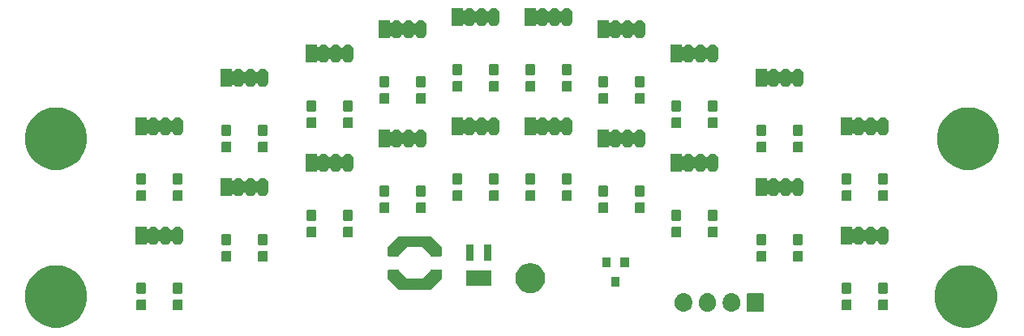
<source format=gbr>
G04 #@! TF.GenerationSoftware,KiCad,Pcbnew,5.1.5-52549c5~84~ubuntu18.04.1*
G04 #@! TF.CreationDate,2020-02-12T22:06:01+00:00*
G04 #@! TF.ProjectId,TSAL_LED,5453414c-5f4c-4454-942e-6b696361645f,rev?*
G04 #@! TF.SameCoordinates,Original*
G04 #@! TF.FileFunction,Soldermask,Top*
G04 #@! TF.FilePolarity,Negative*
%FSLAX46Y46*%
G04 Gerber Fmt 4.6, Leading zero omitted, Abs format (unit mm)*
G04 Created by KiCad (PCBNEW 5.1.5-52549c5~84~ubuntu18.04.1) date 2020-02-12 22:06:01*
%MOMM*%
%LPD*%
G04 APERTURE LIST*
%ADD10C,0.100000*%
G04 APERTURE END LIST*
D10*
G36*
X175029239Y-81266467D02*
G01*
X175343282Y-81328934D01*
X175934926Y-81574001D01*
X176361477Y-81859014D01*
X176467391Y-81929783D01*
X176920217Y-82382609D01*
X176990986Y-82488523D01*
X177275999Y-82915074D01*
X177521066Y-83506718D01*
X177646000Y-84134804D01*
X177646000Y-84775196D01*
X177521066Y-85403282D01*
X177275999Y-85994926D01*
X176920216Y-86527392D01*
X176467392Y-86980216D01*
X175934926Y-87335999D01*
X175343282Y-87581066D01*
X175029239Y-87643533D01*
X174715197Y-87706000D01*
X174074803Y-87706000D01*
X173760761Y-87643533D01*
X173446718Y-87581066D01*
X172855074Y-87335999D01*
X172322608Y-86980216D01*
X171869784Y-86527392D01*
X171514001Y-85994926D01*
X171268934Y-85403282D01*
X171144000Y-84775196D01*
X171144000Y-84134804D01*
X171268934Y-83506718D01*
X171514001Y-82915074D01*
X171799014Y-82488523D01*
X171869783Y-82382609D01*
X172322609Y-81929783D01*
X172428523Y-81859014D01*
X172855074Y-81574001D01*
X173446718Y-81328934D01*
X173760761Y-81266467D01*
X174074803Y-81204000D01*
X174715197Y-81204000D01*
X175029239Y-81266467D01*
G37*
G36*
X80009239Y-81266467D02*
G01*
X80323282Y-81328934D01*
X80914926Y-81574001D01*
X81341477Y-81859014D01*
X81447391Y-81929783D01*
X81900217Y-82382609D01*
X81970986Y-82488523D01*
X82255999Y-82915074D01*
X82501066Y-83506718D01*
X82626000Y-84134804D01*
X82626000Y-84775196D01*
X82501066Y-85403282D01*
X82255999Y-85994926D01*
X81900216Y-86527392D01*
X81447392Y-86980216D01*
X80914926Y-87335999D01*
X80323282Y-87581066D01*
X80009239Y-87643533D01*
X79695197Y-87706000D01*
X79054803Y-87706000D01*
X78740761Y-87643533D01*
X78426718Y-87581066D01*
X77835074Y-87335999D01*
X77302608Y-86980216D01*
X76849784Y-86527392D01*
X76494001Y-85994926D01*
X76248934Y-85403282D01*
X76124000Y-84775196D01*
X76124000Y-84134804D01*
X76248934Y-83506718D01*
X76494001Y-82915074D01*
X76779014Y-82488523D01*
X76849783Y-82382609D01*
X77302609Y-81929783D01*
X77408523Y-81859014D01*
X77835074Y-81574001D01*
X78426718Y-81328934D01*
X78740761Y-81266467D01*
X79054803Y-81204000D01*
X79695197Y-81204000D01*
X80009239Y-81266467D01*
G37*
G36*
X150076627Y-84127037D02*
G01*
X150246466Y-84178557D01*
X150402991Y-84262222D01*
X150438729Y-84291552D01*
X150540186Y-84374814D01*
X150623448Y-84476271D01*
X150652778Y-84512009D01*
X150736443Y-84668535D01*
X150787963Y-84838374D01*
X150791165Y-84870885D01*
X150800503Y-84965691D01*
X150801000Y-84970743D01*
X150801000Y-85209258D01*
X150787963Y-85341627D01*
X150736443Y-85511466D01*
X150652778Y-85667991D01*
X150631179Y-85694309D01*
X150540186Y-85805186D01*
X150402989Y-85917779D01*
X150246467Y-86001442D01*
X150246465Y-86001443D01*
X150076626Y-86052963D01*
X149900000Y-86070359D01*
X149723373Y-86052963D01*
X149553534Y-86001443D01*
X149397009Y-85917778D01*
X149354750Y-85883097D01*
X149259814Y-85805186D01*
X149147221Y-85667989D01*
X149063558Y-85511467D01*
X149063557Y-85511465D01*
X149012037Y-85341626D01*
X148999000Y-85209257D01*
X148999000Y-84970742D01*
X149012037Y-84838373D01*
X149063557Y-84668534D01*
X149147222Y-84512009D01*
X149191217Y-84458401D01*
X149259814Y-84374815D01*
X149354751Y-84296903D01*
X149397010Y-84262222D01*
X149553535Y-84178557D01*
X149723374Y-84127037D01*
X149900000Y-84109641D01*
X150076627Y-84127037D01*
G37*
G36*
X145076627Y-84127037D02*
G01*
X145246466Y-84178557D01*
X145402991Y-84262222D01*
X145438729Y-84291552D01*
X145540186Y-84374814D01*
X145623448Y-84476271D01*
X145652778Y-84512009D01*
X145736443Y-84668535D01*
X145787963Y-84838374D01*
X145791165Y-84870885D01*
X145800503Y-84965691D01*
X145801000Y-84970743D01*
X145801000Y-85209258D01*
X145787963Y-85341627D01*
X145736443Y-85511466D01*
X145652778Y-85667991D01*
X145631179Y-85694309D01*
X145540186Y-85805186D01*
X145402989Y-85917779D01*
X145246467Y-86001442D01*
X145246465Y-86001443D01*
X145076626Y-86052963D01*
X144900000Y-86070359D01*
X144723373Y-86052963D01*
X144553534Y-86001443D01*
X144397009Y-85917778D01*
X144354750Y-85883097D01*
X144259814Y-85805186D01*
X144147221Y-85667989D01*
X144063558Y-85511467D01*
X144063557Y-85511465D01*
X144012037Y-85341626D01*
X143999000Y-85209257D01*
X143999000Y-84970742D01*
X144012037Y-84838373D01*
X144063557Y-84668534D01*
X144147222Y-84512009D01*
X144191217Y-84458401D01*
X144259814Y-84374815D01*
X144354751Y-84296903D01*
X144397010Y-84262222D01*
X144553535Y-84178557D01*
X144723374Y-84127037D01*
X144900000Y-84109641D01*
X145076627Y-84127037D01*
G37*
G36*
X147576627Y-84127037D02*
G01*
X147746466Y-84178557D01*
X147902991Y-84262222D01*
X147938729Y-84291552D01*
X148040186Y-84374814D01*
X148123448Y-84476271D01*
X148152778Y-84512009D01*
X148236443Y-84668535D01*
X148287963Y-84838374D01*
X148291165Y-84870885D01*
X148300503Y-84965691D01*
X148301000Y-84970743D01*
X148301000Y-85209258D01*
X148287963Y-85341627D01*
X148236443Y-85511466D01*
X148152778Y-85667991D01*
X148131179Y-85694309D01*
X148040186Y-85805186D01*
X147902989Y-85917779D01*
X147746467Y-86001442D01*
X147746465Y-86001443D01*
X147576626Y-86052963D01*
X147400000Y-86070359D01*
X147223373Y-86052963D01*
X147053534Y-86001443D01*
X146897009Y-85917778D01*
X146854750Y-85883097D01*
X146759814Y-85805186D01*
X146647221Y-85667989D01*
X146563558Y-85511467D01*
X146563557Y-85511465D01*
X146512037Y-85341626D01*
X146499000Y-85209257D01*
X146499000Y-84970742D01*
X146512037Y-84838373D01*
X146563557Y-84668534D01*
X146647222Y-84512009D01*
X146691217Y-84458401D01*
X146759814Y-84374815D01*
X146854751Y-84296903D01*
X146897010Y-84262222D01*
X147053535Y-84178557D01*
X147223374Y-84127037D01*
X147400000Y-84109641D01*
X147576627Y-84127037D01*
G37*
G36*
X153158600Y-84117989D02*
G01*
X153191652Y-84128015D01*
X153222103Y-84144292D01*
X153248799Y-84166201D01*
X153270708Y-84192897D01*
X153286985Y-84223348D01*
X153297011Y-84256400D01*
X153301000Y-84296903D01*
X153301000Y-85883097D01*
X153297011Y-85923600D01*
X153286985Y-85956652D01*
X153270708Y-85987103D01*
X153248799Y-86013799D01*
X153222103Y-86035708D01*
X153191652Y-86051985D01*
X153158600Y-86062011D01*
X153118097Y-86066000D01*
X151681903Y-86066000D01*
X151641400Y-86062011D01*
X151608348Y-86051985D01*
X151577897Y-86035708D01*
X151551201Y-86013799D01*
X151529292Y-85987103D01*
X151513015Y-85956652D01*
X151502989Y-85923600D01*
X151499000Y-85883097D01*
X151499000Y-84296903D01*
X151502989Y-84256400D01*
X151513015Y-84223348D01*
X151529292Y-84192897D01*
X151551201Y-84166201D01*
X151577897Y-84144292D01*
X151608348Y-84128015D01*
X151641400Y-84117989D01*
X151681903Y-84114000D01*
X153118097Y-84114000D01*
X153158600Y-84117989D01*
G37*
G36*
X166099499Y-84758445D02*
G01*
X166136995Y-84769820D01*
X166171554Y-84788292D01*
X166201847Y-84813153D01*
X166226708Y-84843446D01*
X166245180Y-84878005D01*
X166256555Y-84915501D01*
X166261000Y-84960638D01*
X166261000Y-85699362D01*
X166256555Y-85744499D01*
X166245180Y-85781995D01*
X166226708Y-85816554D01*
X166201847Y-85846847D01*
X166171554Y-85871708D01*
X166136995Y-85890180D01*
X166099499Y-85901555D01*
X166054362Y-85906000D01*
X165415638Y-85906000D01*
X165370501Y-85901555D01*
X165333005Y-85890180D01*
X165298446Y-85871708D01*
X165268153Y-85846847D01*
X165243292Y-85816554D01*
X165224820Y-85781995D01*
X165213445Y-85744499D01*
X165209000Y-85699362D01*
X165209000Y-84960638D01*
X165213445Y-84915501D01*
X165224820Y-84878005D01*
X165243292Y-84843446D01*
X165268153Y-84813153D01*
X165298446Y-84788292D01*
X165333005Y-84769820D01*
X165370501Y-84758445D01*
X165415638Y-84754000D01*
X166054362Y-84754000D01*
X166099499Y-84758445D01*
G37*
G36*
X162289499Y-84758445D02*
G01*
X162326995Y-84769820D01*
X162361554Y-84788292D01*
X162391847Y-84813153D01*
X162416708Y-84843446D01*
X162435180Y-84878005D01*
X162446555Y-84915501D01*
X162451000Y-84960638D01*
X162451000Y-85699362D01*
X162446555Y-85744499D01*
X162435180Y-85781995D01*
X162416708Y-85816554D01*
X162391847Y-85846847D01*
X162361554Y-85871708D01*
X162326995Y-85890180D01*
X162289499Y-85901555D01*
X162244362Y-85906000D01*
X161605638Y-85906000D01*
X161560501Y-85901555D01*
X161523005Y-85890180D01*
X161488446Y-85871708D01*
X161458153Y-85846847D01*
X161433292Y-85816554D01*
X161414820Y-85781995D01*
X161403445Y-85744499D01*
X161399000Y-85699362D01*
X161399000Y-84960638D01*
X161403445Y-84915501D01*
X161414820Y-84878005D01*
X161433292Y-84843446D01*
X161458153Y-84813153D01*
X161488446Y-84788292D01*
X161523005Y-84769820D01*
X161560501Y-84758445D01*
X161605638Y-84754000D01*
X162244362Y-84754000D01*
X162289499Y-84758445D01*
G37*
G36*
X92439499Y-84758445D02*
G01*
X92476995Y-84769820D01*
X92511554Y-84788292D01*
X92541847Y-84813153D01*
X92566708Y-84843446D01*
X92585180Y-84878005D01*
X92596555Y-84915501D01*
X92601000Y-84960638D01*
X92601000Y-85699362D01*
X92596555Y-85744499D01*
X92585180Y-85781995D01*
X92566708Y-85816554D01*
X92541847Y-85846847D01*
X92511554Y-85871708D01*
X92476995Y-85890180D01*
X92439499Y-85901555D01*
X92394362Y-85906000D01*
X91755638Y-85906000D01*
X91710501Y-85901555D01*
X91673005Y-85890180D01*
X91638446Y-85871708D01*
X91608153Y-85846847D01*
X91583292Y-85816554D01*
X91564820Y-85781995D01*
X91553445Y-85744499D01*
X91549000Y-85699362D01*
X91549000Y-84960638D01*
X91553445Y-84915501D01*
X91564820Y-84878005D01*
X91583292Y-84843446D01*
X91608153Y-84813153D01*
X91638446Y-84788292D01*
X91673005Y-84769820D01*
X91710501Y-84758445D01*
X91755638Y-84754000D01*
X92394362Y-84754000D01*
X92439499Y-84758445D01*
G37*
G36*
X88629499Y-84758445D02*
G01*
X88666995Y-84769820D01*
X88701554Y-84788292D01*
X88731847Y-84813153D01*
X88756708Y-84843446D01*
X88775180Y-84878005D01*
X88786555Y-84915501D01*
X88791000Y-84960638D01*
X88791000Y-85699362D01*
X88786555Y-85744499D01*
X88775180Y-85781995D01*
X88756708Y-85816554D01*
X88731847Y-85846847D01*
X88701554Y-85871708D01*
X88666995Y-85890180D01*
X88629499Y-85901555D01*
X88584362Y-85906000D01*
X87945638Y-85906000D01*
X87900501Y-85901555D01*
X87863005Y-85890180D01*
X87828446Y-85871708D01*
X87798153Y-85846847D01*
X87773292Y-85816554D01*
X87754820Y-85781995D01*
X87743445Y-85744499D01*
X87739000Y-85699362D01*
X87739000Y-84960638D01*
X87743445Y-84915501D01*
X87754820Y-84878005D01*
X87773292Y-84843446D01*
X87798153Y-84813153D01*
X87828446Y-84788292D01*
X87863005Y-84769820D01*
X87900501Y-84758445D01*
X87945638Y-84754000D01*
X88584362Y-84754000D01*
X88629499Y-84758445D01*
G37*
G36*
X88629499Y-83008445D02*
G01*
X88666995Y-83019820D01*
X88701554Y-83038292D01*
X88731847Y-83063153D01*
X88756708Y-83093446D01*
X88775180Y-83128005D01*
X88786555Y-83165501D01*
X88791000Y-83210638D01*
X88791000Y-83949362D01*
X88786555Y-83994499D01*
X88775180Y-84031995D01*
X88756708Y-84066554D01*
X88731847Y-84096847D01*
X88701554Y-84121708D01*
X88666995Y-84140180D01*
X88629499Y-84151555D01*
X88584362Y-84156000D01*
X87945638Y-84156000D01*
X87900501Y-84151555D01*
X87863005Y-84140180D01*
X87828446Y-84121708D01*
X87798153Y-84096847D01*
X87773292Y-84066554D01*
X87754820Y-84031995D01*
X87743445Y-83994499D01*
X87739000Y-83949362D01*
X87739000Y-83210638D01*
X87743445Y-83165501D01*
X87754820Y-83128005D01*
X87773292Y-83093446D01*
X87798153Y-83063153D01*
X87828446Y-83038292D01*
X87863005Y-83019820D01*
X87900501Y-83008445D01*
X87945638Y-83004000D01*
X88584362Y-83004000D01*
X88629499Y-83008445D01*
G37*
G36*
X166099499Y-83008445D02*
G01*
X166136995Y-83019820D01*
X166171554Y-83038292D01*
X166201847Y-83063153D01*
X166226708Y-83093446D01*
X166245180Y-83128005D01*
X166256555Y-83165501D01*
X166261000Y-83210638D01*
X166261000Y-83949362D01*
X166256555Y-83994499D01*
X166245180Y-84031995D01*
X166226708Y-84066554D01*
X166201847Y-84096847D01*
X166171554Y-84121708D01*
X166136995Y-84140180D01*
X166099499Y-84151555D01*
X166054362Y-84156000D01*
X165415638Y-84156000D01*
X165370501Y-84151555D01*
X165333005Y-84140180D01*
X165298446Y-84121708D01*
X165268153Y-84096847D01*
X165243292Y-84066554D01*
X165224820Y-84031995D01*
X165213445Y-83994499D01*
X165209000Y-83949362D01*
X165209000Y-83210638D01*
X165213445Y-83165501D01*
X165224820Y-83128005D01*
X165243292Y-83093446D01*
X165268153Y-83063153D01*
X165298446Y-83038292D01*
X165333005Y-83019820D01*
X165370501Y-83008445D01*
X165415638Y-83004000D01*
X166054362Y-83004000D01*
X166099499Y-83008445D01*
G37*
G36*
X162289499Y-83008445D02*
G01*
X162326995Y-83019820D01*
X162361554Y-83038292D01*
X162391847Y-83063153D01*
X162416708Y-83093446D01*
X162435180Y-83128005D01*
X162446555Y-83165501D01*
X162451000Y-83210638D01*
X162451000Y-83949362D01*
X162446555Y-83994499D01*
X162435180Y-84031995D01*
X162416708Y-84066554D01*
X162391847Y-84096847D01*
X162361554Y-84121708D01*
X162326995Y-84140180D01*
X162289499Y-84151555D01*
X162244362Y-84156000D01*
X161605638Y-84156000D01*
X161560501Y-84151555D01*
X161523005Y-84140180D01*
X161488446Y-84121708D01*
X161458153Y-84096847D01*
X161433292Y-84066554D01*
X161414820Y-84031995D01*
X161403445Y-83994499D01*
X161399000Y-83949362D01*
X161399000Y-83210638D01*
X161403445Y-83165501D01*
X161414820Y-83128005D01*
X161433292Y-83093446D01*
X161458153Y-83063153D01*
X161488446Y-83038292D01*
X161523005Y-83019820D01*
X161560501Y-83008445D01*
X161605638Y-83004000D01*
X162244362Y-83004000D01*
X162289499Y-83008445D01*
G37*
G36*
X92439499Y-83008445D02*
G01*
X92476995Y-83019820D01*
X92511554Y-83038292D01*
X92541847Y-83063153D01*
X92566708Y-83093446D01*
X92585180Y-83128005D01*
X92596555Y-83165501D01*
X92601000Y-83210638D01*
X92601000Y-83949362D01*
X92596555Y-83994499D01*
X92585180Y-84031995D01*
X92566708Y-84066554D01*
X92541847Y-84096847D01*
X92511554Y-84121708D01*
X92476995Y-84140180D01*
X92439499Y-84151555D01*
X92394362Y-84156000D01*
X91755638Y-84156000D01*
X91710501Y-84151555D01*
X91673005Y-84140180D01*
X91638446Y-84121708D01*
X91608153Y-84096847D01*
X91583292Y-84066554D01*
X91564820Y-84031995D01*
X91553445Y-83994499D01*
X91549000Y-83949362D01*
X91549000Y-83210638D01*
X91553445Y-83165501D01*
X91564820Y-83128005D01*
X91583292Y-83093446D01*
X91608153Y-83063153D01*
X91638446Y-83038292D01*
X91673005Y-83019820D01*
X91710501Y-83008445D01*
X91755638Y-83004000D01*
X92394362Y-83004000D01*
X92439499Y-83008445D01*
G37*
G36*
X129207585Y-81028802D02*
G01*
X129357410Y-81058604D01*
X129639674Y-81175521D01*
X129893705Y-81345259D01*
X130109741Y-81561295D01*
X130279479Y-81815326D01*
X130396396Y-82097590D01*
X130456000Y-82397240D01*
X130456000Y-82702760D01*
X130396396Y-83002410D01*
X130279479Y-83284674D01*
X130109741Y-83538705D01*
X129893705Y-83754741D01*
X129639674Y-83924479D01*
X129357410Y-84041396D01*
X129230932Y-84066554D01*
X129057761Y-84101000D01*
X128752239Y-84101000D01*
X128579068Y-84066554D01*
X128452590Y-84041396D01*
X128170326Y-83924479D01*
X127916295Y-83754741D01*
X127700259Y-83538705D01*
X127530521Y-83284674D01*
X127413604Y-83002410D01*
X127354000Y-82702760D01*
X127354000Y-82397240D01*
X127413604Y-82097590D01*
X127530521Y-81815326D01*
X127700259Y-81561295D01*
X127916295Y-81345259D01*
X128170326Y-81175521D01*
X128452590Y-81058604D01*
X128602415Y-81028802D01*
X128752239Y-80999000D01*
X129057761Y-80999000D01*
X129207585Y-81028802D01*
G37*
G36*
X115149999Y-81677237D02*
G01*
X115159608Y-81680152D01*
X115167161Y-81684189D01*
X115167163Y-81684191D01*
X115168471Y-81684890D01*
X115177901Y-81693006D01*
X115179699Y-81694982D01*
X115183475Y-81698232D01*
X115981230Y-82574784D01*
X115999420Y-82591202D01*
X116020464Y-82603757D01*
X116043553Y-82611964D01*
X116073675Y-82615648D01*
X117606325Y-82615648D01*
X117630711Y-82613246D01*
X117654160Y-82606133D01*
X117675771Y-82594582D01*
X117698770Y-82574784D01*
X118497515Y-81697145D01*
X118502090Y-81693016D01*
X118502099Y-81693006D01*
X118509557Y-81686275D01*
X118513054Y-81684189D01*
X118518181Y-81681130D01*
X118518185Y-81681128D01*
X118527650Y-81677763D01*
X118540000Y-81676253D01*
X118542671Y-81676253D01*
X118547619Y-81675648D01*
X119588860Y-81675648D01*
X119604999Y-81677237D01*
X119614608Y-81680152D01*
X119623472Y-81684890D01*
X119631237Y-81691263D01*
X119637610Y-81699028D01*
X119642348Y-81707892D01*
X119645263Y-81717501D01*
X119646852Y-81733640D01*
X119646852Y-82661360D01*
X119645263Y-82677499D01*
X119642348Y-82687108D01*
X119637610Y-82695972D01*
X119627323Y-82708507D01*
X118581007Y-83754823D01*
X118568472Y-83765110D01*
X118559608Y-83769848D01*
X118549999Y-83772763D01*
X118533860Y-83774352D01*
X115146140Y-83774352D01*
X115130001Y-83772763D01*
X115120392Y-83769848D01*
X115111528Y-83765110D01*
X115098993Y-83754823D01*
X114052677Y-82708507D01*
X114042390Y-82695972D01*
X114037652Y-82687108D01*
X114034737Y-82677499D01*
X114033148Y-82661360D01*
X114033148Y-81733640D01*
X114034737Y-81717501D01*
X114037652Y-81707892D01*
X114042390Y-81699028D01*
X114048763Y-81691263D01*
X114056528Y-81684890D01*
X114065392Y-81680152D01*
X114075001Y-81677237D01*
X114091140Y-81675648D01*
X115133860Y-81675648D01*
X115149999Y-81677237D01*
G37*
G36*
X138246000Y-83416000D02*
G01*
X137344000Y-83416000D01*
X137344000Y-82414000D01*
X138246000Y-82414000D01*
X138246000Y-83416000D01*
G37*
G36*
X124836000Y-83381000D02*
G01*
X122184000Y-83381000D01*
X122184000Y-81719000D01*
X124836000Y-81719000D01*
X124836000Y-83381000D01*
G37*
G36*
X139196000Y-81416000D02*
G01*
X138294000Y-81416000D01*
X138294000Y-80414000D01*
X139196000Y-80414000D01*
X139196000Y-81416000D01*
G37*
G36*
X137296000Y-81416000D02*
G01*
X136394000Y-81416000D01*
X136394000Y-80414000D01*
X137296000Y-80414000D01*
X137296000Y-81416000D01*
G37*
G36*
X157209499Y-79678445D02*
G01*
X157246995Y-79689820D01*
X157281554Y-79708292D01*
X157311847Y-79733153D01*
X157336708Y-79763446D01*
X157355180Y-79798005D01*
X157366555Y-79835501D01*
X157371000Y-79880638D01*
X157371000Y-80619362D01*
X157366555Y-80664499D01*
X157355180Y-80701995D01*
X157336708Y-80736554D01*
X157311847Y-80766847D01*
X157281554Y-80791708D01*
X157246995Y-80810180D01*
X157209499Y-80821555D01*
X157164362Y-80826000D01*
X156525638Y-80826000D01*
X156480501Y-80821555D01*
X156443005Y-80810180D01*
X156408446Y-80791708D01*
X156378153Y-80766847D01*
X156353292Y-80736554D01*
X156334820Y-80701995D01*
X156323445Y-80664499D01*
X156319000Y-80619362D01*
X156319000Y-79880638D01*
X156323445Y-79835501D01*
X156334820Y-79798005D01*
X156353292Y-79763446D01*
X156378153Y-79733153D01*
X156408446Y-79708292D01*
X156443005Y-79689820D01*
X156480501Y-79678445D01*
X156525638Y-79674000D01*
X157164362Y-79674000D01*
X157209499Y-79678445D01*
G37*
G36*
X153399499Y-79678445D02*
G01*
X153436995Y-79689820D01*
X153471554Y-79708292D01*
X153501847Y-79733153D01*
X153526708Y-79763446D01*
X153545180Y-79798005D01*
X153556555Y-79835501D01*
X153561000Y-79880638D01*
X153561000Y-80619362D01*
X153556555Y-80664499D01*
X153545180Y-80701995D01*
X153526708Y-80736554D01*
X153501847Y-80766847D01*
X153471554Y-80791708D01*
X153436995Y-80810180D01*
X153399499Y-80821555D01*
X153354362Y-80826000D01*
X152715638Y-80826000D01*
X152670501Y-80821555D01*
X152633005Y-80810180D01*
X152598446Y-80791708D01*
X152568153Y-80766847D01*
X152543292Y-80736554D01*
X152524820Y-80701995D01*
X152513445Y-80664499D01*
X152509000Y-80619362D01*
X152509000Y-79880638D01*
X152513445Y-79835501D01*
X152524820Y-79798005D01*
X152543292Y-79763446D01*
X152568153Y-79733153D01*
X152598446Y-79708292D01*
X152633005Y-79689820D01*
X152670501Y-79678445D01*
X152715638Y-79674000D01*
X153354362Y-79674000D01*
X153399499Y-79678445D01*
G37*
G36*
X101329499Y-79678445D02*
G01*
X101366995Y-79689820D01*
X101401554Y-79708292D01*
X101431847Y-79733153D01*
X101456708Y-79763446D01*
X101475180Y-79798005D01*
X101486555Y-79835501D01*
X101491000Y-79880638D01*
X101491000Y-80619362D01*
X101486555Y-80664499D01*
X101475180Y-80701995D01*
X101456708Y-80736554D01*
X101431847Y-80766847D01*
X101401554Y-80791708D01*
X101366995Y-80810180D01*
X101329499Y-80821555D01*
X101284362Y-80826000D01*
X100645638Y-80826000D01*
X100600501Y-80821555D01*
X100563005Y-80810180D01*
X100528446Y-80791708D01*
X100498153Y-80766847D01*
X100473292Y-80736554D01*
X100454820Y-80701995D01*
X100443445Y-80664499D01*
X100439000Y-80619362D01*
X100439000Y-79880638D01*
X100443445Y-79835501D01*
X100454820Y-79798005D01*
X100473292Y-79763446D01*
X100498153Y-79733153D01*
X100528446Y-79708292D01*
X100563005Y-79689820D01*
X100600501Y-79678445D01*
X100645638Y-79674000D01*
X101284362Y-79674000D01*
X101329499Y-79678445D01*
G37*
G36*
X97519499Y-79678445D02*
G01*
X97556995Y-79689820D01*
X97591554Y-79708292D01*
X97621847Y-79733153D01*
X97646708Y-79763446D01*
X97665180Y-79798005D01*
X97676555Y-79835501D01*
X97681000Y-79880638D01*
X97681000Y-80619362D01*
X97676555Y-80664499D01*
X97665180Y-80701995D01*
X97646708Y-80736554D01*
X97621847Y-80766847D01*
X97591554Y-80791708D01*
X97556995Y-80810180D01*
X97519499Y-80821555D01*
X97474362Y-80826000D01*
X96835638Y-80826000D01*
X96790501Y-80821555D01*
X96753005Y-80810180D01*
X96718446Y-80791708D01*
X96688153Y-80766847D01*
X96663292Y-80736554D01*
X96644820Y-80701995D01*
X96633445Y-80664499D01*
X96629000Y-80619362D01*
X96629000Y-79880638D01*
X96633445Y-79835501D01*
X96644820Y-79798005D01*
X96663292Y-79763446D01*
X96688153Y-79733153D01*
X96718446Y-79708292D01*
X96753005Y-79689820D01*
X96790501Y-79678445D01*
X96835638Y-79674000D01*
X97474362Y-79674000D01*
X97519499Y-79678445D01*
G37*
G36*
X124836000Y-80681000D02*
G01*
X124084000Y-80681000D01*
X124084000Y-79019000D01*
X124836000Y-79019000D01*
X124836000Y-80681000D01*
G37*
G36*
X122936000Y-80681000D02*
G01*
X122184000Y-80681000D01*
X122184000Y-79019000D01*
X122936000Y-79019000D01*
X122936000Y-80681000D01*
G37*
G36*
X118549999Y-78162237D02*
G01*
X118559608Y-78165152D01*
X118568472Y-78169890D01*
X118581007Y-78180177D01*
X119627323Y-79226493D01*
X119637610Y-79239028D01*
X119642348Y-79247892D01*
X119645263Y-79257501D01*
X119646852Y-79273640D01*
X119646852Y-80201360D01*
X119645263Y-80217499D01*
X119642348Y-80227108D01*
X119637610Y-80235972D01*
X119631237Y-80243737D01*
X119623472Y-80250110D01*
X119614608Y-80254848D01*
X119604999Y-80257763D01*
X119588860Y-80259352D01*
X118546140Y-80259352D01*
X118530001Y-80257763D01*
X118520392Y-80254848D01*
X118512839Y-80250811D01*
X118512837Y-80250809D01*
X118511529Y-80250110D01*
X118502099Y-80241994D01*
X118500301Y-80240018D01*
X118496525Y-80236768D01*
X117698770Y-79360216D01*
X117680580Y-79343798D01*
X117659536Y-79331243D01*
X117636447Y-79323036D01*
X117606325Y-79319352D01*
X116073675Y-79319352D01*
X116049289Y-79321754D01*
X116025840Y-79328867D01*
X116004229Y-79340418D01*
X115981230Y-79360216D01*
X115182485Y-80237855D01*
X115177910Y-80241984D01*
X115177901Y-80241994D01*
X115170443Y-80248725D01*
X115170438Y-80248728D01*
X115161819Y-80253870D01*
X115161815Y-80253872D01*
X115152350Y-80257237D01*
X115140000Y-80258747D01*
X115137329Y-80258747D01*
X115132381Y-80259352D01*
X114091140Y-80259352D01*
X114075001Y-80257763D01*
X114065392Y-80254848D01*
X114056528Y-80250110D01*
X114048763Y-80243737D01*
X114042390Y-80235972D01*
X114037652Y-80227108D01*
X114034737Y-80217499D01*
X114033148Y-80201360D01*
X114033148Y-79273640D01*
X114034737Y-79257501D01*
X114037652Y-79247892D01*
X114042390Y-79239028D01*
X114052677Y-79226493D01*
X115098993Y-78180177D01*
X115111528Y-78169890D01*
X115120392Y-78165152D01*
X115130001Y-78162237D01*
X115146140Y-78160648D01*
X118533860Y-78160648D01*
X118549999Y-78162237D01*
G37*
G36*
X101329499Y-77928445D02*
G01*
X101366995Y-77939820D01*
X101401554Y-77958292D01*
X101431847Y-77983153D01*
X101456708Y-78013446D01*
X101475180Y-78048005D01*
X101486555Y-78085501D01*
X101491000Y-78130638D01*
X101491000Y-78869362D01*
X101486555Y-78914499D01*
X101475180Y-78951995D01*
X101456708Y-78986554D01*
X101431847Y-79016847D01*
X101401554Y-79041708D01*
X101366995Y-79060180D01*
X101329499Y-79071555D01*
X101284362Y-79076000D01*
X100645638Y-79076000D01*
X100600501Y-79071555D01*
X100563005Y-79060180D01*
X100528446Y-79041708D01*
X100498153Y-79016847D01*
X100473292Y-78986554D01*
X100454820Y-78951995D01*
X100443445Y-78914499D01*
X100439000Y-78869362D01*
X100439000Y-78130638D01*
X100443445Y-78085501D01*
X100454820Y-78048005D01*
X100473292Y-78013446D01*
X100498153Y-77983153D01*
X100528446Y-77958292D01*
X100563005Y-77939820D01*
X100600501Y-77928445D01*
X100645638Y-77924000D01*
X101284362Y-77924000D01*
X101329499Y-77928445D01*
G37*
G36*
X97519499Y-77928445D02*
G01*
X97556995Y-77939820D01*
X97591554Y-77958292D01*
X97621847Y-77983153D01*
X97646708Y-78013446D01*
X97665180Y-78048005D01*
X97676555Y-78085501D01*
X97681000Y-78130638D01*
X97681000Y-78869362D01*
X97676555Y-78914499D01*
X97665180Y-78951995D01*
X97646708Y-78986554D01*
X97621847Y-79016847D01*
X97591554Y-79041708D01*
X97556995Y-79060180D01*
X97519499Y-79071555D01*
X97474362Y-79076000D01*
X96835638Y-79076000D01*
X96790501Y-79071555D01*
X96753005Y-79060180D01*
X96718446Y-79041708D01*
X96688153Y-79016847D01*
X96663292Y-78986554D01*
X96644820Y-78951995D01*
X96633445Y-78914499D01*
X96629000Y-78869362D01*
X96629000Y-78130638D01*
X96633445Y-78085501D01*
X96644820Y-78048005D01*
X96663292Y-78013446D01*
X96688153Y-77983153D01*
X96718446Y-77958292D01*
X96753005Y-77939820D01*
X96790501Y-77928445D01*
X96835638Y-77924000D01*
X97474362Y-77924000D01*
X97519499Y-77928445D01*
G37*
G36*
X157209499Y-77928445D02*
G01*
X157246995Y-77939820D01*
X157281554Y-77958292D01*
X157311847Y-77983153D01*
X157336708Y-78013446D01*
X157355180Y-78048005D01*
X157366555Y-78085501D01*
X157371000Y-78130638D01*
X157371000Y-78869362D01*
X157366555Y-78914499D01*
X157355180Y-78951995D01*
X157336708Y-78986554D01*
X157311847Y-79016847D01*
X157281554Y-79041708D01*
X157246995Y-79060180D01*
X157209499Y-79071555D01*
X157164362Y-79076000D01*
X156525638Y-79076000D01*
X156480501Y-79071555D01*
X156443005Y-79060180D01*
X156408446Y-79041708D01*
X156378153Y-79016847D01*
X156353292Y-78986554D01*
X156334820Y-78951995D01*
X156323445Y-78914499D01*
X156319000Y-78869362D01*
X156319000Y-78130638D01*
X156323445Y-78085501D01*
X156334820Y-78048005D01*
X156353292Y-78013446D01*
X156378153Y-77983153D01*
X156408446Y-77958292D01*
X156443005Y-77939820D01*
X156480501Y-77928445D01*
X156525638Y-77924000D01*
X157164362Y-77924000D01*
X157209499Y-77928445D01*
G37*
G36*
X153399499Y-77928445D02*
G01*
X153436995Y-77939820D01*
X153471554Y-77958292D01*
X153501847Y-77983153D01*
X153526708Y-78013446D01*
X153545180Y-78048005D01*
X153556555Y-78085501D01*
X153561000Y-78130638D01*
X153561000Y-78869362D01*
X153556555Y-78914499D01*
X153545180Y-78951995D01*
X153526708Y-78986554D01*
X153501847Y-79016847D01*
X153471554Y-79041708D01*
X153436995Y-79060180D01*
X153399499Y-79071555D01*
X153354362Y-79076000D01*
X152715638Y-79076000D01*
X152670501Y-79071555D01*
X152633005Y-79060180D01*
X152598446Y-79041708D01*
X152568153Y-79016847D01*
X152543292Y-78986554D01*
X152524820Y-78951995D01*
X152513445Y-78914499D01*
X152509000Y-78869362D01*
X152509000Y-78130638D01*
X152513445Y-78085501D01*
X152524820Y-78048005D01*
X152543292Y-78013446D01*
X152568153Y-77983153D01*
X152598446Y-77958292D01*
X152633005Y-77939820D01*
X152670501Y-77928445D01*
X152715638Y-77924000D01*
X153354362Y-77924000D01*
X153399499Y-77928445D01*
G37*
G36*
X165849875Y-77162479D02*
G01*
X165923516Y-77184818D01*
X165960337Y-77195987D01*
X166062139Y-77250402D01*
X166117092Y-77295501D01*
X166151369Y-77323631D01*
X166224598Y-77412861D01*
X166224599Y-77412863D01*
X166279013Y-77514662D01*
X166279524Y-77516347D01*
X166312521Y-77625124D01*
X166321000Y-77711215D01*
X166321000Y-78498785D01*
X166312521Y-78584876D01*
X166290182Y-78658517D01*
X166279013Y-78695338D01*
X166224598Y-78797140D01*
X166151370Y-78886370D01*
X166062140Y-78959598D01*
X165960338Y-79014013D01*
X165923517Y-79025182D01*
X165849876Y-79047521D01*
X165735000Y-79058835D01*
X165620125Y-79047521D01*
X165546484Y-79025182D01*
X165509663Y-79014013D01*
X165407861Y-78959598D01*
X165318631Y-78886370D01*
X165245402Y-78797138D01*
X165210240Y-78731355D01*
X165196627Y-78710980D01*
X165179300Y-78693653D01*
X165158925Y-78680040D01*
X165136286Y-78670662D01*
X165112253Y-78665882D01*
X165087749Y-78665882D01*
X165063716Y-78670662D01*
X165041077Y-78680040D01*
X165020702Y-78693653D01*
X165003375Y-78710980D01*
X164989762Y-78731354D01*
X164954598Y-78797140D01*
X164881370Y-78886370D01*
X164792140Y-78959598D01*
X164690338Y-79014013D01*
X164653517Y-79025182D01*
X164579876Y-79047521D01*
X164465000Y-79058835D01*
X164350125Y-79047521D01*
X164276484Y-79025182D01*
X164239663Y-79014013D01*
X164137861Y-78959598D01*
X164048631Y-78886370D01*
X163975402Y-78797138D01*
X163940240Y-78731355D01*
X163926627Y-78710980D01*
X163909300Y-78693653D01*
X163888925Y-78680040D01*
X163866286Y-78670662D01*
X163842253Y-78665882D01*
X163817749Y-78665882D01*
X163793716Y-78670662D01*
X163771077Y-78680040D01*
X163750702Y-78693653D01*
X163733375Y-78710980D01*
X163719762Y-78731354D01*
X163684598Y-78797140D01*
X163611370Y-78886370D01*
X163522140Y-78959598D01*
X163420338Y-79014013D01*
X163383517Y-79025182D01*
X163309876Y-79047521D01*
X163195000Y-79058835D01*
X163080125Y-79047521D01*
X163006484Y-79025182D01*
X162969663Y-79014013D01*
X162867861Y-78959598D01*
X162778631Y-78886370D01*
X162732625Y-78830310D01*
X162715298Y-78812983D01*
X162694924Y-78799369D01*
X162672285Y-78789992D01*
X162648252Y-78785211D01*
X162623748Y-78785211D01*
X162599714Y-78789991D01*
X162577076Y-78799368D01*
X162556701Y-78812982D01*
X162539374Y-78830309D01*
X162525760Y-78850683D01*
X162516383Y-78873322D01*
X162511602Y-78897355D01*
X162511000Y-78909608D01*
X162511000Y-79056000D01*
X161339000Y-79056000D01*
X161339000Y-77154000D01*
X162511000Y-77154000D01*
X162511000Y-77300392D01*
X162513402Y-77324778D01*
X162520515Y-77348227D01*
X162532066Y-77369838D01*
X162547611Y-77388780D01*
X162566553Y-77404325D01*
X162588164Y-77415876D01*
X162611613Y-77422989D01*
X162635999Y-77425391D01*
X162660385Y-77422989D01*
X162683834Y-77415876D01*
X162705445Y-77404325D01*
X162724387Y-77388780D01*
X162732625Y-77379690D01*
X162778629Y-77323634D01*
X162778631Y-77323631D01*
X162867861Y-77250402D01*
X162918291Y-77223446D01*
X162969662Y-77195987D01*
X163006483Y-77184818D01*
X163080124Y-77162479D01*
X163195000Y-77151165D01*
X163309875Y-77162479D01*
X163383516Y-77184818D01*
X163420337Y-77195987D01*
X163522139Y-77250402D01*
X163577092Y-77295501D01*
X163611369Y-77323631D01*
X163684598Y-77412861D01*
X163684601Y-77412865D01*
X163719761Y-77478645D01*
X163733374Y-77499020D01*
X163750701Y-77516347D01*
X163771076Y-77529960D01*
X163793715Y-77539338D01*
X163817748Y-77544118D01*
X163842252Y-77544118D01*
X163866285Y-77539338D01*
X163888924Y-77529960D01*
X163909299Y-77516347D01*
X163926626Y-77499020D01*
X163940239Y-77478646D01*
X163975402Y-77412861D01*
X164048629Y-77323634D01*
X164048631Y-77323631D01*
X164137861Y-77250402D01*
X164188291Y-77223446D01*
X164239662Y-77195987D01*
X164276483Y-77184818D01*
X164350124Y-77162479D01*
X164465000Y-77151165D01*
X164579875Y-77162479D01*
X164653516Y-77184818D01*
X164690337Y-77195987D01*
X164792139Y-77250402D01*
X164847092Y-77295501D01*
X164881369Y-77323631D01*
X164954598Y-77412861D01*
X164954601Y-77412865D01*
X164989761Y-77478645D01*
X165003374Y-77499020D01*
X165020701Y-77516347D01*
X165041076Y-77529960D01*
X165063715Y-77539338D01*
X165087748Y-77544118D01*
X165112252Y-77544118D01*
X165136285Y-77539338D01*
X165158924Y-77529960D01*
X165179299Y-77516347D01*
X165196626Y-77499020D01*
X165210239Y-77478646D01*
X165245402Y-77412861D01*
X165318629Y-77323634D01*
X165318631Y-77323631D01*
X165407861Y-77250402D01*
X165458291Y-77223446D01*
X165509662Y-77195987D01*
X165546483Y-77184818D01*
X165620124Y-77162479D01*
X165735000Y-77151165D01*
X165849875Y-77162479D01*
G37*
G36*
X92189875Y-77162479D02*
G01*
X92263516Y-77184818D01*
X92300337Y-77195987D01*
X92402139Y-77250402D01*
X92457092Y-77295501D01*
X92491369Y-77323631D01*
X92564598Y-77412861D01*
X92564599Y-77412863D01*
X92619013Y-77514662D01*
X92619524Y-77516347D01*
X92652521Y-77625124D01*
X92661000Y-77711215D01*
X92661000Y-78498785D01*
X92652521Y-78584876D01*
X92630182Y-78658517D01*
X92619013Y-78695338D01*
X92564598Y-78797140D01*
X92491370Y-78886370D01*
X92402140Y-78959598D01*
X92300338Y-79014013D01*
X92263517Y-79025182D01*
X92189876Y-79047521D01*
X92075000Y-79058835D01*
X91960125Y-79047521D01*
X91886484Y-79025182D01*
X91849663Y-79014013D01*
X91747861Y-78959598D01*
X91658631Y-78886370D01*
X91585402Y-78797138D01*
X91550240Y-78731355D01*
X91536627Y-78710980D01*
X91519300Y-78693653D01*
X91498925Y-78680040D01*
X91476286Y-78670662D01*
X91452253Y-78665882D01*
X91427749Y-78665882D01*
X91403716Y-78670662D01*
X91381077Y-78680040D01*
X91360702Y-78693653D01*
X91343375Y-78710980D01*
X91329762Y-78731354D01*
X91294598Y-78797140D01*
X91221370Y-78886370D01*
X91132140Y-78959598D01*
X91030338Y-79014013D01*
X90993517Y-79025182D01*
X90919876Y-79047521D01*
X90805000Y-79058835D01*
X90690125Y-79047521D01*
X90616484Y-79025182D01*
X90579663Y-79014013D01*
X90477861Y-78959598D01*
X90388631Y-78886370D01*
X90315402Y-78797138D01*
X90280240Y-78731355D01*
X90266627Y-78710980D01*
X90249300Y-78693653D01*
X90228925Y-78680040D01*
X90206286Y-78670662D01*
X90182253Y-78665882D01*
X90157749Y-78665882D01*
X90133716Y-78670662D01*
X90111077Y-78680040D01*
X90090702Y-78693653D01*
X90073375Y-78710980D01*
X90059762Y-78731354D01*
X90024598Y-78797140D01*
X89951370Y-78886370D01*
X89862140Y-78959598D01*
X89760338Y-79014013D01*
X89723517Y-79025182D01*
X89649876Y-79047521D01*
X89535000Y-79058835D01*
X89420125Y-79047521D01*
X89346484Y-79025182D01*
X89309663Y-79014013D01*
X89207861Y-78959598D01*
X89118631Y-78886370D01*
X89072625Y-78830310D01*
X89055298Y-78812983D01*
X89034924Y-78799369D01*
X89012285Y-78789992D01*
X88988252Y-78785211D01*
X88963748Y-78785211D01*
X88939714Y-78789991D01*
X88917076Y-78799368D01*
X88896701Y-78812982D01*
X88879374Y-78830309D01*
X88865760Y-78850683D01*
X88856383Y-78873322D01*
X88851602Y-78897355D01*
X88851000Y-78909608D01*
X88851000Y-79056000D01*
X87679000Y-79056000D01*
X87679000Y-77154000D01*
X88851000Y-77154000D01*
X88851000Y-77300392D01*
X88853402Y-77324778D01*
X88860515Y-77348227D01*
X88872066Y-77369838D01*
X88887611Y-77388780D01*
X88906553Y-77404325D01*
X88928164Y-77415876D01*
X88951613Y-77422989D01*
X88975999Y-77425391D01*
X89000385Y-77422989D01*
X89023834Y-77415876D01*
X89045445Y-77404325D01*
X89064387Y-77388780D01*
X89072625Y-77379690D01*
X89118629Y-77323634D01*
X89118631Y-77323631D01*
X89207861Y-77250402D01*
X89258291Y-77223446D01*
X89309662Y-77195987D01*
X89346483Y-77184818D01*
X89420124Y-77162479D01*
X89535000Y-77151165D01*
X89649875Y-77162479D01*
X89723516Y-77184818D01*
X89760337Y-77195987D01*
X89862139Y-77250402D01*
X89917092Y-77295501D01*
X89951369Y-77323631D01*
X90024598Y-77412861D01*
X90024601Y-77412865D01*
X90059761Y-77478645D01*
X90073374Y-77499020D01*
X90090701Y-77516347D01*
X90111076Y-77529960D01*
X90133715Y-77539338D01*
X90157748Y-77544118D01*
X90182252Y-77544118D01*
X90206285Y-77539338D01*
X90228924Y-77529960D01*
X90249299Y-77516347D01*
X90266626Y-77499020D01*
X90280239Y-77478646D01*
X90315402Y-77412861D01*
X90388629Y-77323634D01*
X90388631Y-77323631D01*
X90477861Y-77250402D01*
X90528291Y-77223446D01*
X90579662Y-77195987D01*
X90616483Y-77184818D01*
X90690124Y-77162479D01*
X90805000Y-77151165D01*
X90919875Y-77162479D01*
X90993516Y-77184818D01*
X91030337Y-77195987D01*
X91132139Y-77250402D01*
X91187092Y-77295501D01*
X91221369Y-77323631D01*
X91294598Y-77412861D01*
X91294601Y-77412865D01*
X91329761Y-77478645D01*
X91343374Y-77499020D01*
X91360701Y-77516347D01*
X91381076Y-77529960D01*
X91403715Y-77539338D01*
X91427748Y-77544118D01*
X91452252Y-77544118D01*
X91476285Y-77539338D01*
X91498924Y-77529960D01*
X91519299Y-77516347D01*
X91536626Y-77499020D01*
X91550239Y-77478646D01*
X91585402Y-77412861D01*
X91658629Y-77323634D01*
X91658631Y-77323631D01*
X91747861Y-77250402D01*
X91798291Y-77223446D01*
X91849662Y-77195987D01*
X91886483Y-77184818D01*
X91960124Y-77162479D01*
X92075000Y-77151165D01*
X92189875Y-77162479D01*
G37*
G36*
X110219499Y-77138445D02*
G01*
X110256995Y-77149820D01*
X110291554Y-77168292D01*
X110321847Y-77193153D01*
X110346708Y-77223446D01*
X110365180Y-77258005D01*
X110376555Y-77295501D01*
X110381000Y-77340638D01*
X110381000Y-78079362D01*
X110376555Y-78124499D01*
X110365180Y-78161995D01*
X110346708Y-78196554D01*
X110321847Y-78226847D01*
X110291554Y-78251708D01*
X110256995Y-78270180D01*
X110219499Y-78281555D01*
X110174362Y-78286000D01*
X109535638Y-78286000D01*
X109490501Y-78281555D01*
X109453005Y-78270180D01*
X109418446Y-78251708D01*
X109388153Y-78226847D01*
X109363292Y-78196554D01*
X109344820Y-78161995D01*
X109333445Y-78124499D01*
X109329000Y-78079362D01*
X109329000Y-77340638D01*
X109333445Y-77295501D01*
X109344820Y-77258005D01*
X109363292Y-77223446D01*
X109388153Y-77193153D01*
X109418446Y-77168292D01*
X109453005Y-77149820D01*
X109490501Y-77138445D01*
X109535638Y-77134000D01*
X110174362Y-77134000D01*
X110219499Y-77138445D01*
G37*
G36*
X106409499Y-77138445D02*
G01*
X106446995Y-77149820D01*
X106481554Y-77168292D01*
X106511847Y-77193153D01*
X106536708Y-77223446D01*
X106555180Y-77258005D01*
X106566555Y-77295501D01*
X106571000Y-77340638D01*
X106571000Y-78079362D01*
X106566555Y-78124499D01*
X106555180Y-78161995D01*
X106536708Y-78196554D01*
X106511847Y-78226847D01*
X106481554Y-78251708D01*
X106446995Y-78270180D01*
X106409499Y-78281555D01*
X106364362Y-78286000D01*
X105725638Y-78286000D01*
X105680501Y-78281555D01*
X105643005Y-78270180D01*
X105608446Y-78251708D01*
X105578153Y-78226847D01*
X105553292Y-78196554D01*
X105534820Y-78161995D01*
X105523445Y-78124499D01*
X105519000Y-78079362D01*
X105519000Y-77340638D01*
X105523445Y-77295501D01*
X105534820Y-77258005D01*
X105553292Y-77223446D01*
X105578153Y-77193153D01*
X105608446Y-77168292D01*
X105643005Y-77149820D01*
X105680501Y-77138445D01*
X105725638Y-77134000D01*
X106364362Y-77134000D01*
X106409499Y-77138445D01*
G37*
G36*
X148319499Y-77138445D02*
G01*
X148356995Y-77149820D01*
X148391554Y-77168292D01*
X148421847Y-77193153D01*
X148446708Y-77223446D01*
X148465180Y-77258005D01*
X148476555Y-77295501D01*
X148481000Y-77340638D01*
X148481000Y-78079362D01*
X148476555Y-78124499D01*
X148465180Y-78161995D01*
X148446708Y-78196554D01*
X148421847Y-78226847D01*
X148391554Y-78251708D01*
X148356995Y-78270180D01*
X148319499Y-78281555D01*
X148274362Y-78286000D01*
X147635638Y-78286000D01*
X147590501Y-78281555D01*
X147553005Y-78270180D01*
X147518446Y-78251708D01*
X147488153Y-78226847D01*
X147463292Y-78196554D01*
X147444820Y-78161995D01*
X147433445Y-78124499D01*
X147429000Y-78079362D01*
X147429000Y-77340638D01*
X147433445Y-77295501D01*
X147444820Y-77258005D01*
X147463292Y-77223446D01*
X147488153Y-77193153D01*
X147518446Y-77168292D01*
X147553005Y-77149820D01*
X147590501Y-77138445D01*
X147635638Y-77134000D01*
X148274362Y-77134000D01*
X148319499Y-77138445D01*
G37*
G36*
X144509499Y-77138445D02*
G01*
X144546995Y-77149820D01*
X144581554Y-77168292D01*
X144611847Y-77193153D01*
X144636708Y-77223446D01*
X144655180Y-77258005D01*
X144666555Y-77295501D01*
X144671000Y-77340638D01*
X144671000Y-78079362D01*
X144666555Y-78124499D01*
X144655180Y-78161995D01*
X144636708Y-78196554D01*
X144611847Y-78226847D01*
X144581554Y-78251708D01*
X144546995Y-78270180D01*
X144509499Y-78281555D01*
X144464362Y-78286000D01*
X143825638Y-78286000D01*
X143780501Y-78281555D01*
X143743005Y-78270180D01*
X143708446Y-78251708D01*
X143678153Y-78226847D01*
X143653292Y-78196554D01*
X143634820Y-78161995D01*
X143623445Y-78124499D01*
X143619000Y-78079362D01*
X143619000Y-77340638D01*
X143623445Y-77295501D01*
X143634820Y-77258005D01*
X143653292Y-77223446D01*
X143678153Y-77193153D01*
X143708446Y-77168292D01*
X143743005Y-77149820D01*
X143780501Y-77138445D01*
X143825638Y-77134000D01*
X144464362Y-77134000D01*
X144509499Y-77138445D01*
G37*
G36*
X148319499Y-75388445D02*
G01*
X148356995Y-75399820D01*
X148391554Y-75418292D01*
X148421847Y-75443153D01*
X148446708Y-75473446D01*
X148465180Y-75508005D01*
X148476555Y-75545501D01*
X148481000Y-75590638D01*
X148481000Y-76329362D01*
X148476555Y-76374499D01*
X148465180Y-76411995D01*
X148446708Y-76446554D01*
X148421847Y-76476847D01*
X148391554Y-76501708D01*
X148356995Y-76520180D01*
X148319499Y-76531555D01*
X148274362Y-76536000D01*
X147635638Y-76536000D01*
X147590501Y-76531555D01*
X147553005Y-76520180D01*
X147518446Y-76501708D01*
X147488153Y-76476847D01*
X147463292Y-76446554D01*
X147444820Y-76411995D01*
X147433445Y-76374499D01*
X147429000Y-76329362D01*
X147429000Y-75590638D01*
X147433445Y-75545501D01*
X147444820Y-75508005D01*
X147463292Y-75473446D01*
X147488153Y-75443153D01*
X147518446Y-75418292D01*
X147553005Y-75399820D01*
X147590501Y-75388445D01*
X147635638Y-75384000D01*
X148274362Y-75384000D01*
X148319499Y-75388445D01*
G37*
G36*
X144509499Y-75388445D02*
G01*
X144546995Y-75399820D01*
X144581554Y-75418292D01*
X144611847Y-75443153D01*
X144636708Y-75473446D01*
X144655180Y-75508005D01*
X144666555Y-75545501D01*
X144671000Y-75590638D01*
X144671000Y-76329362D01*
X144666555Y-76374499D01*
X144655180Y-76411995D01*
X144636708Y-76446554D01*
X144611847Y-76476847D01*
X144581554Y-76501708D01*
X144546995Y-76520180D01*
X144509499Y-76531555D01*
X144464362Y-76536000D01*
X143825638Y-76536000D01*
X143780501Y-76531555D01*
X143743005Y-76520180D01*
X143708446Y-76501708D01*
X143678153Y-76476847D01*
X143653292Y-76446554D01*
X143634820Y-76411995D01*
X143623445Y-76374499D01*
X143619000Y-76329362D01*
X143619000Y-75590638D01*
X143623445Y-75545501D01*
X143634820Y-75508005D01*
X143653292Y-75473446D01*
X143678153Y-75443153D01*
X143708446Y-75418292D01*
X143743005Y-75399820D01*
X143780501Y-75388445D01*
X143825638Y-75384000D01*
X144464362Y-75384000D01*
X144509499Y-75388445D01*
G37*
G36*
X106409499Y-75388445D02*
G01*
X106446995Y-75399820D01*
X106481554Y-75418292D01*
X106511847Y-75443153D01*
X106536708Y-75473446D01*
X106555180Y-75508005D01*
X106566555Y-75545501D01*
X106571000Y-75590638D01*
X106571000Y-76329362D01*
X106566555Y-76374499D01*
X106555180Y-76411995D01*
X106536708Y-76446554D01*
X106511847Y-76476847D01*
X106481554Y-76501708D01*
X106446995Y-76520180D01*
X106409499Y-76531555D01*
X106364362Y-76536000D01*
X105725638Y-76536000D01*
X105680501Y-76531555D01*
X105643005Y-76520180D01*
X105608446Y-76501708D01*
X105578153Y-76476847D01*
X105553292Y-76446554D01*
X105534820Y-76411995D01*
X105523445Y-76374499D01*
X105519000Y-76329362D01*
X105519000Y-75590638D01*
X105523445Y-75545501D01*
X105534820Y-75508005D01*
X105553292Y-75473446D01*
X105578153Y-75443153D01*
X105608446Y-75418292D01*
X105643005Y-75399820D01*
X105680501Y-75388445D01*
X105725638Y-75384000D01*
X106364362Y-75384000D01*
X106409499Y-75388445D01*
G37*
G36*
X110219499Y-75388445D02*
G01*
X110256995Y-75399820D01*
X110291554Y-75418292D01*
X110321847Y-75443153D01*
X110346708Y-75473446D01*
X110365180Y-75508005D01*
X110376555Y-75545501D01*
X110381000Y-75590638D01*
X110381000Y-76329362D01*
X110376555Y-76374499D01*
X110365180Y-76411995D01*
X110346708Y-76446554D01*
X110321847Y-76476847D01*
X110291554Y-76501708D01*
X110256995Y-76520180D01*
X110219499Y-76531555D01*
X110174362Y-76536000D01*
X109535638Y-76536000D01*
X109490501Y-76531555D01*
X109453005Y-76520180D01*
X109418446Y-76501708D01*
X109388153Y-76476847D01*
X109363292Y-76446554D01*
X109344820Y-76411995D01*
X109333445Y-76374499D01*
X109329000Y-76329362D01*
X109329000Y-75590638D01*
X109333445Y-75545501D01*
X109344820Y-75508005D01*
X109363292Y-75473446D01*
X109388153Y-75443153D01*
X109418446Y-75418292D01*
X109453005Y-75399820D01*
X109490501Y-75388445D01*
X109535638Y-75384000D01*
X110174362Y-75384000D01*
X110219499Y-75388445D01*
G37*
G36*
X117839499Y-74598445D02*
G01*
X117876995Y-74609820D01*
X117911554Y-74628292D01*
X117941847Y-74653153D01*
X117966708Y-74683446D01*
X117985180Y-74718005D01*
X117996555Y-74755501D01*
X118001000Y-74800638D01*
X118001000Y-75539362D01*
X117996555Y-75584499D01*
X117985180Y-75621995D01*
X117966708Y-75656554D01*
X117941847Y-75686847D01*
X117911554Y-75711708D01*
X117876995Y-75730180D01*
X117839499Y-75741555D01*
X117794362Y-75746000D01*
X117155638Y-75746000D01*
X117110501Y-75741555D01*
X117073005Y-75730180D01*
X117038446Y-75711708D01*
X117008153Y-75686847D01*
X116983292Y-75656554D01*
X116964820Y-75621995D01*
X116953445Y-75584499D01*
X116949000Y-75539362D01*
X116949000Y-74800638D01*
X116953445Y-74755501D01*
X116964820Y-74718005D01*
X116983292Y-74683446D01*
X117008153Y-74653153D01*
X117038446Y-74628292D01*
X117073005Y-74609820D01*
X117110501Y-74598445D01*
X117155638Y-74594000D01*
X117794362Y-74594000D01*
X117839499Y-74598445D01*
G37*
G36*
X140699499Y-74598445D02*
G01*
X140736995Y-74609820D01*
X140771554Y-74628292D01*
X140801847Y-74653153D01*
X140826708Y-74683446D01*
X140845180Y-74718005D01*
X140856555Y-74755501D01*
X140861000Y-74800638D01*
X140861000Y-75539362D01*
X140856555Y-75584499D01*
X140845180Y-75621995D01*
X140826708Y-75656554D01*
X140801847Y-75686847D01*
X140771554Y-75711708D01*
X140736995Y-75730180D01*
X140699499Y-75741555D01*
X140654362Y-75746000D01*
X140015638Y-75746000D01*
X139970501Y-75741555D01*
X139933005Y-75730180D01*
X139898446Y-75711708D01*
X139868153Y-75686847D01*
X139843292Y-75656554D01*
X139824820Y-75621995D01*
X139813445Y-75584499D01*
X139809000Y-75539362D01*
X139809000Y-74800638D01*
X139813445Y-74755501D01*
X139824820Y-74718005D01*
X139843292Y-74683446D01*
X139868153Y-74653153D01*
X139898446Y-74628292D01*
X139933005Y-74609820D01*
X139970501Y-74598445D01*
X140015638Y-74594000D01*
X140654362Y-74594000D01*
X140699499Y-74598445D01*
G37*
G36*
X136889499Y-74598445D02*
G01*
X136926995Y-74609820D01*
X136961554Y-74628292D01*
X136991847Y-74653153D01*
X137016708Y-74683446D01*
X137035180Y-74718005D01*
X137046555Y-74755501D01*
X137051000Y-74800638D01*
X137051000Y-75539362D01*
X137046555Y-75584499D01*
X137035180Y-75621995D01*
X137016708Y-75656554D01*
X136991847Y-75686847D01*
X136961554Y-75711708D01*
X136926995Y-75730180D01*
X136889499Y-75741555D01*
X136844362Y-75746000D01*
X136205638Y-75746000D01*
X136160501Y-75741555D01*
X136123005Y-75730180D01*
X136088446Y-75711708D01*
X136058153Y-75686847D01*
X136033292Y-75656554D01*
X136014820Y-75621995D01*
X136003445Y-75584499D01*
X135999000Y-75539362D01*
X135999000Y-74800638D01*
X136003445Y-74755501D01*
X136014820Y-74718005D01*
X136033292Y-74683446D01*
X136058153Y-74653153D01*
X136088446Y-74628292D01*
X136123005Y-74609820D01*
X136160501Y-74598445D01*
X136205638Y-74594000D01*
X136844362Y-74594000D01*
X136889499Y-74598445D01*
G37*
G36*
X114029499Y-74598445D02*
G01*
X114066995Y-74609820D01*
X114101554Y-74628292D01*
X114131847Y-74653153D01*
X114156708Y-74683446D01*
X114175180Y-74718005D01*
X114186555Y-74755501D01*
X114191000Y-74800638D01*
X114191000Y-75539362D01*
X114186555Y-75584499D01*
X114175180Y-75621995D01*
X114156708Y-75656554D01*
X114131847Y-75686847D01*
X114101554Y-75711708D01*
X114066995Y-75730180D01*
X114029499Y-75741555D01*
X113984362Y-75746000D01*
X113345638Y-75746000D01*
X113300501Y-75741555D01*
X113263005Y-75730180D01*
X113228446Y-75711708D01*
X113198153Y-75686847D01*
X113173292Y-75656554D01*
X113154820Y-75621995D01*
X113143445Y-75584499D01*
X113139000Y-75539362D01*
X113139000Y-74800638D01*
X113143445Y-74755501D01*
X113154820Y-74718005D01*
X113173292Y-74683446D01*
X113198153Y-74653153D01*
X113228446Y-74628292D01*
X113263005Y-74609820D01*
X113300501Y-74598445D01*
X113345638Y-74594000D01*
X113984362Y-74594000D01*
X114029499Y-74598445D01*
G37*
G36*
X129269499Y-73328445D02*
G01*
X129306995Y-73339820D01*
X129341554Y-73358292D01*
X129371847Y-73383153D01*
X129396708Y-73413446D01*
X129415180Y-73448005D01*
X129426555Y-73485501D01*
X129431000Y-73530638D01*
X129431000Y-74269362D01*
X129426555Y-74314499D01*
X129415180Y-74351995D01*
X129396708Y-74386554D01*
X129371847Y-74416847D01*
X129341554Y-74441708D01*
X129306995Y-74460180D01*
X129269499Y-74471555D01*
X129224362Y-74476000D01*
X128585638Y-74476000D01*
X128540501Y-74471555D01*
X128503005Y-74460180D01*
X128468446Y-74441708D01*
X128438153Y-74416847D01*
X128413292Y-74386554D01*
X128394820Y-74351995D01*
X128383445Y-74314499D01*
X128379000Y-74269362D01*
X128379000Y-73530638D01*
X128383445Y-73485501D01*
X128394820Y-73448005D01*
X128413292Y-73413446D01*
X128438153Y-73383153D01*
X128468446Y-73358292D01*
X128503005Y-73339820D01*
X128540501Y-73328445D01*
X128585638Y-73324000D01*
X129224362Y-73324000D01*
X129269499Y-73328445D01*
G37*
G36*
X133079499Y-73328445D02*
G01*
X133116995Y-73339820D01*
X133151554Y-73358292D01*
X133181847Y-73383153D01*
X133206708Y-73413446D01*
X133225180Y-73448005D01*
X133236555Y-73485501D01*
X133241000Y-73530638D01*
X133241000Y-74269362D01*
X133236555Y-74314499D01*
X133225180Y-74351995D01*
X133206708Y-74386554D01*
X133181847Y-74416847D01*
X133151554Y-74441708D01*
X133116995Y-74460180D01*
X133079499Y-74471555D01*
X133034362Y-74476000D01*
X132395638Y-74476000D01*
X132350501Y-74471555D01*
X132313005Y-74460180D01*
X132278446Y-74441708D01*
X132248153Y-74416847D01*
X132223292Y-74386554D01*
X132204820Y-74351995D01*
X132193445Y-74314499D01*
X132189000Y-74269362D01*
X132189000Y-73530638D01*
X132193445Y-73485501D01*
X132204820Y-73448005D01*
X132223292Y-73413446D01*
X132248153Y-73383153D01*
X132278446Y-73358292D01*
X132313005Y-73339820D01*
X132350501Y-73328445D01*
X132395638Y-73324000D01*
X133034362Y-73324000D01*
X133079499Y-73328445D01*
G37*
G36*
X125459499Y-73328445D02*
G01*
X125496995Y-73339820D01*
X125531554Y-73358292D01*
X125561847Y-73383153D01*
X125586708Y-73413446D01*
X125605180Y-73448005D01*
X125616555Y-73485501D01*
X125621000Y-73530638D01*
X125621000Y-74269362D01*
X125616555Y-74314499D01*
X125605180Y-74351995D01*
X125586708Y-74386554D01*
X125561847Y-74416847D01*
X125531554Y-74441708D01*
X125496995Y-74460180D01*
X125459499Y-74471555D01*
X125414362Y-74476000D01*
X124775638Y-74476000D01*
X124730501Y-74471555D01*
X124693005Y-74460180D01*
X124658446Y-74441708D01*
X124628153Y-74416847D01*
X124603292Y-74386554D01*
X124584820Y-74351995D01*
X124573445Y-74314499D01*
X124569000Y-74269362D01*
X124569000Y-73530638D01*
X124573445Y-73485501D01*
X124584820Y-73448005D01*
X124603292Y-73413446D01*
X124628153Y-73383153D01*
X124658446Y-73358292D01*
X124693005Y-73339820D01*
X124730501Y-73328445D01*
X124775638Y-73324000D01*
X125414362Y-73324000D01*
X125459499Y-73328445D01*
G37*
G36*
X88629499Y-73328445D02*
G01*
X88666995Y-73339820D01*
X88701554Y-73358292D01*
X88731847Y-73383153D01*
X88756708Y-73413446D01*
X88775180Y-73448005D01*
X88786555Y-73485501D01*
X88791000Y-73530638D01*
X88791000Y-74269362D01*
X88786555Y-74314499D01*
X88775180Y-74351995D01*
X88756708Y-74386554D01*
X88731847Y-74416847D01*
X88701554Y-74441708D01*
X88666995Y-74460180D01*
X88629499Y-74471555D01*
X88584362Y-74476000D01*
X87945638Y-74476000D01*
X87900501Y-74471555D01*
X87863005Y-74460180D01*
X87828446Y-74441708D01*
X87798153Y-74416847D01*
X87773292Y-74386554D01*
X87754820Y-74351995D01*
X87743445Y-74314499D01*
X87739000Y-74269362D01*
X87739000Y-73530638D01*
X87743445Y-73485501D01*
X87754820Y-73448005D01*
X87773292Y-73413446D01*
X87798153Y-73383153D01*
X87828446Y-73358292D01*
X87863005Y-73339820D01*
X87900501Y-73328445D01*
X87945638Y-73324000D01*
X88584362Y-73324000D01*
X88629499Y-73328445D01*
G37*
G36*
X121649499Y-73328445D02*
G01*
X121686995Y-73339820D01*
X121721554Y-73358292D01*
X121751847Y-73383153D01*
X121776708Y-73413446D01*
X121795180Y-73448005D01*
X121806555Y-73485501D01*
X121811000Y-73530638D01*
X121811000Y-74269362D01*
X121806555Y-74314499D01*
X121795180Y-74351995D01*
X121776708Y-74386554D01*
X121751847Y-74416847D01*
X121721554Y-74441708D01*
X121686995Y-74460180D01*
X121649499Y-74471555D01*
X121604362Y-74476000D01*
X120965638Y-74476000D01*
X120920501Y-74471555D01*
X120883005Y-74460180D01*
X120848446Y-74441708D01*
X120818153Y-74416847D01*
X120793292Y-74386554D01*
X120774820Y-74351995D01*
X120763445Y-74314499D01*
X120759000Y-74269362D01*
X120759000Y-73530638D01*
X120763445Y-73485501D01*
X120774820Y-73448005D01*
X120793292Y-73413446D01*
X120818153Y-73383153D01*
X120848446Y-73358292D01*
X120883005Y-73339820D01*
X120920501Y-73328445D01*
X120965638Y-73324000D01*
X121604362Y-73324000D01*
X121649499Y-73328445D01*
G37*
G36*
X92439499Y-73328445D02*
G01*
X92476995Y-73339820D01*
X92511554Y-73358292D01*
X92541847Y-73383153D01*
X92566708Y-73413446D01*
X92585180Y-73448005D01*
X92596555Y-73485501D01*
X92601000Y-73530638D01*
X92601000Y-74269362D01*
X92596555Y-74314499D01*
X92585180Y-74351995D01*
X92566708Y-74386554D01*
X92541847Y-74416847D01*
X92511554Y-74441708D01*
X92476995Y-74460180D01*
X92439499Y-74471555D01*
X92394362Y-74476000D01*
X91755638Y-74476000D01*
X91710501Y-74471555D01*
X91673005Y-74460180D01*
X91638446Y-74441708D01*
X91608153Y-74416847D01*
X91583292Y-74386554D01*
X91564820Y-74351995D01*
X91553445Y-74314499D01*
X91549000Y-74269362D01*
X91549000Y-73530638D01*
X91553445Y-73485501D01*
X91564820Y-73448005D01*
X91583292Y-73413446D01*
X91608153Y-73383153D01*
X91638446Y-73358292D01*
X91673005Y-73339820D01*
X91710501Y-73328445D01*
X91755638Y-73324000D01*
X92394362Y-73324000D01*
X92439499Y-73328445D01*
G37*
G36*
X162289499Y-73328445D02*
G01*
X162326995Y-73339820D01*
X162361554Y-73358292D01*
X162391847Y-73383153D01*
X162416708Y-73413446D01*
X162435180Y-73448005D01*
X162446555Y-73485501D01*
X162451000Y-73530638D01*
X162451000Y-74269362D01*
X162446555Y-74314499D01*
X162435180Y-74351995D01*
X162416708Y-74386554D01*
X162391847Y-74416847D01*
X162361554Y-74441708D01*
X162326995Y-74460180D01*
X162289499Y-74471555D01*
X162244362Y-74476000D01*
X161605638Y-74476000D01*
X161560501Y-74471555D01*
X161523005Y-74460180D01*
X161488446Y-74441708D01*
X161458153Y-74416847D01*
X161433292Y-74386554D01*
X161414820Y-74351995D01*
X161403445Y-74314499D01*
X161399000Y-74269362D01*
X161399000Y-73530638D01*
X161403445Y-73485501D01*
X161414820Y-73448005D01*
X161433292Y-73413446D01*
X161458153Y-73383153D01*
X161488446Y-73358292D01*
X161523005Y-73339820D01*
X161560501Y-73328445D01*
X161605638Y-73324000D01*
X162244362Y-73324000D01*
X162289499Y-73328445D01*
G37*
G36*
X166099499Y-73328445D02*
G01*
X166136995Y-73339820D01*
X166171554Y-73358292D01*
X166201847Y-73383153D01*
X166226708Y-73413446D01*
X166245180Y-73448005D01*
X166256555Y-73485501D01*
X166261000Y-73530638D01*
X166261000Y-74269362D01*
X166256555Y-74314499D01*
X166245180Y-74351995D01*
X166226708Y-74386554D01*
X166201847Y-74416847D01*
X166171554Y-74441708D01*
X166136995Y-74460180D01*
X166099499Y-74471555D01*
X166054362Y-74476000D01*
X165415638Y-74476000D01*
X165370501Y-74471555D01*
X165333005Y-74460180D01*
X165298446Y-74441708D01*
X165268153Y-74416847D01*
X165243292Y-74386554D01*
X165224820Y-74351995D01*
X165213445Y-74314499D01*
X165209000Y-74269362D01*
X165209000Y-73530638D01*
X165213445Y-73485501D01*
X165224820Y-73448005D01*
X165243292Y-73413446D01*
X165268153Y-73383153D01*
X165298446Y-73358292D01*
X165333005Y-73339820D01*
X165370501Y-73328445D01*
X165415638Y-73324000D01*
X166054362Y-73324000D01*
X166099499Y-73328445D01*
G37*
G36*
X114029499Y-72848445D02*
G01*
X114066995Y-72859820D01*
X114101554Y-72878292D01*
X114131847Y-72903153D01*
X114156708Y-72933446D01*
X114175180Y-72968005D01*
X114186555Y-73005501D01*
X114191000Y-73050638D01*
X114191000Y-73789362D01*
X114186555Y-73834499D01*
X114175180Y-73871995D01*
X114156708Y-73906554D01*
X114131847Y-73936847D01*
X114101554Y-73961708D01*
X114066995Y-73980180D01*
X114029499Y-73991555D01*
X113984362Y-73996000D01*
X113345638Y-73996000D01*
X113300501Y-73991555D01*
X113263005Y-73980180D01*
X113228446Y-73961708D01*
X113198153Y-73936847D01*
X113173292Y-73906554D01*
X113154820Y-73871995D01*
X113143445Y-73834499D01*
X113139000Y-73789362D01*
X113139000Y-73050638D01*
X113143445Y-73005501D01*
X113154820Y-72968005D01*
X113173292Y-72933446D01*
X113198153Y-72903153D01*
X113228446Y-72878292D01*
X113263005Y-72859820D01*
X113300501Y-72848445D01*
X113345638Y-72844000D01*
X113984362Y-72844000D01*
X114029499Y-72848445D01*
G37*
G36*
X140699499Y-72848445D02*
G01*
X140736995Y-72859820D01*
X140771554Y-72878292D01*
X140801847Y-72903153D01*
X140826708Y-72933446D01*
X140845180Y-72968005D01*
X140856555Y-73005501D01*
X140861000Y-73050638D01*
X140861000Y-73789362D01*
X140856555Y-73834499D01*
X140845180Y-73871995D01*
X140826708Y-73906554D01*
X140801847Y-73936847D01*
X140771554Y-73961708D01*
X140736995Y-73980180D01*
X140699499Y-73991555D01*
X140654362Y-73996000D01*
X140015638Y-73996000D01*
X139970501Y-73991555D01*
X139933005Y-73980180D01*
X139898446Y-73961708D01*
X139868153Y-73936847D01*
X139843292Y-73906554D01*
X139824820Y-73871995D01*
X139813445Y-73834499D01*
X139809000Y-73789362D01*
X139809000Y-73050638D01*
X139813445Y-73005501D01*
X139824820Y-72968005D01*
X139843292Y-72933446D01*
X139868153Y-72903153D01*
X139898446Y-72878292D01*
X139933005Y-72859820D01*
X139970501Y-72848445D01*
X140015638Y-72844000D01*
X140654362Y-72844000D01*
X140699499Y-72848445D01*
G37*
G36*
X117839499Y-72848445D02*
G01*
X117876995Y-72859820D01*
X117911554Y-72878292D01*
X117941847Y-72903153D01*
X117966708Y-72933446D01*
X117985180Y-72968005D01*
X117996555Y-73005501D01*
X118001000Y-73050638D01*
X118001000Y-73789362D01*
X117996555Y-73834499D01*
X117985180Y-73871995D01*
X117966708Y-73906554D01*
X117941847Y-73936847D01*
X117911554Y-73961708D01*
X117876995Y-73980180D01*
X117839499Y-73991555D01*
X117794362Y-73996000D01*
X117155638Y-73996000D01*
X117110501Y-73991555D01*
X117073005Y-73980180D01*
X117038446Y-73961708D01*
X117008153Y-73936847D01*
X116983292Y-73906554D01*
X116964820Y-73871995D01*
X116953445Y-73834499D01*
X116949000Y-73789362D01*
X116949000Y-73050638D01*
X116953445Y-73005501D01*
X116964820Y-72968005D01*
X116983292Y-72933446D01*
X117008153Y-72903153D01*
X117038446Y-72878292D01*
X117073005Y-72859820D01*
X117110501Y-72848445D01*
X117155638Y-72844000D01*
X117794362Y-72844000D01*
X117839499Y-72848445D01*
G37*
G36*
X136889499Y-72848445D02*
G01*
X136926995Y-72859820D01*
X136961554Y-72878292D01*
X136991847Y-72903153D01*
X137016708Y-72933446D01*
X137035180Y-72968005D01*
X137046555Y-73005501D01*
X137051000Y-73050638D01*
X137051000Y-73789362D01*
X137046555Y-73834499D01*
X137035180Y-73871995D01*
X137016708Y-73906554D01*
X136991847Y-73936847D01*
X136961554Y-73961708D01*
X136926995Y-73980180D01*
X136889499Y-73991555D01*
X136844362Y-73996000D01*
X136205638Y-73996000D01*
X136160501Y-73991555D01*
X136123005Y-73980180D01*
X136088446Y-73961708D01*
X136058153Y-73936847D01*
X136033292Y-73906554D01*
X136014820Y-73871995D01*
X136003445Y-73834499D01*
X135999000Y-73789362D01*
X135999000Y-73050638D01*
X136003445Y-73005501D01*
X136014820Y-72968005D01*
X136033292Y-72933446D01*
X136058153Y-72903153D01*
X136088446Y-72878292D01*
X136123005Y-72859820D01*
X136160501Y-72848445D01*
X136205638Y-72844000D01*
X136844362Y-72844000D01*
X136889499Y-72848445D01*
G37*
G36*
X101079875Y-72082479D02*
G01*
X101153516Y-72104818D01*
X101190337Y-72115987D01*
X101292139Y-72170402D01*
X101349227Y-72217253D01*
X101381369Y-72243631D01*
X101454598Y-72332861D01*
X101454599Y-72332863D01*
X101509013Y-72434662D01*
X101509524Y-72436347D01*
X101542521Y-72545124D01*
X101551000Y-72631215D01*
X101551000Y-73418785D01*
X101542521Y-73504876D01*
X101534706Y-73530638D01*
X101509013Y-73615338D01*
X101454598Y-73717140D01*
X101381370Y-73806370D01*
X101292140Y-73879598D01*
X101190338Y-73934013D01*
X101180995Y-73936847D01*
X101079876Y-73967521D01*
X100965000Y-73978835D01*
X100850125Y-73967521D01*
X100749006Y-73936847D01*
X100739663Y-73934013D01*
X100637861Y-73879598D01*
X100548631Y-73806370D01*
X100475402Y-73717138D01*
X100440240Y-73651355D01*
X100426627Y-73630980D01*
X100409300Y-73613653D01*
X100388925Y-73600040D01*
X100366286Y-73590662D01*
X100342253Y-73585882D01*
X100317749Y-73585882D01*
X100293716Y-73590662D01*
X100271077Y-73600040D01*
X100250702Y-73613653D01*
X100233375Y-73630980D01*
X100219762Y-73651354D01*
X100184598Y-73717140D01*
X100111370Y-73806370D01*
X100022140Y-73879598D01*
X99920338Y-73934013D01*
X99910995Y-73936847D01*
X99809876Y-73967521D01*
X99695000Y-73978835D01*
X99580125Y-73967521D01*
X99479006Y-73936847D01*
X99469663Y-73934013D01*
X99367861Y-73879598D01*
X99278631Y-73806370D01*
X99205402Y-73717138D01*
X99170240Y-73651355D01*
X99156627Y-73630980D01*
X99139300Y-73613653D01*
X99118925Y-73600040D01*
X99096286Y-73590662D01*
X99072253Y-73585882D01*
X99047749Y-73585882D01*
X99023716Y-73590662D01*
X99001077Y-73600040D01*
X98980702Y-73613653D01*
X98963375Y-73630980D01*
X98949762Y-73651354D01*
X98914598Y-73717140D01*
X98841370Y-73806370D01*
X98752140Y-73879598D01*
X98650338Y-73934013D01*
X98640995Y-73936847D01*
X98539876Y-73967521D01*
X98425000Y-73978835D01*
X98310125Y-73967521D01*
X98209006Y-73936847D01*
X98199663Y-73934013D01*
X98097861Y-73879598D01*
X98008631Y-73806370D01*
X97962625Y-73750310D01*
X97945298Y-73732983D01*
X97924924Y-73719369D01*
X97902285Y-73709992D01*
X97878252Y-73705211D01*
X97853748Y-73705211D01*
X97829714Y-73709991D01*
X97807076Y-73719368D01*
X97786701Y-73732982D01*
X97769374Y-73750309D01*
X97755760Y-73770683D01*
X97746383Y-73793322D01*
X97741602Y-73817355D01*
X97741000Y-73829608D01*
X97741000Y-73976000D01*
X96569000Y-73976000D01*
X96569000Y-72074000D01*
X97741000Y-72074000D01*
X97741000Y-72220392D01*
X97743402Y-72244778D01*
X97750515Y-72268227D01*
X97762066Y-72289838D01*
X97777611Y-72308780D01*
X97796553Y-72324325D01*
X97818164Y-72335876D01*
X97841613Y-72342989D01*
X97865999Y-72345391D01*
X97890385Y-72342989D01*
X97913834Y-72335876D01*
X97935445Y-72324325D01*
X97954387Y-72308780D01*
X97962625Y-72299690D01*
X98008629Y-72243634D01*
X98008631Y-72243631D01*
X98097861Y-72170402D01*
X98109507Y-72164177D01*
X98199662Y-72115987D01*
X98236483Y-72104818D01*
X98310124Y-72082479D01*
X98425000Y-72071165D01*
X98539875Y-72082479D01*
X98613516Y-72104818D01*
X98650337Y-72115987D01*
X98752139Y-72170402D01*
X98809227Y-72217253D01*
X98841369Y-72243631D01*
X98914598Y-72332861D01*
X98914601Y-72332865D01*
X98949761Y-72398645D01*
X98963374Y-72419020D01*
X98980701Y-72436347D01*
X99001076Y-72449960D01*
X99023715Y-72459338D01*
X99047748Y-72464118D01*
X99072252Y-72464118D01*
X99096285Y-72459338D01*
X99118924Y-72449960D01*
X99139299Y-72436347D01*
X99156626Y-72419020D01*
X99170239Y-72398646D01*
X99205402Y-72332861D01*
X99278629Y-72243634D01*
X99278631Y-72243631D01*
X99367861Y-72170402D01*
X99379507Y-72164177D01*
X99469662Y-72115987D01*
X99506483Y-72104818D01*
X99580124Y-72082479D01*
X99695000Y-72071165D01*
X99809875Y-72082479D01*
X99883516Y-72104818D01*
X99920337Y-72115987D01*
X100022139Y-72170402D01*
X100079227Y-72217253D01*
X100111369Y-72243631D01*
X100184598Y-72332861D01*
X100184601Y-72332865D01*
X100219761Y-72398645D01*
X100233374Y-72419020D01*
X100250701Y-72436347D01*
X100271076Y-72449960D01*
X100293715Y-72459338D01*
X100317748Y-72464118D01*
X100342252Y-72464118D01*
X100366285Y-72459338D01*
X100388924Y-72449960D01*
X100409299Y-72436347D01*
X100426626Y-72419020D01*
X100440239Y-72398646D01*
X100475402Y-72332861D01*
X100548629Y-72243634D01*
X100548631Y-72243631D01*
X100637861Y-72170402D01*
X100649507Y-72164177D01*
X100739662Y-72115987D01*
X100776483Y-72104818D01*
X100850124Y-72082479D01*
X100965000Y-72071165D01*
X101079875Y-72082479D01*
G37*
G36*
X156959875Y-72082479D02*
G01*
X157033516Y-72104818D01*
X157070337Y-72115987D01*
X157172139Y-72170402D01*
X157229227Y-72217253D01*
X157261369Y-72243631D01*
X157334598Y-72332861D01*
X157334599Y-72332863D01*
X157389013Y-72434662D01*
X157389524Y-72436347D01*
X157422521Y-72545124D01*
X157431000Y-72631215D01*
X157431000Y-73418785D01*
X157422521Y-73504876D01*
X157414706Y-73530638D01*
X157389013Y-73615338D01*
X157334598Y-73717140D01*
X157261370Y-73806370D01*
X157172140Y-73879598D01*
X157070338Y-73934013D01*
X157060995Y-73936847D01*
X156959876Y-73967521D01*
X156845000Y-73978835D01*
X156730125Y-73967521D01*
X156629006Y-73936847D01*
X156619663Y-73934013D01*
X156517861Y-73879598D01*
X156428631Y-73806370D01*
X156355402Y-73717138D01*
X156320240Y-73651355D01*
X156306627Y-73630980D01*
X156289300Y-73613653D01*
X156268925Y-73600040D01*
X156246286Y-73590662D01*
X156222253Y-73585882D01*
X156197749Y-73585882D01*
X156173716Y-73590662D01*
X156151077Y-73600040D01*
X156130702Y-73613653D01*
X156113375Y-73630980D01*
X156099762Y-73651354D01*
X156064598Y-73717140D01*
X155991370Y-73806370D01*
X155902140Y-73879598D01*
X155800338Y-73934013D01*
X155790995Y-73936847D01*
X155689876Y-73967521D01*
X155575000Y-73978835D01*
X155460125Y-73967521D01*
X155359006Y-73936847D01*
X155349663Y-73934013D01*
X155247861Y-73879598D01*
X155158631Y-73806370D01*
X155085402Y-73717138D01*
X155050240Y-73651355D01*
X155036627Y-73630980D01*
X155019300Y-73613653D01*
X154998925Y-73600040D01*
X154976286Y-73590662D01*
X154952253Y-73585882D01*
X154927749Y-73585882D01*
X154903716Y-73590662D01*
X154881077Y-73600040D01*
X154860702Y-73613653D01*
X154843375Y-73630980D01*
X154829762Y-73651354D01*
X154794598Y-73717140D01*
X154721370Y-73806370D01*
X154632140Y-73879598D01*
X154530338Y-73934013D01*
X154520995Y-73936847D01*
X154419876Y-73967521D01*
X154305000Y-73978835D01*
X154190125Y-73967521D01*
X154089006Y-73936847D01*
X154079663Y-73934013D01*
X153977861Y-73879598D01*
X153888631Y-73806370D01*
X153842625Y-73750310D01*
X153825298Y-73732983D01*
X153804924Y-73719369D01*
X153782285Y-73709992D01*
X153758252Y-73705211D01*
X153733748Y-73705211D01*
X153709714Y-73709991D01*
X153687076Y-73719368D01*
X153666701Y-73732982D01*
X153649374Y-73750309D01*
X153635760Y-73770683D01*
X153626383Y-73793322D01*
X153621602Y-73817355D01*
X153621000Y-73829608D01*
X153621000Y-73976000D01*
X152449000Y-73976000D01*
X152449000Y-72074000D01*
X153621000Y-72074000D01*
X153621000Y-72220392D01*
X153623402Y-72244778D01*
X153630515Y-72268227D01*
X153642066Y-72289838D01*
X153657611Y-72308780D01*
X153676553Y-72324325D01*
X153698164Y-72335876D01*
X153721613Y-72342989D01*
X153745999Y-72345391D01*
X153770385Y-72342989D01*
X153793834Y-72335876D01*
X153815445Y-72324325D01*
X153834387Y-72308780D01*
X153842625Y-72299690D01*
X153888629Y-72243634D01*
X153888631Y-72243631D01*
X153977861Y-72170402D01*
X153989507Y-72164177D01*
X154079662Y-72115987D01*
X154116483Y-72104818D01*
X154190124Y-72082479D01*
X154305000Y-72071165D01*
X154419875Y-72082479D01*
X154493516Y-72104818D01*
X154530337Y-72115987D01*
X154632139Y-72170402D01*
X154689227Y-72217253D01*
X154721369Y-72243631D01*
X154794598Y-72332861D01*
X154794601Y-72332865D01*
X154829761Y-72398645D01*
X154843374Y-72419020D01*
X154860701Y-72436347D01*
X154881076Y-72449960D01*
X154903715Y-72459338D01*
X154927748Y-72464118D01*
X154952252Y-72464118D01*
X154976285Y-72459338D01*
X154998924Y-72449960D01*
X155019299Y-72436347D01*
X155036626Y-72419020D01*
X155050239Y-72398646D01*
X155085402Y-72332861D01*
X155158629Y-72243634D01*
X155158631Y-72243631D01*
X155247861Y-72170402D01*
X155259507Y-72164177D01*
X155349662Y-72115987D01*
X155386483Y-72104818D01*
X155460124Y-72082479D01*
X155575000Y-72071165D01*
X155689875Y-72082479D01*
X155763516Y-72104818D01*
X155800337Y-72115987D01*
X155902139Y-72170402D01*
X155959227Y-72217253D01*
X155991369Y-72243631D01*
X156064598Y-72332861D01*
X156064601Y-72332865D01*
X156099761Y-72398645D01*
X156113374Y-72419020D01*
X156130701Y-72436347D01*
X156151076Y-72449960D01*
X156173715Y-72459338D01*
X156197748Y-72464118D01*
X156222252Y-72464118D01*
X156246285Y-72459338D01*
X156268924Y-72449960D01*
X156289299Y-72436347D01*
X156306626Y-72419020D01*
X156320239Y-72398646D01*
X156355402Y-72332861D01*
X156428629Y-72243634D01*
X156428631Y-72243631D01*
X156517861Y-72170402D01*
X156529507Y-72164177D01*
X156619662Y-72115987D01*
X156656483Y-72104818D01*
X156730124Y-72082479D01*
X156845000Y-72071165D01*
X156959875Y-72082479D01*
G37*
G36*
X129269499Y-71578445D02*
G01*
X129306995Y-71589820D01*
X129341554Y-71608292D01*
X129371847Y-71633153D01*
X129396708Y-71663446D01*
X129415180Y-71698005D01*
X129426555Y-71735501D01*
X129431000Y-71780638D01*
X129431000Y-72519362D01*
X129426555Y-72564499D01*
X129415180Y-72601995D01*
X129396708Y-72636554D01*
X129371847Y-72666847D01*
X129341554Y-72691708D01*
X129306995Y-72710180D01*
X129269499Y-72721555D01*
X129224362Y-72726000D01*
X128585638Y-72726000D01*
X128540501Y-72721555D01*
X128503005Y-72710180D01*
X128468446Y-72691708D01*
X128438153Y-72666847D01*
X128413292Y-72636554D01*
X128394820Y-72601995D01*
X128383445Y-72564499D01*
X128379000Y-72519362D01*
X128379000Y-71780638D01*
X128383445Y-71735501D01*
X128394820Y-71698005D01*
X128413292Y-71663446D01*
X128438153Y-71633153D01*
X128468446Y-71608292D01*
X128503005Y-71589820D01*
X128540501Y-71578445D01*
X128585638Y-71574000D01*
X129224362Y-71574000D01*
X129269499Y-71578445D01*
G37*
G36*
X166099499Y-71578445D02*
G01*
X166136995Y-71589820D01*
X166171554Y-71608292D01*
X166201847Y-71633153D01*
X166226708Y-71663446D01*
X166245180Y-71698005D01*
X166256555Y-71735501D01*
X166261000Y-71780638D01*
X166261000Y-72519362D01*
X166256555Y-72564499D01*
X166245180Y-72601995D01*
X166226708Y-72636554D01*
X166201847Y-72666847D01*
X166171554Y-72691708D01*
X166136995Y-72710180D01*
X166099499Y-72721555D01*
X166054362Y-72726000D01*
X165415638Y-72726000D01*
X165370501Y-72721555D01*
X165333005Y-72710180D01*
X165298446Y-72691708D01*
X165268153Y-72666847D01*
X165243292Y-72636554D01*
X165224820Y-72601995D01*
X165213445Y-72564499D01*
X165209000Y-72519362D01*
X165209000Y-71780638D01*
X165213445Y-71735501D01*
X165224820Y-71698005D01*
X165243292Y-71663446D01*
X165268153Y-71633153D01*
X165298446Y-71608292D01*
X165333005Y-71589820D01*
X165370501Y-71578445D01*
X165415638Y-71574000D01*
X166054362Y-71574000D01*
X166099499Y-71578445D01*
G37*
G36*
X125459499Y-71578445D02*
G01*
X125496995Y-71589820D01*
X125531554Y-71608292D01*
X125561847Y-71633153D01*
X125586708Y-71663446D01*
X125605180Y-71698005D01*
X125616555Y-71735501D01*
X125621000Y-71780638D01*
X125621000Y-72519362D01*
X125616555Y-72564499D01*
X125605180Y-72601995D01*
X125586708Y-72636554D01*
X125561847Y-72666847D01*
X125531554Y-72691708D01*
X125496995Y-72710180D01*
X125459499Y-72721555D01*
X125414362Y-72726000D01*
X124775638Y-72726000D01*
X124730501Y-72721555D01*
X124693005Y-72710180D01*
X124658446Y-72691708D01*
X124628153Y-72666847D01*
X124603292Y-72636554D01*
X124584820Y-72601995D01*
X124573445Y-72564499D01*
X124569000Y-72519362D01*
X124569000Y-71780638D01*
X124573445Y-71735501D01*
X124584820Y-71698005D01*
X124603292Y-71663446D01*
X124628153Y-71633153D01*
X124658446Y-71608292D01*
X124693005Y-71589820D01*
X124730501Y-71578445D01*
X124775638Y-71574000D01*
X125414362Y-71574000D01*
X125459499Y-71578445D01*
G37*
G36*
X121649499Y-71578445D02*
G01*
X121686995Y-71589820D01*
X121721554Y-71608292D01*
X121751847Y-71633153D01*
X121776708Y-71663446D01*
X121795180Y-71698005D01*
X121806555Y-71735501D01*
X121811000Y-71780638D01*
X121811000Y-72519362D01*
X121806555Y-72564499D01*
X121795180Y-72601995D01*
X121776708Y-72636554D01*
X121751847Y-72666847D01*
X121721554Y-72691708D01*
X121686995Y-72710180D01*
X121649499Y-72721555D01*
X121604362Y-72726000D01*
X120965638Y-72726000D01*
X120920501Y-72721555D01*
X120883005Y-72710180D01*
X120848446Y-72691708D01*
X120818153Y-72666847D01*
X120793292Y-72636554D01*
X120774820Y-72601995D01*
X120763445Y-72564499D01*
X120759000Y-72519362D01*
X120759000Y-71780638D01*
X120763445Y-71735501D01*
X120774820Y-71698005D01*
X120793292Y-71663446D01*
X120818153Y-71633153D01*
X120848446Y-71608292D01*
X120883005Y-71589820D01*
X120920501Y-71578445D01*
X120965638Y-71574000D01*
X121604362Y-71574000D01*
X121649499Y-71578445D01*
G37*
G36*
X92439499Y-71578445D02*
G01*
X92476995Y-71589820D01*
X92511554Y-71608292D01*
X92541847Y-71633153D01*
X92566708Y-71663446D01*
X92585180Y-71698005D01*
X92596555Y-71735501D01*
X92601000Y-71780638D01*
X92601000Y-72519362D01*
X92596555Y-72564499D01*
X92585180Y-72601995D01*
X92566708Y-72636554D01*
X92541847Y-72666847D01*
X92511554Y-72691708D01*
X92476995Y-72710180D01*
X92439499Y-72721555D01*
X92394362Y-72726000D01*
X91755638Y-72726000D01*
X91710501Y-72721555D01*
X91673005Y-72710180D01*
X91638446Y-72691708D01*
X91608153Y-72666847D01*
X91583292Y-72636554D01*
X91564820Y-72601995D01*
X91553445Y-72564499D01*
X91549000Y-72519362D01*
X91549000Y-71780638D01*
X91553445Y-71735501D01*
X91564820Y-71698005D01*
X91583292Y-71663446D01*
X91608153Y-71633153D01*
X91638446Y-71608292D01*
X91673005Y-71589820D01*
X91710501Y-71578445D01*
X91755638Y-71574000D01*
X92394362Y-71574000D01*
X92439499Y-71578445D01*
G37*
G36*
X133079499Y-71578445D02*
G01*
X133116995Y-71589820D01*
X133151554Y-71608292D01*
X133181847Y-71633153D01*
X133206708Y-71663446D01*
X133225180Y-71698005D01*
X133236555Y-71735501D01*
X133241000Y-71780638D01*
X133241000Y-72519362D01*
X133236555Y-72564499D01*
X133225180Y-72601995D01*
X133206708Y-72636554D01*
X133181847Y-72666847D01*
X133151554Y-72691708D01*
X133116995Y-72710180D01*
X133079499Y-72721555D01*
X133034362Y-72726000D01*
X132395638Y-72726000D01*
X132350501Y-72721555D01*
X132313005Y-72710180D01*
X132278446Y-72691708D01*
X132248153Y-72666847D01*
X132223292Y-72636554D01*
X132204820Y-72601995D01*
X132193445Y-72564499D01*
X132189000Y-72519362D01*
X132189000Y-71780638D01*
X132193445Y-71735501D01*
X132204820Y-71698005D01*
X132223292Y-71663446D01*
X132248153Y-71633153D01*
X132278446Y-71608292D01*
X132313005Y-71589820D01*
X132350501Y-71578445D01*
X132395638Y-71574000D01*
X133034362Y-71574000D01*
X133079499Y-71578445D01*
G37*
G36*
X88629499Y-71578445D02*
G01*
X88666995Y-71589820D01*
X88701554Y-71608292D01*
X88731847Y-71633153D01*
X88756708Y-71663446D01*
X88775180Y-71698005D01*
X88786555Y-71735501D01*
X88791000Y-71780638D01*
X88791000Y-72519362D01*
X88786555Y-72564499D01*
X88775180Y-72601995D01*
X88756708Y-72636554D01*
X88731847Y-72666847D01*
X88701554Y-72691708D01*
X88666995Y-72710180D01*
X88629499Y-72721555D01*
X88584362Y-72726000D01*
X87945638Y-72726000D01*
X87900501Y-72721555D01*
X87863005Y-72710180D01*
X87828446Y-72691708D01*
X87798153Y-72666847D01*
X87773292Y-72636554D01*
X87754820Y-72601995D01*
X87743445Y-72564499D01*
X87739000Y-72519362D01*
X87739000Y-71780638D01*
X87743445Y-71735501D01*
X87754820Y-71698005D01*
X87773292Y-71663446D01*
X87798153Y-71633153D01*
X87828446Y-71608292D01*
X87863005Y-71589820D01*
X87900501Y-71578445D01*
X87945638Y-71574000D01*
X88584362Y-71574000D01*
X88629499Y-71578445D01*
G37*
G36*
X162289499Y-71578445D02*
G01*
X162326995Y-71589820D01*
X162361554Y-71608292D01*
X162391847Y-71633153D01*
X162416708Y-71663446D01*
X162435180Y-71698005D01*
X162446555Y-71735501D01*
X162451000Y-71780638D01*
X162451000Y-72519362D01*
X162446555Y-72564499D01*
X162435180Y-72601995D01*
X162416708Y-72636554D01*
X162391847Y-72666847D01*
X162361554Y-72691708D01*
X162326995Y-72710180D01*
X162289499Y-72721555D01*
X162244362Y-72726000D01*
X161605638Y-72726000D01*
X161560501Y-72721555D01*
X161523005Y-72710180D01*
X161488446Y-72691708D01*
X161458153Y-72666847D01*
X161433292Y-72636554D01*
X161414820Y-72601995D01*
X161403445Y-72564499D01*
X161399000Y-72519362D01*
X161399000Y-71780638D01*
X161403445Y-71735501D01*
X161414820Y-71698005D01*
X161433292Y-71663446D01*
X161458153Y-71633153D01*
X161488446Y-71608292D01*
X161523005Y-71589820D01*
X161560501Y-71578445D01*
X161605638Y-71574000D01*
X162244362Y-71574000D01*
X162289499Y-71578445D01*
G37*
G36*
X109969875Y-69542479D02*
G01*
X110043516Y-69564818D01*
X110080337Y-69575987D01*
X110182139Y-69630402D01*
X110239227Y-69677253D01*
X110271369Y-69703631D01*
X110344598Y-69792861D01*
X110344599Y-69792863D01*
X110399013Y-69894662D01*
X110399524Y-69896347D01*
X110432521Y-70005124D01*
X110441000Y-70091215D01*
X110441000Y-70878785D01*
X110432521Y-70964876D01*
X110410182Y-71038517D01*
X110399013Y-71075338D01*
X110344598Y-71177140D01*
X110271370Y-71266370D01*
X110182140Y-71339598D01*
X110080338Y-71394013D01*
X110043517Y-71405182D01*
X109969876Y-71427521D01*
X109855000Y-71438835D01*
X109740125Y-71427521D01*
X109666484Y-71405182D01*
X109629663Y-71394013D01*
X109527861Y-71339598D01*
X109438631Y-71266370D01*
X109365402Y-71177138D01*
X109330240Y-71111355D01*
X109316627Y-71090980D01*
X109299300Y-71073653D01*
X109278925Y-71060040D01*
X109256286Y-71050662D01*
X109232253Y-71045882D01*
X109207749Y-71045882D01*
X109183716Y-71050662D01*
X109161077Y-71060040D01*
X109140702Y-71073653D01*
X109123375Y-71090980D01*
X109109762Y-71111354D01*
X109074598Y-71177140D01*
X109001370Y-71266370D01*
X108912140Y-71339598D01*
X108810338Y-71394013D01*
X108773517Y-71405182D01*
X108699876Y-71427521D01*
X108585000Y-71438835D01*
X108470125Y-71427521D01*
X108396484Y-71405182D01*
X108359663Y-71394013D01*
X108257861Y-71339598D01*
X108168631Y-71266370D01*
X108095402Y-71177138D01*
X108060240Y-71111355D01*
X108046627Y-71090980D01*
X108029300Y-71073653D01*
X108008925Y-71060040D01*
X107986286Y-71050662D01*
X107962253Y-71045882D01*
X107937749Y-71045882D01*
X107913716Y-71050662D01*
X107891077Y-71060040D01*
X107870702Y-71073653D01*
X107853375Y-71090980D01*
X107839762Y-71111354D01*
X107804598Y-71177140D01*
X107731370Y-71266370D01*
X107642140Y-71339598D01*
X107540338Y-71394013D01*
X107503517Y-71405182D01*
X107429876Y-71427521D01*
X107315000Y-71438835D01*
X107200125Y-71427521D01*
X107126484Y-71405182D01*
X107089663Y-71394013D01*
X106987861Y-71339598D01*
X106898631Y-71266370D01*
X106852625Y-71210310D01*
X106835298Y-71192983D01*
X106814924Y-71179369D01*
X106792285Y-71169992D01*
X106768252Y-71165211D01*
X106743748Y-71165211D01*
X106719714Y-71169991D01*
X106697076Y-71179368D01*
X106676701Y-71192982D01*
X106659374Y-71210309D01*
X106645760Y-71230683D01*
X106636383Y-71253322D01*
X106631602Y-71277355D01*
X106631000Y-71289608D01*
X106631000Y-71436000D01*
X105459000Y-71436000D01*
X105459000Y-69534000D01*
X106631000Y-69534000D01*
X106631000Y-69680392D01*
X106633402Y-69704778D01*
X106640515Y-69728227D01*
X106652066Y-69749838D01*
X106667611Y-69768780D01*
X106686553Y-69784325D01*
X106708164Y-69795876D01*
X106731613Y-69802989D01*
X106755999Y-69805391D01*
X106780385Y-69802989D01*
X106803834Y-69795876D01*
X106825445Y-69784325D01*
X106844387Y-69768780D01*
X106852625Y-69759690D01*
X106898629Y-69703634D01*
X106898631Y-69703631D01*
X106987861Y-69630402D01*
X106999507Y-69624177D01*
X107089662Y-69575987D01*
X107126483Y-69564818D01*
X107200124Y-69542479D01*
X107315000Y-69531165D01*
X107429875Y-69542479D01*
X107503516Y-69564818D01*
X107540337Y-69575987D01*
X107642139Y-69630402D01*
X107699227Y-69677253D01*
X107731369Y-69703631D01*
X107804598Y-69792861D01*
X107804601Y-69792865D01*
X107839761Y-69858645D01*
X107853374Y-69879020D01*
X107870701Y-69896347D01*
X107891076Y-69909960D01*
X107913715Y-69919338D01*
X107937748Y-69924118D01*
X107962252Y-69924118D01*
X107986285Y-69919338D01*
X108008924Y-69909960D01*
X108029299Y-69896347D01*
X108046626Y-69879020D01*
X108060239Y-69858646D01*
X108095402Y-69792861D01*
X108168629Y-69703634D01*
X108168631Y-69703631D01*
X108257861Y-69630402D01*
X108269507Y-69624177D01*
X108359662Y-69575987D01*
X108396483Y-69564818D01*
X108470124Y-69542479D01*
X108585000Y-69531165D01*
X108699875Y-69542479D01*
X108773516Y-69564818D01*
X108810337Y-69575987D01*
X108912139Y-69630402D01*
X108969227Y-69677253D01*
X109001369Y-69703631D01*
X109074598Y-69792861D01*
X109074601Y-69792865D01*
X109109761Y-69858645D01*
X109123374Y-69879020D01*
X109140701Y-69896347D01*
X109161076Y-69909960D01*
X109183715Y-69919338D01*
X109207748Y-69924118D01*
X109232252Y-69924118D01*
X109256285Y-69919338D01*
X109278924Y-69909960D01*
X109299299Y-69896347D01*
X109316626Y-69879020D01*
X109330239Y-69858646D01*
X109365402Y-69792861D01*
X109438629Y-69703634D01*
X109438631Y-69703631D01*
X109527861Y-69630402D01*
X109539507Y-69624177D01*
X109629662Y-69575987D01*
X109666483Y-69564818D01*
X109740124Y-69542479D01*
X109855000Y-69531165D01*
X109969875Y-69542479D01*
G37*
G36*
X148069875Y-69542479D02*
G01*
X148143516Y-69564818D01*
X148180337Y-69575987D01*
X148282139Y-69630402D01*
X148339227Y-69677253D01*
X148371369Y-69703631D01*
X148444598Y-69792861D01*
X148444599Y-69792863D01*
X148499013Y-69894662D01*
X148499524Y-69896347D01*
X148532521Y-70005124D01*
X148541000Y-70091215D01*
X148541000Y-70878785D01*
X148532521Y-70964876D01*
X148510182Y-71038517D01*
X148499013Y-71075338D01*
X148444598Y-71177140D01*
X148371370Y-71266370D01*
X148282140Y-71339598D01*
X148180338Y-71394013D01*
X148143517Y-71405182D01*
X148069876Y-71427521D01*
X147955000Y-71438835D01*
X147840125Y-71427521D01*
X147766484Y-71405182D01*
X147729663Y-71394013D01*
X147627861Y-71339598D01*
X147538631Y-71266370D01*
X147465402Y-71177138D01*
X147430240Y-71111355D01*
X147416627Y-71090980D01*
X147399300Y-71073653D01*
X147378925Y-71060040D01*
X147356286Y-71050662D01*
X147332253Y-71045882D01*
X147307749Y-71045882D01*
X147283716Y-71050662D01*
X147261077Y-71060040D01*
X147240702Y-71073653D01*
X147223375Y-71090980D01*
X147209762Y-71111354D01*
X147174598Y-71177140D01*
X147101370Y-71266370D01*
X147012140Y-71339598D01*
X146910338Y-71394013D01*
X146873517Y-71405182D01*
X146799876Y-71427521D01*
X146685000Y-71438835D01*
X146570125Y-71427521D01*
X146496484Y-71405182D01*
X146459663Y-71394013D01*
X146357861Y-71339598D01*
X146268631Y-71266370D01*
X146195402Y-71177138D01*
X146160240Y-71111355D01*
X146146627Y-71090980D01*
X146129300Y-71073653D01*
X146108925Y-71060040D01*
X146086286Y-71050662D01*
X146062253Y-71045882D01*
X146037749Y-71045882D01*
X146013716Y-71050662D01*
X145991077Y-71060040D01*
X145970702Y-71073653D01*
X145953375Y-71090980D01*
X145939762Y-71111354D01*
X145904598Y-71177140D01*
X145831370Y-71266370D01*
X145742140Y-71339598D01*
X145640338Y-71394013D01*
X145603517Y-71405182D01*
X145529876Y-71427521D01*
X145415000Y-71438835D01*
X145300125Y-71427521D01*
X145226484Y-71405182D01*
X145189663Y-71394013D01*
X145087861Y-71339598D01*
X144998631Y-71266370D01*
X144952625Y-71210310D01*
X144935298Y-71192983D01*
X144914924Y-71179369D01*
X144892285Y-71169992D01*
X144868252Y-71165211D01*
X144843748Y-71165211D01*
X144819714Y-71169991D01*
X144797076Y-71179368D01*
X144776701Y-71192982D01*
X144759374Y-71210309D01*
X144745760Y-71230683D01*
X144736383Y-71253322D01*
X144731602Y-71277355D01*
X144731000Y-71289608D01*
X144731000Y-71436000D01*
X143559000Y-71436000D01*
X143559000Y-69534000D01*
X144731000Y-69534000D01*
X144731000Y-69680392D01*
X144733402Y-69704778D01*
X144740515Y-69728227D01*
X144752066Y-69749838D01*
X144767611Y-69768780D01*
X144786553Y-69784325D01*
X144808164Y-69795876D01*
X144831613Y-69802989D01*
X144855999Y-69805391D01*
X144880385Y-69802989D01*
X144903834Y-69795876D01*
X144925445Y-69784325D01*
X144944387Y-69768780D01*
X144952625Y-69759690D01*
X144998629Y-69703634D01*
X144998631Y-69703631D01*
X145087861Y-69630402D01*
X145099507Y-69624177D01*
X145189662Y-69575987D01*
X145226483Y-69564818D01*
X145300124Y-69542479D01*
X145415000Y-69531165D01*
X145529875Y-69542479D01*
X145603516Y-69564818D01*
X145640337Y-69575987D01*
X145742139Y-69630402D01*
X145799227Y-69677253D01*
X145831369Y-69703631D01*
X145904598Y-69792861D01*
X145904601Y-69792865D01*
X145939761Y-69858645D01*
X145953374Y-69879020D01*
X145970701Y-69896347D01*
X145991076Y-69909960D01*
X146013715Y-69919338D01*
X146037748Y-69924118D01*
X146062252Y-69924118D01*
X146086285Y-69919338D01*
X146108924Y-69909960D01*
X146129299Y-69896347D01*
X146146626Y-69879020D01*
X146160239Y-69858646D01*
X146195402Y-69792861D01*
X146268629Y-69703634D01*
X146268631Y-69703631D01*
X146357861Y-69630402D01*
X146369507Y-69624177D01*
X146459662Y-69575987D01*
X146496483Y-69564818D01*
X146570124Y-69542479D01*
X146685000Y-69531165D01*
X146799875Y-69542479D01*
X146873516Y-69564818D01*
X146910337Y-69575987D01*
X147012139Y-69630402D01*
X147069227Y-69677253D01*
X147101369Y-69703631D01*
X147174598Y-69792861D01*
X147174601Y-69792865D01*
X147209761Y-69858645D01*
X147223374Y-69879020D01*
X147240701Y-69896347D01*
X147261076Y-69909960D01*
X147283715Y-69919338D01*
X147307748Y-69924118D01*
X147332252Y-69924118D01*
X147356285Y-69919338D01*
X147378924Y-69909960D01*
X147399299Y-69896347D01*
X147416626Y-69879020D01*
X147430239Y-69858646D01*
X147465402Y-69792861D01*
X147538629Y-69703634D01*
X147538631Y-69703631D01*
X147627861Y-69630402D01*
X147639507Y-69624177D01*
X147729662Y-69575987D01*
X147766483Y-69564818D01*
X147840124Y-69542479D01*
X147955000Y-69531165D01*
X148069875Y-69542479D01*
G37*
G36*
X80009239Y-64756467D02*
G01*
X80323282Y-64818934D01*
X80914926Y-65064001D01*
X81447392Y-65419784D01*
X81900216Y-65872608D01*
X82255999Y-66405074D01*
X82501066Y-66996718D01*
X82534267Y-67163629D01*
X82624552Y-67617521D01*
X82626000Y-67624804D01*
X82626000Y-68265196D01*
X82501066Y-68893282D01*
X82255999Y-69484926D01*
X82006287Y-69858646D01*
X81908414Y-70005124D01*
X81900216Y-70017392D01*
X81447392Y-70470216D01*
X80914926Y-70825999D01*
X80323282Y-71071066D01*
X80120740Y-71111354D01*
X79695197Y-71196000D01*
X79054803Y-71196000D01*
X78629260Y-71111354D01*
X78426718Y-71071066D01*
X77835074Y-70825999D01*
X77302608Y-70470216D01*
X76849784Y-70017392D01*
X76841587Y-70005124D01*
X76743713Y-69858646D01*
X76494001Y-69484926D01*
X76248934Y-68893282D01*
X76124000Y-68265196D01*
X76124000Y-67624804D01*
X76125449Y-67617521D01*
X76215733Y-67163629D01*
X76248934Y-66996718D01*
X76494001Y-66405074D01*
X76849784Y-65872608D01*
X77302608Y-65419784D01*
X77835074Y-65064001D01*
X78426718Y-64818934D01*
X78740761Y-64756467D01*
X79054803Y-64694000D01*
X79695197Y-64694000D01*
X80009239Y-64756467D01*
G37*
G36*
X175259239Y-64756467D02*
G01*
X175573282Y-64818934D01*
X176164926Y-65064001D01*
X176697392Y-65419784D01*
X177150216Y-65872608D01*
X177505999Y-66405074D01*
X177751066Y-66996718D01*
X177784267Y-67163629D01*
X177874552Y-67617521D01*
X177876000Y-67624804D01*
X177876000Y-68265196D01*
X177751066Y-68893282D01*
X177505999Y-69484926D01*
X177256287Y-69858646D01*
X177158414Y-70005124D01*
X177150216Y-70017392D01*
X176697392Y-70470216D01*
X176164926Y-70825999D01*
X175573282Y-71071066D01*
X175370740Y-71111354D01*
X174945197Y-71196000D01*
X174304803Y-71196000D01*
X173879260Y-71111354D01*
X173676718Y-71071066D01*
X173085074Y-70825999D01*
X172552608Y-70470216D01*
X172099784Y-70017392D01*
X172091587Y-70005124D01*
X171993713Y-69858646D01*
X171744001Y-69484926D01*
X171498934Y-68893282D01*
X171374000Y-68265196D01*
X171374000Y-67624804D01*
X171375449Y-67617521D01*
X171465733Y-67163629D01*
X171498934Y-66996718D01*
X171744001Y-66405074D01*
X172099784Y-65872608D01*
X172552608Y-65419784D01*
X173085074Y-65064001D01*
X173676718Y-64818934D01*
X173990761Y-64756467D01*
X174304803Y-64694000D01*
X174945197Y-64694000D01*
X175259239Y-64756467D01*
G37*
G36*
X153399499Y-68248445D02*
G01*
X153436995Y-68259820D01*
X153471554Y-68278292D01*
X153501847Y-68303153D01*
X153526708Y-68333446D01*
X153545180Y-68368005D01*
X153556555Y-68405501D01*
X153561000Y-68450638D01*
X153561000Y-69189362D01*
X153556555Y-69234499D01*
X153545180Y-69271995D01*
X153526708Y-69306554D01*
X153501847Y-69336847D01*
X153471554Y-69361708D01*
X153436995Y-69380180D01*
X153399499Y-69391555D01*
X153354362Y-69396000D01*
X152715638Y-69396000D01*
X152670501Y-69391555D01*
X152633005Y-69380180D01*
X152598446Y-69361708D01*
X152568153Y-69336847D01*
X152543292Y-69306554D01*
X152524820Y-69271995D01*
X152513445Y-69234499D01*
X152509000Y-69189362D01*
X152509000Y-68450638D01*
X152513445Y-68405501D01*
X152524820Y-68368005D01*
X152543292Y-68333446D01*
X152568153Y-68303153D01*
X152598446Y-68278292D01*
X152633005Y-68259820D01*
X152670501Y-68248445D01*
X152715638Y-68244000D01*
X153354362Y-68244000D01*
X153399499Y-68248445D01*
G37*
G36*
X157209499Y-68248445D02*
G01*
X157246995Y-68259820D01*
X157281554Y-68278292D01*
X157311847Y-68303153D01*
X157336708Y-68333446D01*
X157355180Y-68368005D01*
X157366555Y-68405501D01*
X157371000Y-68450638D01*
X157371000Y-69189362D01*
X157366555Y-69234499D01*
X157355180Y-69271995D01*
X157336708Y-69306554D01*
X157311847Y-69336847D01*
X157281554Y-69361708D01*
X157246995Y-69380180D01*
X157209499Y-69391555D01*
X157164362Y-69396000D01*
X156525638Y-69396000D01*
X156480501Y-69391555D01*
X156443005Y-69380180D01*
X156408446Y-69361708D01*
X156378153Y-69336847D01*
X156353292Y-69306554D01*
X156334820Y-69271995D01*
X156323445Y-69234499D01*
X156319000Y-69189362D01*
X156319000Y-68450638D01*
X156323445Y-68405501D01*
X156334820Y-68368005D01*
X156353292Y-68333446D01*
X156378153Y-68303153D01*
X156408446Y-68278292D01*
X156443005Y-68259820D01*
X156480501Y-68248445D01*
X156525638Y-68244000D01*
X157164362Y-68244000D01*
X157209499Y-68248445D01*
G37*
G36*
X97519499Y-68248445D02*
G01*
X97556995Y-68259820D01*
X97591554Y-68278292D01*
X97621847Y-68303153D01*
X97646708Y-68333446D01*
X97665180Y-68368005D01*
X97676555Y-68405501D01*
X97681000Y-68450638D01*
X97681000Y-69189362D01*
X97676555Y-69234499D01*
X97665180Y-69271995D01*
X97646708Y-69306554D01*
X97621847Y-69336847D01*
X97591554Y-69361708D01*
X97556995Y-69380180D01*
X97519499Y-69391555D01*
X97474362Y-69396000D01*
X96835638Y-69396000D01*
X96790501Y-69391555D01*
X96753005Y-69380180D01*
X96718446Y-69361708D01*
X96688153Y-69336847D01*
X96663292Y-69306554D01*
X96644820Y-69271995D01*
X96633445Y-69234499D01*
X96629000Y-69189362D01*
X96629000Y-68450638D01*
X96633445Y-68405501D01*
X96644820Y-68368005D01*
X96663292Y-68333446D01*
X96688153Y-68303153D01*
X96718446Y-68278292D01*
X96753005Y-68259820D01*
X96790501Y-68248445D01*
X96835638Y-68244000D01*
X97474362Y-68244000D01*
X97519499Y-68248445D01*
G37*
G36*
X101329499Y-68248445D02*
G01*
X101366995Y-68259820D01*
X101401554Y-68278292D01*
X101431847Y-68303153D01*
X101456708Y-68333446D01*
X101475180Y-68368005D01*
X101486555Y-68405501D01*
X101491000Y-68450638D01*
X101491000Y-69189362D01*
X101486555Y-69234499D01*
X101475180Y-69271995D01*
X101456708Y-69306554D01*
X101431847Y-69336847D01*
X101401554Y-69361708D01*
X101366995Y-69380180D01*
X101329499Y-69391555D01*
X101284362Y-69396000D01*
X100645638Y-69396000D01*
X100600501Y-69391555D01*
X100563005Y-69380180D01*
X100528446Y-69361708D01*
X100498153Y-69336847D01*
X100473292Y-69306554D01*
X100454820Y-69271995D01*
X100443445Y-69234499D01*
X100439000Y-69189362D01*
X100439000Y-68450638D01*
X100443445Y-68405501D01*
X100454820Y-68368005D01*
X100473292Y-68333446D01*
X100498153Y-68303153D01*
X100528446Y-68278292D01*
X100563005Y-68259820D01*
X100600501Y-68248445D01*
X100645638Y-68244000D01*
X101284362Y-68244000D01*
X101329499Y-68248445D01*
G37*
G36*
X140449875Y-67002479D02*
G01*
X140523516Y-67024818D01*
X140560337Y-67035987D01*
X140662139Y-67090402D01*
X140719227Y-67137253D01*
X140751369Y-67163631D01*
X140824598Y-67252861D01*
X140824599Y-67252863D01*
X140879013Y-67354662D01*
X140887604Y-67382983D01*
X140912521Y-67465124D01*
X140921000Y-67551215D01*
X140921000Y-68338785D01*
X140912521Y-68424876D01*
X140904706Y-68450638D01*
X140879013Y-68535338D01*
X140824598Y-68637140D01*
X140751370Y-68726370D01*
X140662140Y-68799598D01*
X140560338Y-68854013D01*
X140523517Y-68865182D01*
X140449876Y-68887521D01*
X140335000Y-68898835D01*
X140220125Y-68887521D01*
X140146484Y-68865182D01*
X140109663Y-68854013D01*
X140007861Y-68799598D01*
X139918631Y-68726370D01*
X139845402Y-68637138D01*
X139810240Y-68571355D01*
X139796627Y-68550980D01*
X139779300Y-68533653D01*
X139758925Y-68520040D01*
X139736286Y-68510662D01*
X139712253Y-68505882D01*
X139687749Y-68505882D01*
X139663716Y-68510662D01*
X139641077Y-68520040D01*
X139620702Y-68533653D01*
X139603375Y-68550980D01*
X139589762Y-68571354D01*
X139554598Y-68637140D01*
X139481370Y-68726370D01*
X139392140Y-68799598D01*
X139290338Y-68854013D01*
X139253517Y-68865182D01*
X139179876Y-68887521D01*
X139065000Y-68898835D01*
X138950125Y-68887521D01*
X138876484Y-68865182D01*
X138839663Y-68854013D01*
X138737861Y-68799598D01*
X138648631Y-68726370D01*
X138575402Y-68637138D01*
X138540240Y-68571355D01*
X138526627Y-68550980D01*
X138509300Y-68533653D01*
X138488925Y-68520040D01*
X138466286Y-68510662D01*
X138442253Y-68505882D01*
X138417749Y-68505882D01*
X138393716Y-68510662D01*
X138371077Y-68520040D01*
X138350702Y-68533653D01*
X138333375Y-68550980D01*
X138319762Y-68571354D01*
X138284598Y-68637140D01*
X138211370Y-68726370D01*
X138122140Y-68799598D01*
X138020338Y-68854013D01*
X137983517Y-68865182D01*
X137909876Y-68887521D01*
X137795000Y-68898835D01*
X137680125Y-68887521D01*
X137606484Y-68865182D01*
X137569663Y-68854013D01*
X137467861Y-68799598D01*
X137378631Y-68726370D01*
X137332625Y-68670310D01*
X137315298Y-68652983D01*
X137294924Y-68639369D01*
X137272285Y-68629992D01*
X137248252Y-68625211D01*
X137223748Y-68625211D01*
X137199714Y-68629991D01*
X137177076Y-68639368D01*
X137156701Y-68652982D01*
X137139374Y-68670309D01*
X137125760Y-68690683D01*
X137116383Y-68713322D01*
X137111602Y-68737355D01*
X137111000Y-68749608D01*
X137111000Y-68896000D01*
X135939000Y-68896000D01*
X135939000Y-66994000D01*
X137111000Y-66994000D01*
X137111000Y-67140392D01*
X137113402Y-67164778D01*
X137120515Y-67188227D01*
X137132066Y-67209838D01*
X137147611Y-67228780D01*
X137166553Y-67244325D01*
X137188164Y-67255876D01*
X137211613Y-67262989D01*
X137235999Y-67265391D01*
X137260385Y-67262989D01*
X137283834Y-67255876D01*
X137305445Y-67244325D01*
X137324387Y-67228780D01*
X137332625Y-67219690D01*
X137378629Y-67163634D01*
X137378631Y-67163631D01*
X137467861Y-67090402D01*
X137508303Y-67068785D01*
X137569662Y-67035987D01*
X137606483Y-67024818D01*
X137680124Y-67002479D01*
X137795000Y-66991165D01*
X137909875Y-67002479D01*
X137983516Y-67024818D01*
X138020337Y-67035987D01*
X138122139Y-67090402D01*
X138179227Y-67137253D01*
X138211369Y-67163631D01*
X138282283Y-67250040D01*
X138284601Y-67252865D01*
X138319761Y-67318645D01*
X138333374Y-67339020D01*
X138350701Y-67356347D01*
X138371076Y-67369960D01*
X138393715Y-67379338D01*
X138417748Y-67384118D01*
X138442252Y-67384118D01*
X138466285Y-67379338D01*
X138488924Y-67369960D01*
X138509299Y-67356347D01*
X138526626Y-67339020D01*
X138540239Y-67318646D01*
X138575402Y-67252861D01*
X138648629Y-67163634D01*
X138648631Y-67163631D01*
X138737861Y-67090402D01*
X138778303Y-67068785D01*
X138839662Y-67035987D01*
X138876483Y-67024818D01*
X138950124Y-67002479D01*
X139065000Y-66991165D01*
X139179875Y-67002479D01*
X139253516Y-67024818D01*
X139290337Y-67035987D01*
X139392139Y-67090402D01*
X139449227Y-67137253D01*
X139481369Y-67163631D01*
X139552283Y-67250040D01*
X139554601Y-67252865D01*
X139589761Y-67318645D01*
X139603374Y-67339020D01*
X139620701Y-67356347D01*
X139641076Y-67369960D01*
X139663715Y-67379338D01*
X139687748Y-67384118D01*
X139712252Y-67384118D01*
X139736285Y-67379338D01*
X139758924Y-67369960D01*
X139779299Y-67356347D01*
X139796626Y-67339020D01*
X139810239Y-67318646D01*
X139845402Y-67252861D01*
X139918629Y-67163634D01*
X139918631Y-67163631D01*
X140007861Y-67090402D01*
X140048303Y-67068785D01*
X140109662Y-67035987D01*
X140146483Y-67024818D01*
X140220124Y-67002479D01*
X140335000Y-66991165D01*
X140449875Y-67002479D01*
G37*
G36*
X117589875Y-67002479D02*
G01*
X117663516Y-67024818D01*
X117700337Y-67035987D01*
X117802139Y-67090402D01*
X117859227Y-67137253D01*
X117891369Y-67163631D01*
X117964598Y-67252861D01*
X117964599Y-67252863D01*
X118019013Y-67354662D01*
X118027604Y-67382983D01*
X118052521Y-67465124D01*
X118061000Y-67551215D01*
X118061000Y-68338785D01*
X118052521Y-68424876D01*
X118044706Y-68450638D01*
X118019013Y-68535338D01*
X117964598Y-68637140D01*
X117891370Y-68726370D01*
X117802140Y-68799598D01*
X117700338Y-68854013D01*
X117663517Y-68865182D01*
X117589876Y-68887521D01*
X117475000Y-68898835D01*
X117360125Y-68887521D01*
X117286484Y-68865182D01*
X117249663Y-68854013D01*
X117147861Y-68799598D01*
X117058631Y-68726370D01*
X116985402Y-68637138D01*
X116950240Y-68571355D01*
X116936627Y-68550980D01*
X116919300Y-68533653D01*
X116898925Y-68520040D01*
X116876286Y-68510662D01*
X116852253Y-68505882D01*
X116827749Y-68505882D01*
X116803716Y-68510662D01*
X116781077Y-68520040D01*
X116760702Y-68533653D01*
X116743375Y-68550980D01*
X116729762Y-68571354D01*
X116694598Y-68637140D01*
X116621370Y-68726370D01*
X116532140Y-68799598D01*
X116430338Y-68854013D01*
X116393517Y-68865182D01*
X116319876Y-68887521D01*
X116205000Y-68898835D01*
X116090125Y-68887521D01*
X116016484Y-68865182D01*
X115979663Y-68854013D01*
X115877861Y-68799598D01*
X115788631Y-68726370D01*
X115715402Y-68637138D01*
X115680240Y-68571355D01*
X115666627Y-68550980D01*
X115649300Y-68533653D01*
X115628925Y-68520040D01*
X115606286Y-68510662D01*
X115582253Y-68505882D01*
X115557749Y-68505882D01*
X115533716Y-68510662D01*
X115511077Y-68520040D01*
X115490702Y-68533653D01*
X115473375Y-68550980D01*
X115459762Y-68571354D01*
X115424598Y-68637140D01*
X115351370Y-68726370D01*
X115262140Y-68799598D01*
X115160338Y-68854013D01*
X115123517Y-68865182D01*
X115049876Y-68887521D01*
X114935000Y-68898835D01*
X114820125Y-68887521D01*
X114746484Y-68865182D01*
X114709663Y-68854013D01*
X114607861Y-68799598D01*
X114518631Y-68726370D01*
X114472625Y-68670310D01*
X114455298Y-68652983D01*
X114434924Y-68639369D01*
X114412285Y-68629992D01*
X114388252Y-68625211D01*
X114363748Y-68625211D01*
X114339714Y-68629991D01*
X114317076Y-68639368D01*
X114296701Y-68652982D01*
X114279374Y-68670309D01*
X114265760Y-68690683D01*
X114256383Y-68713322D01*
X114251602Y-68737355D01*
X114251000Y-68749608D01*
X114251000Y-68896000D01*
X113079000Y-68896000D01*
X113079000Y-66994000D01*
X114251000Y-66994000D01*
X114251000Y-67140392D01*
X114253402Y-67164778D01*
X114260515Y-67188227D01*
X114272066Y-67209838D01*
X114287611Y-67228780D01*
X114306553Y-67244325D01*
X114328164Y-67255876D01*
X114351613Y-67262989D01*
X114375999Y-67265391D01*
X114400385Y-67262989D01*
X114423834Y-67255876D01*
X114445445Y-67244325D01*
X114464387Y-67228780D01*
X114472625Y-67219690D01*
X114518629Y-67163634D01*
X114518631Y-67163631D01*
X114607861Y-67090402D01*
X114648303Y-67068785D01*
X114709662Y-67035987D01*
X114746483Y-67024818D01*
X114820124Y-67002479D01*
X114935000Y-66991165D01*
X115049875Y-67002479D01*
X115123516Y-67024818D01*
X115160337Y-67035987D01*
X115262139Y-67090402D01*
X115319227Y-67137253D01*
X115351369Y-67163631D01*
X115422283Y-67250040D01*
X115424601Y-67252865D01*
X115459761Y-67318645D01*
X115473374Y-67339020D01*
X115490701Y-67356347D01*
X115511076Y-67369960D01*
X115533715Y-67379338D01*
X115557748Y-67384118D01*
X115582252Y-67384118D01*
X115606285Y-67379338D01*
X115628924Y-67369960D01*
X115649299Y-67356347D01*
X115666626Y-67339020D01*
X115680239Y-67318646D01*
X115715402Y-67252861D01*
X115788629Y-67163634D01*
X115788631Y-67163631D01*
X115877861Y-67090402D01*
X115918303Y-67068785D01*
X115979662Y-67035987D01*
X116016483Y-67024818D01*
X116090124Y-67002479D01*
X116205000Y-66991165D01*
X116319875Y-67002479D01*
X116393516Y-67024818D01*
X116430337Y-67035987D01*
X116532139Y-67090402D01*
X116589227Y-67137253D01*
X116621369Y-67163631D01*
X116692283Y-67250040D01*
X116694601Y-67252865D01*
X116729761Y-67318645D01*
X116743374Y-67339020D01*
X116760701Y-67356347D01*
X116781076Y-67369960D01*
X116803715Y-67379338D01*
X116827748Y-67384118D01*
X116852252Y-67384118D01*
X116876285Y-67379338D01*
X116898924Y-67369960D01*
X116919299Y-67356347D01*
X116936626Y-67339020D01*
X116950239Y-67318646D01*
X116985402Y-67252861D01*
X117058629Y-67163634D01*
X117058631Y-67163631D01*
X117147861Y-67090402D01*
X117188303Y-67068785D01*
X117249662Y-67035987D01*
X117286483Y-67024818D01*
X117360124Y-67002479D01*
X117475000Y-66991165D01*
X117589875Y-67002479D01*
G37*
G36*
X97519499Y-66498445D02*
G01*
X97556995Y-66509820D01*
X97591554Y-66528292D01*
X97621847Y-66553153D01*
X97646708Y-66583446D01*
X97665180Y-66618005D01*
X97676555Y-66655501D01*
X97681000Y-66700638D01*
X97681000Y-67439362D01*
X97676555Y-67484499D01*
X97665180Y-67521995D01*
X97646708Y-67556554D01*
X97621847Y-67586847D01*
X97591554Y-67611708D01*
X97556995Y-67630180D01*
X97519499Y-67641555D01*
X97474362Y-67646000D01*
X96835638Y-67646000D01*
X96790501Y-67641555D01*
X96753005Y-67630180D01*
X96718446Y-67611708D01*
X96688153Y-67586847D01*
X96663292Y-67556554D01*
X96644820Y-67521995D01*
X96633445Y-67484499D01*
X96629000Y-67439362D01*
X96629000Y-66700638D01*
X96633445Y-66655501D01*
X96644820Y-66618005D01*
X96663292Y-66583446D01*
X96688153Y-66553153D01*
X96718446Y-66528292D01*
X96753005Y-66509820D01*
X96790501Y-66498445D01*
X96835638Y-66494000D01*
X97474362Y-66494000D01*
X97519499Y-66498445D01*
G37*
G36*
X157209499Y-66498445D02*
G01*
X157246995Y-66509820D01*
X157281554Y-66528292D01*
X157311847Y-66553153D01*
X157336708Y-66583446D01*
X157355180Y-66618005D01*
X157366555Y-66655501D01*
X157371000Y-66700638D01*
X157371000Y-67439362D01*
X157366555Y-67484499D01*
X157355180Y-67521995D01*
X157336708Y-67556554D01*
X157311847Y-67586847D01*
X157281554Y-67611708D01*
X157246995Y-67630180D01*
X157209499Y-67641555D01*
X157164362Y-67646000D01*
X156525638Y-67646000D01*
X156480501Y-67641555D01*
X156443005Y-67630180D01*
X156408446Y-67611708D01*
X156378153Y-67586847D01*
X156353292Y-67556554D01*
X156334820Y-67521995D01*
X156323445Y-67484499D01*
X156319000Y-67439362D01*
X156319000Y-66700638D01*
X156323445Y-66655501D01*
X156334820Y-66618005D01*
X156353292Y-66583446D01*
X156378153Y-66553153D01*
X156408446Y-66528292D01*
X156443005Y-66509820D01*
X156480501Y-66498445D01*
X156525638Y-66494000D01*
X157164362Y-66494000D01*
X157209499Y-66498445D01*
G37*
G36*
X153399499Y-66498445D02*
G01*
X153436995Y-66509820D01*
X153471554Y-66528292D01*
X153501847Y-66553153D01*
X153526708Y-66583446D01*
X153545180Y-66618005D01*
X153556555Y-66655501D01*
X153561000Y-66700638D01*
X153561000Y-67439362D01*
X153556555Y-67484499D01*
X153545180Y-67521995D01*
X153526708Y-67556554D01*
X153501847Y-67586847D01*
X153471554Y-67611708D01*
X153436995Y-67630180D01*
X153399499Y-67641555D01*
X153354362Y-67646000D01*
X152715638Y-67646000D01*
X152670501Y-67641555D01*
X152633005Y-67630180D01*
X152598446Y-67611708D01*
X152568153Y-67586847D01*
X152543292Y-67556554D01*
X152524820Y-67521995D01*
X152513445Y-67484499D01*
X152509000Y-67439362D01*
X152509000Y-66700638D01*
X152513445Y-66655501D01*
X152524820Y-66618005D01*
X152543292Y-66583446D01*
X152568153Y-66553153D01*
X152598446Y-66528292D01*
X152633005Y-66509820D01*
X152670501Y-66498445D01*
X152715638Y-66494000D01*
X153354362Y-66494000D01*
X153399499Y-66498445D01*
G37*
G36*
X101329499Y-66498445D02*
G01*
X101366995Y-66509820D01*
X101401554Y-66528292D01*
X101431847Y-66553153D01*
X101456708Y-66583446D01*
X101475180Y-66618005D01*
X101486555Y-66655501D01*
X101491000Y-66700638D01*
X101491000Y-67439362D01*
X101486555Y-67484499D01*
X101475180Y-67521995D01*
X101456708Y-67556554D01*
X101431847Y-67586847D01*
X101401554Y-67611708D01*
X101366995Y-67630180D01*
X101329499Y-67641555D01*
X101284362Y-67646000D01*
X100645638Y-67646000D01*
X100600501Y-67641555D01*
X100563005Y-67630180D01*
X100528446Y-67611708D01*
X100498153Y-67586847D01*
X100473292Y-67556554D01*
X100454820Y-67521995D01*
X100443445Y-67484499D01*
X100439000Y-67439362D01*
X100439000Y-66700638D01*
X100443445Y-66655501D01*
X100454820Y-66618005D01*
X100473292Y-66583446D01*
X100498153Y-66553153D01*
X100528446Y-66528292D01*
X100563005Y-66509820D01*
X100600501Y-66498445D01*
X100645638Y-66494000D01*
X101284362Y-66494000D01*
X101329499Y-66498445D01*
G37*
G36*
X125209875Y-65732479D02*
G01*
X125283516Y-65754818D01*
X125320337Y-65765987D01*
X125422139Y-65820402D01*
X125477092Y-65865501D01*
X125511369Y-65893631D01*
X125584598Y-65982861D01*
X125584599Y-65982863D01*
X125639013Y-66084662D01*
X125639524Y-66086347D01*
X125672521Y-66195124D01*
X125681000Y-66281215D01*
X125681000Y-67068785D01*
X125672521Y-67154876D01*
X125669865Y-67163631D01*
X125639013Y-67265338D01*
X125584598Y-67367140D01*
X125511370Y-67456370D01*
X125422140Y-67529598D01*
X125320338Y-67584013D01*
X125310995Y-67586847D01*
X125209876Y-67617521D01*
X125095000Y-67628835D01*
X124980125Y-67617521D01*
X124879006Y-67586847D01*
X124869663Y-67584013D01*
X124767861Y-67529598D01*
X124678631Y-67456370D01*
X124605402Y-67367138D01*
X124570240Y-67301355D01*
X124556627Y-67280980D01*
X124539300Y-67263653D01*
X124518925Y-67250040D01*
X124496286Y-67240662D01*
X124472253Y-67235882D01*
X124447749Y-67235882D01*
X124423716Y-67240662D01*
X124401077Y-67250040D01*
X124380702Y-67263653D01*
X124363375Y-67280980D01*
X124349762Y-67301354D01*
X124314598Y-67367140D01*
X124241370Y-67456370D01*
X124152140Y-67529598D01*
X124050338Y-67584013D01*
X124040995Y-67586847D01*
X123939876Y-67617521D01*
X123825000Y-67628835D01*
X123710125Y-67617521D01*
X123609006Y-67586847D01*
X123599663Y-67584013D01*
X123497861Y-67529598D01*
X123408631Y-67456370D01*
X123335402Y-67367138D01*
X123300240Y-67301355D01*
X123286627Y-67280980D01*
X123269300Y-67263653D01*
X123248925Y-67250040D01*
X123226286Y-67240662D01*
X123202253Y-67235882D01*
X123177749Y-67235882D01*
X123153716Y-67240662D01*
X123131077Y-67250040D01*
X123110702Y-67263653D01*
X123093375Y-67280980D01*
X123079762Y-67301354D01*
X123044598Y-67367140D01*
X122971370Y-67456370D01*
X122882140Y-67529598D01*
X122780338Y-67584013D01*
X122770995Y-67586847D01*
X122669876Y-67617521D01*
X122555000Y-67628835D01*
X122440125Y-67617521D01*
X122339006Y-67586847D01*
X122329663Y-67584013D01*
X122227861Y-67529598D01*
X122138631Y-67456370D01*
X122092625Y-67400310D01*
X122075298Y-67382983D01*
X122054924Y-67369369D01*
X122032285Y-67359992D01*
X122008252Y-67355211D01*
X121983748Y-67355211D01*
X121959714Y-67359991D01*
X121937076Y-67369368D01*
X121916701Y-67382982D01*
X121899374Y-67400309D01*
X121885760Y-67420683D01*
X121876383Y-67443322D01*
X121871602Y-67467355D01*
X121871000Y-67479608D01*
X121871000Y-67626000D01*
X120699000Y-67626000D01*
X120699000Y-65724000D01*
X121871000Y-65724000D01*
X121871000Y-65870392D01*
X121873402Y-65894778D01*
X121880515Y-65918227D01*
X121892066Y-65939838D01*
X121907611Y-65958780D01*
X121926553Y-65974325D01*
X121948164Y-65985876D01*
X121971613Y-65992989D01*
X121995999Y-65995391D01*
X122020385Y-65992989D01*
X122043834Y-65985876D01*
X122065445Y-65974325D01*
X122084387Y-65958780D01*
X122092625Y-65949690D01*
X122138629Y-65893634D01*
X122138631Y-65893631D01*
X122227861Y-65820402D01*
X122278291Y-65793446D01*
X122329662Y-65765987D01*
X122366483Y-65754818D01*
X122440124Y-65732479D01*
X122555000Y-65721165D01*
X122669875Y-65732479D01*
X122743516Y-65754818D01*
X122780337Y-65765987D01*
X122882139Y-65820402D01*
X122937092Y-65865501D01*
X122971369Y-65893631D01*
X123044598Y-65982861D01*
X123044601Y-65982865D01*
X123079761Y-66048645D01*
X123093374Y-66069020D01*
X123110701Y-66086347D01*
X123131076Y-66099960D01*
X123153715Y-66109338D01*
X123177748Y-66114118D01*
X123202252Y-66114118D01*
X123226285Y-66109338D01*
X123248924Y-66099960D01*
X123269299Y-66086347D01*
X123286626Y-66069020D01*
X123300239Y-66048646D01*
X123335402Y-65982861D01*
X123408629Y-65893634D01*
X123408631Y-65893631D01*
X123497861Y-65820402D01*
X123548291Y-65793446D01*
X123599662Y-65765987D01*
X123636483Y-65754818D01*
X123710124Y-65732479D01*
X123825000Y-65721165D01*
X123939875Y-65732479D01*
X124013516Y-65754818D01*
X124050337Y-65765987D01*
X124152139Y-65820402D01*
X124207092Y-65865501D01*
X124241369Y-65893631D01*
X124314598Y-65982861D01*
X124314601Y-65982865D01*
X124349761Y-66048645D01*
X124363374Y-66069020D01*
X124380701Y-66086347D01*
X124401076Y-66099960D01*
X124423715Y-66109338D01*
X124447748Y-66114118D01*
X124472252Y-66114118D01*
X124496285Y-66109338D01*
X124518924Y-66099960D01*
X124539299Y-66086347D01*
X124556626Y-66069020D01*
X124570239Y-66048646D01*
X124605402Y-65982861D01*
X124678629Y-65893634D01*
X124678631Y-65893631D01*
X124767861Y-65820402D01*
X124818291Y-65793446D01*
X124869662Y-65765987D01*
X124906483Y-65754818D01*
X124980124Y-65732479D01*
X125095000Y-65721165D01*
X125209875Y-65732479D01*
G37*
G36*
X132829875Y-65732479D02*
G01*
X132903516Y-65754818D01*
X132940337Y-65765987D01*
X133042139Y-65820402D01*
X133097092Y-65865501D01*
X133131369Y-65893631D01*
X133204598Y-65982861D01*
X133204599Y-65982863D01*
X133259013Y-66084662D01*
X133259524Y-66086347D01*
X133292521Y-66195124D01*
X133301000Y-66281215D01*
X133301000Y-67068785D01*
X133292521Y-67154876D01*
X133289865Y-67163631D01*
X133259013Y-67265338D01*
X133204598Y-67367140D01*
X133131370Y-67456370D01*
X133042140Y-67529598D01*
X132940338Y-67584013D01*
X132930995Y-67586847D01*
X132829876Y-67617521D01*
X132715000Y-67628835D01*
X132600125Y-67617521D01*
X132499006Y-67586847D01*
X132489663Y-67584013D01*
X132387861Y-67529598D01*
X132298631Y-67456370D01*
X132225402Y-67367138D01*
X132190240Y-67301355D01*
X132176627Y-67280980D01*
X132159300Y-67263653D01*
X132138925Y-67250040D01*
X132116286Y-67240662D01*
X132092253Y-67235882D01*
X132067749Y-67235882D01*
X132043716Y-67240662D01*
X132021077Y-67250040D01*
X132000702Y-67263653D01*
X131983375Y-67280980D01*
X131969762Y-67301354D01*
X131934598Y-67367140D01*
X131861370Y-67456370D01*
X131772140Y-67529598D01*
X131670338Y-67584013D01*
X131660995Y-67586847D01*
X131559876Y-67617521D01*
X131445000Y-67628835D01*
X131330125Y-67617521D01*
X131229006Y-67586847D01*
X131219663Y-67584013D01*
X131117861Y-67529598D01*
X131028631Y-67456370D01*
X130955402Y-67367138D01*
X130920240Y-67301355D01*
X130906627Y-67280980D01*
X130889300Y-67263653D01*
X130868925Y-67250040D01*
X130846286Y-67240662D01*
X130822253Y-67235882D01*
X130797749Y-67235882D01*
X130773716Y-67240662D01*
X130751077Y-67250040D01*
X130730702Y-67263653D01*
X130713375Y-67280980D01*
X130699762Y-67301354D01*
X130664598Y-67367140D01*
X130591370Y-67456370D01*
X130502140Y-67529598D01*
X130400338Y-67584013D01*
X130390995Y-67586847D01*
X130289876Y-67617521D01*
X130175000Y-67628835D01*
X130060125Y-67617521D01*
X129959006Y-67586847D01*
X129949663Y-67584013D01*
X129847861Y-67529598D01*
X129758631Y-67456370D01*
X129712625Y-67400310D01*
X129695298Y-67382983D01*
X129674924Y-67369369D01*
X129652285Y-67359992D01*
X129628252Y-67355211D01*
X129603748Y-67355211D01*
X129579714Y-67359991D01*
X129557076Y-67369368D01*
X129536701Y-67382982D01*
X129519374Y-67400309D01*
X129505760Y-67420683D01*
X129496383Y-67443322D01*
X129491602Y-67467355D01*
X129491000Y-67479608D01*
X129491000Y-67626000D01*
X128319000Y-67626000D01*
X128319000Y-65724000D01*
X129491000Y-65724000D01*
X129491000Y-65870392D01*
X129493402Y-65894778D01*
X129500515Y-65918227D01*
X129512066Y-65939838D01*
X129527611Y-65958780D01*
X129546553Y-65974325D01*
X129568164Y-65985876D01*
X129591613Y-65992989D01*
X129615999Y-65995391D01*
X129640385Y-65992989D01*
X129663834Y-65985876D01*
X129685445Y-65974325D01*
X129704387Y-65958780D01*
X129712625Y-65949690D01*
X129758629Y-65893634D01*
X129758631Y-65893631D01*
X129847861Y-65820402D01*
X129898291Y-65793446D01*
X129949662Y-65765987D01*
X129986483Y-65754818D01*
X130060124Y-65732479D01*
X130175000Y-65721165D01*
X130289875Y-65732479D01*
X130363516Y-65754818D01*
X130400337Y-65765987D01*
X130502139Y-65820402D01*
X130557092Y-65865501D01*
X130591369Y-65893631D01*
X130664598Y-65982861D01*
X130664601Y-65982865D01*
X130699761Y-66048645D01*
X130713374Y-66069020D01*
X130730701Y-66086347D01*
X130751076Y-66099960D01*
X130773715Y-66109338D01*
X130797748Y-66114118D01*
X130822252Y-66114118D01*
X130846285Y-66109338D01*
X130868924Y-66099960D01*
X130889299Y-66086347D01*
X130906626Y-66069020D01*
X130920239Y-66048646D01*
X130955402Y-65982861D01*
X131028629Y-65893634D01*
X131028631Y-65893631D01*
X131117861Y-65820402D01*
X131168291Y-65793446D01*
X131219662Y-65765987D01*
X131256483Y-65754818D01*
X131330124Y-65732479D01*
X131445000Y-65721165D01*
X131559875Y-65732479D01*
X131633516Y-65754818D01*
X131670337Y-65765987D01*
X131772139Y-65820402D01*
X131827092Y-65865501D01*
X131861369Y-65893631D01*
X131934598Y-65982861D01*
X131934601Y-65982865D01*
X131969761Y-66048645D01*
X131983374Y-66069020D01*
X132000701Y-66086347D01*
X132021076Y-66099960D01*
X132043715Y-66109338D01*
X132067748Y-66114118D01*
X132092252Y-66114118D01*
X132116285Y-66109338D01*
X132138924Y-66099960D01*
X132159299Y-66086347D01*
X132176626Y-66069020D01*
X132190239Y-66048646D01*
X132225402Y-65982861D01*
X132298629Y-65893634D01*
X132298631Y-65893631D01*
X132387861Y-65820402D01*
X132438291Y-65793446D01*
X132489662Y-65765987D01*
X132526483Y-65754818D01*
X132600124Y-65732479D01*
X132715000Y-65721165D01*
X132829875Y-65732479D01*
G37*
G36*
X92189875Y-65732479D02*
G01*
X92263516Y-65754818D01*
X92300337Y-65765987D01*
X92402139Y-65820402D01*
X92457092Y-65865501D01*
X92491369Y-65893631D01*
X92564598Y-65982861D01*
X92564599Y-65982863D01*
X92619013Y-66084662D01*
X92619524Y-66086347D01*
X92652521Y-66195124D01*
X92661000Y-66281215D01*
X92661000Y-67068785D01*
X92652521Y-67154876D01*
X92649865Y-67163631D01*
X92619013Y-67265338D01*
X92564598Y-67367140D01*
X92491370Y-67456370D01*
X92402140Y-67529598D01*
X92300338Y-67584013D01*
X92290995Y-67586847D01*
X92189876Y-67617521D01*
X92075000Y-67628835D01*
X91960125Y-67617521D01*
X91859006Y-67586847D01*
X91849663Y-67584013D01*
X91747861Y-67529598D01*
X91658631Y-67456370D01*
X91585402Y-67367138D01*
X91550240Y-67301355D01*
X91536627Y-67280980D01*
X91519300Y-67263653D01*
X91498925Y-67250040D01*
X91476286Y-67240662D01*
X91452253Y-67235882D01*
X91427749Y-67235882D01*
X91403716Y-67240662D01*
X91381077Y-67250040D01*
X91360702Y-67263653D01*
X91343375Y-67280980D01*
X91329762Y-67301354D01*
X91294598Y-67367140D01*
X91221370Y-67456370D01*
X91132140Y-67529598D01*
X91030338Y-67584013D01*
X91020995Y-67586847D01*
X90919876Y-67617521D01*
X90805000Y-67628835D01*
X90690125Y-67617521D01*
X90589006Y-67586847D01*
X90579663Y-67584013D01*
X90477861Y-67529598D01*
X90388631Y-67456370D01*
X90315402Y-67367138D01*
X90280240Y-67301355D01*
X90266627Y-67280980D01*
X90249300Y-67263653D01*
X90228925Y-67250040D01*
X90206286Y-67240662D01*
X90182253Y-67235882D01*
X90157749Y-67235882D01*
X90133716Y-67240662D01*
X90111077Y-67250040D01*
X90090702Y-67263653D01*
X90073375Y-67280980D01*
X90059762Y-67301354D01*
X90024598Y-67367140D01*
X89951370Y-67456370D01*
X89862140Y-67529598D01*
X89760338Y-67584013D01*
X89750995Y-67586847D01*
X89649876Y-67617521D01*
X89535000Y-67628835D01*
X89420125Y-67617521D01*
X89319006Y-67586847D01*
X89309663Y-67584013D01*
X89207861Y-67529598D01*
X89118631Y-67456370D01*
X89072625Y-67400310D01*
X89055298Y-67382983D01*
X89034924Y-67369369D01*
X89012285Y-67359992D01*
X88988252Y-67355211D01*
X88963748Y-67355211D01*
X88939714Y-67359991D01*
X88917076Y-67369368D01*
X88896701Y-67382982D01*
X88879374Y-67400309D01*
X88865760Y-67420683D01*
X88856383Y-67443322D01*
X88851602Y-67467355D01*
X88851000Y-67479608D01*
X88851000Y-67626000D01*
X87679000Y-67626000D01*
X87679000Y-65724000D01*
X88851000Y-65724000D01*
X88851000Y-65870392D01*
X88853402Y-65894778D01*
X88860515Y-65918227D01*
X88872066Y-65939838D01*
X88887611Y-65958780D01*
X88906553Y-65974325D01*
X88928164Y-65985876D01*
X88951613Y-65992989D01*
X88975999Y-65995391D01*
X89000385Y-65992989D01*
X89023834Y-65985876D01*
X89045445Y-65974325D01*
X89064387Y-65958780D01*
X89072625Y-65949690D01*
X89118629Y-65893634D01*
X89118631Y-65893631D01*
X89207861Y-65820402D01*
X89258291Y-65793446D01*
X89309662Y-65765987D01*
X89346483Y-65754818D01*
X89420124Y-65732479D01*
X89535000Y-65721165D01*
X89649875Y-65732479D01*
X89723516Y-65754818D01*
X89760337Y-65765987D01*
X89862139Y-65820402D01*
X89917092Y-65865501D01*
X89951369Y-65893631D01*
X90024598Y-65982861D01*
X90024601Y-65982865D01*
X90059761Y-66048645D01*
X90073374Y-66069020D01*
X90090701Y-66086347D01*
X90111076Y-66099960D01*
X90133715Y-66109338D01*
X90157748Y-66114118D01*
X90182252Y-66114118D01*
X90206285Y-66109338D01*
X90228924Y-66099960D01*
X90249299Y-66086347D01*
X90266626Y-66069020D01*
X90280239Y-66048646D01*
X90315402Y-65982861D01*
X90388629Y-65893634D01*
X90388631Y-65893631D01*
X90477861Y-65820402D01*
X90528291Y-65793446D01*
X90579662Y-65765987D01*
X90616483Y-65754818D01*
X90690124Y-65732479D01*
X90805000Y-65721165D01*
X90919875Y-65732479D01*
X90993516Y-65754818D01*
X91030337Y-65765987D01*
X91132139Y-65820402D01*
X91187092Y-65865501D01*
X91221369Y-65893631D01*
X91294598Y-65982861D01*
X91294601Y-65982865D01*
X91329761Y-66048645D01*
X91343374Y-66069020D01*
X91360701Y-66086347D01*
X91381076Y-66099960D01*
X91403715Y-66109338D01*
X91427748Y-66114118D01*
X91452252Y-66114118D01*
X91476285Y-66109338D01*
X91498924Y-66099960D01*
X91519299Y-66086347D01*
X91536626Y-66069020D01*
X91550239Y-66048646D01*
X91585402Y-65982861D01*
X91658629Y-65893634D01*
X91658631Y-65893631D01*
X91747861Y-65820402D01*
X91798291Y-65793446D01*
X91849662Y-65765987D01*
X91886483Y-65754818D01*
X91960124Y-65732479D01*
X92075000Y-65721165D01*
X92189875Y-65732479D01*
G37*
G36*
X165849875Y-65732479D02*
G01*
X165923516Y-65754818D01*
X165960337Y-65765987D01*
X166062139Y-65820402D01*
X166117092Y-65865501D01*
X166151369Y-65893631D01*
X166224598Y-65982861D01*
X166224599Y-65982863D01*
X166279013Y-66084662D01*
X166279524Y-66086347D01*
X166312521Y-66195124D01*
X166321000Y-66281215D01*
X166321000Y-67068785D01*
X166312521Y-67154876D01*
X166309865Y-67163631D01*
X166279013Y-67265338D01*
X166224598Y-67367140D01*
X166151370Y-67456370D01*
X166062140Y-67529598D01*
X165960338Y-67584013D01*
X165950995Y-67586847D01*
X165849876Y-67617521D01*
X165735000Y-67628835D01*
X165620125Y-67617521D01*
X165519006Y-67586847D01*
X165509663Y-67584013D01*
X165407861Y-67529598D01*
X165318631Y-67456370D01*
X165245402Y-67367138D01*
X165210240Y-67301355D01*
X165196627Y-67280980D01*
X165179300Y-67263653D01*
X165158925Y-67250040D01*
X165136286Y-67240662D01*
X165112253Y-67235882D01*
X165087749Y-67235882D01*
X165063716Y-67240662D01*
X165041077Y-67250040D01*
X165020702Y-67263653D01*
X165003375Y-67280980D01*
X164989762Y-67301354D01*
X164954598Y-67367140D01*
X164881370Y-67456370D01*
X164792140Y-67529598D01*
X164690338Y-67584013D01*
X164680995Y-67586847D01*
X164579876Y-67617521D01*
X164465000Y-67628835D01*
X164350125Y-67617521D01*
X164249006Y-67586847D01*
X164239663Y-67584013D01*
X164137861Y-67529598D01*
X164048631Y-67456370D01*
X163975402Y-67367138D01*
X163940240Y-67301355D01*
X163926627Y-67280980D01*
X163909300Y-67263653D01*
X163888925Y-67250040D01*
X163866286Y-67240662D01*
X163842253Y-67235882D01*
X163817749Y-67235882D01*
X163793716Y-67240662D01*
X163771077Y-67250040D01*
X163750702Y-67263653D01*
X163733375Y-67280980D01*
X163719762Y-67301354D01*
X163684598Y-67367140D01*
X163611370Y-67456370D01*
X163522140Y-67529598D01*
X163420338Y-67584013D01*
X163410995Y-67586847D01*
X163309876Y-67617521D01*
X163195000Y-67628835D01*
X163080125Y-67617521D01*
X162979006Y-67586847D01*
X162969663Y-67584013D01*
X162867861Y-67529598D01*
X162778631Y-67456370D01*
X162732625Y-67400310D01*
X162715298Y-67382983D01*
X162694924Y-67369369D01*
X162672285Y-67359992D01*
X162648252Y-67355211D01*
X162623748Y-67355211D01*
X162599714Y-67359991D01*
X162577076Y-67369368D01*
X162556701Y-67382982D01*
X162539374Y-67400309D01*
X162525760Y-67420683D01*
X162516383Y-67443322D01*
X162511602Y-67467355D01*
X162511000Y-67479608D01*
X162511000Y-67626000D01*
X161339000Y-67626000D01*
X161339000Y-65724000D01*
X162511000Y-65724000D01*
X162511000Y-65870392D01*
X162513402Y-65894778D01*
X162520515Y-65918227D01*
X162532066Y-65939838D01*
X162547611Y-65958780D01*
X162566553Y-65974325D01*
X162588164Y-65985876D01*
X162611613Y-65992989D01*
X162635999Y-65995391D01*
X162660385Y-65992989D01*
X162683834Y-65985876D01*
X162705445Y-65974325D01*
X162724387Y-65958780D01*
X162732625Y-65949690D01*
X162778629Y-65893634D01*
X162778631Y-65893631D01*
X162867861Y-65820402D01*
X162918291Y-65793446D01*
X162969662Y-65765987D01*
X163006483Y-65754818D01*
X163080124Y-65732479D01*
X163195000Y-65721165D01*
X163309875Y-65732479D01*
X163383516Y-65754818D01*
X163420337Y-65765987D01*
X163522139Y-65820402D01*
X163577092Y-65865501D01*
X163611369Y-65893631D01*
X163684598Y-65982861D01*
X163684601Y-65982865D01*
X163719761Y-66048645D01*
X163733374Y-66069020D01*
X163750701Y-66086347D01*
X163771076Y-66099960D01*
X163793715Y-66109338D01*
X163817748Y-66114118D01*
X163842252Y-66114118D01*
X163866285Y-66109338D01*
X163888924Y-66099960D01*
X163909299Y-66086347D01*
X163926626Y-66069020D01*
X163940239Y-66048646D01*
X163975402Y-65982861D01*
X164048629Y-65893634D01*
X164048631Y-65893631D01*
X164137861Y-65820402D01*
X164188291Y-65793446D01*
X164239662Y-65765987D01*
X164276483Y-65754818D01*
X164350124Y-65732479D01*
X164465000Y-65721165D01*
X164579875Y-65732479D01*
X164653516Y-65754818D01*
X164690337Y-65765987D01*
X164792139Y-65820402D01*
X164847092Y-65865501D01*
X164881369Y-65893631D01*
X164954598Y-65982861D01*
X164954601Y-65982865D01*
X164989761Y-66048645D01*
X165003374Y-66069020D01*
X165020701Y-66086347D01*
X165041076Y-66099960D01*
X165063715Y-66109338D01*
X165087748Y-66114118D01*
X165112252Y-66114118D01*
X165136285Y-66109338D01*
X165158924Y-66099960D01*
X165179299Y-66086347D01*
X165196626Y-66069020D01*
X165210239Y-66048646D01*
X165245402Y-65982861D01*
X165318629Y-65893634D01*
X165318631Y-65893631D01*
X165407861Y-65820402D01*
X165458291Y-65793446D01*
X165509662Y-65765987D01*
X165546483Y-65754818D01*
X165620124Y-65732479D01*
X165735000Y-65721165D01*
X165849875Y-65732479D01*
G37*
G36*
X148319499Y-65708445D02*
G01*
X148356995Y-65719820D01*
X148391554Y-65738292D01*
X148421847Y-65763153D01*
X148446708Y-65793446D01*
X148465180Y-65828005D01*
X148476555Y-65865501D01*
X148481000Y-65910638D01*
X148481000Y-66649362D01*
X148476555Y-66694499D01*
X148465180Y-66731995D01*
X148446708Y-66766554D01*
X148421847Y-66796847D01*
X148391554Y-66821708D01*
X148356995Y-66840180D01*
X148319499Y-66851555D01*
X148274362Y-66856000D01*
X147635638Y-66856000D01*
X147590501Y-66851555D01*
X147553005Y-66840180D01*
X147518446Y-66821708D01*
X147488153Y-66796847D01*
X147463292Y-66766554D01*
X147444820Y-66731995D01*
X147433445Y-66694499D01*
X147429000Y-66649362D01*
X147429000Y-65910638D01*
X147433445Y-65865501D01*
X147444820Y-65828005D01*
X147463292Y-65793446D01*
X147488153Y-65763153D01*
X147518446Y-65738292D01*
X147553005Y-65719820D01*
X147590501Y-65708445D01*
X147635638Y-65704000D01*
X148274362Y-65704000D01*
X148319499Y-65708445D01*
G37*
G36*
X144509499Y-65708445D02*
G01*
X144546995Y-65719820D01*
X144581554Y-65738292D01*
X144611847Y-65763153D01*
X144636708Y-65793446D01*
X144655180Y-65828005D01*
X144666555Y-65865501D01*
X144671000Y-65910638D01*
X144671000Y-66649362D01*
X144666555Y-66694499D01*
X144655180Y-66731995D01*
X144636708Y-66766554D01*
X144611847Y-66796847D01*
X144581554Y-66821708D01*
X144546995Y-66840180D01*
X144509499Y-66851555D01*
X144464362Y-66856000D01*
X143825638Y-66856000D01*
X143780501Y-66851555D01*
X143743005Y-66840180D01*
X143708446Y-66821708D01*
X143678153Y-66796847D01*
X143653292Y-66766554D01*
X143634820Y-66731995D01*
X143623445Y-66694499D01*
X143619000Y-66649362D01*
X143619000Y-65910638D01*
X143623445Y-65865501D01*
X143634820Y-65828005D01*
X143653292Y-65793446D01*
X143678153Y-65763153D01*
X143708446Y-65738292D01*
X143743005Y-65719820D01*
X143780501Y-65708445D01*
X143825638Y-65704000D01*
X144464362Y-65704000D01*
X144509499Y-65708445D01*
G37*
G36*
X106409499Y-65708445D02*
G01*
X106446995Y-65719820D01*
X106481554Y-65738292D01*
X106511847Y-65763153D01*
X106536708Y-65793446D01*
X106555180Y-65828005D01*
X106566555Y-65865501D01*
X106571000Y-65910638D01*
X106571000Y-66649362D01*
X106566555Y-66694499D01*
X106555180Y-66731995D01*
X106536708Y-66766554D01*
X106511847Y-66796847D01*
X106481554Y-66821708D01*
X106446995Y-66840180D01*
X106409499Y-66851555D01*
X106364362Y-66856000D01*
X105725638Y-66856000D01*
X105680501Y-66851555D01*
X105643005Y-66840180D01*
X105608446Y-66821708D01*
X105578153Y-66796847D01*
X105553292Y-66766554D01*
X105534820Y-66731995D01*
X105523445Y-66694499D01*
X105519000Y-66649362D01*
X105519000Y-65910638D01*
X105523445Y-65865501D01*
X105534820Y-65828005D01*
X105553292Y-65793446D01*
X105578153Y-65763153D01*
X105608446Y-65738292D01*
X105643005Y-65719820D01*
X105680501Y-65708445D01*
X105725638Y-65704000D01*
X106364362Y-65704000D01*
X106409499Y-65708445D01*
G37*
G36*
X110219499Y-65708445D02*
G01*
X110256995Y-65719820D01*
X110291554Y-65738292D01*
X110321847Y-65763153D01*
X110346708Y-65793446D01*
X110365180Y-65828005D01*
X110376555Y-65865501D01*
X110381000Y-65910638D01*
X110381000Y-66649362D01*
X110376555Y-66694499D01*
X110365180Y-66731995D01*
X110346708Y-66766554D01*
X110321847Y-66796847D01*
X110291554Y-66821708D01*
X110256995Y-66840180D01*
X110219499Y-66851555D01*
X110174362Y-66856000D01*
X109535638Y-66856000D01*
X109490501Y-66851555D01*
X109453005Y-66840180D01*
X109418446Y-66821708D01*
X109388153Y-66796847D01*
X109363292Y-66766554D01*
X109344820Y-66731995D01*
X109333445Y-66694499D01*
X109329000Y-66649362D01*
X109329000Y-65910638D01*
X109333445Y-65865501D01*
X109344820Y-65828005D01*
X109363292Y-65793446D01*
X109388153Y-65763153D01*
X109418446Y-65738292D01*
X109453005Y-65719820D01*
X109490501Y-65708445D01*
X109535638Y-65704000D01*
X110174362Y-65704000D01*
X110219499Y-65708445D01*
G37*
G36*
X106409499Y-63958445D02*
G01*
X106446995Y-63969820D01*
X106481554Y-63988292D01*
X106511847Y-64013153D01*
X106536708Y-64043446D01*
X106555180Y-64078005D01*
X106566555Y-64115501D01*
X106571000Y-64160638D01*
X106571000Y-64899362D01*
X106566555Y-64944499D01*
X106555180Y-64981995D01*
X106536708Y-65016554D01*
X106511847Y-65046847D01*
X106481554Y-65071708D01*
X106446995Y-65090180D01*
X106409499Y-65101555D01*
X106364362Y-65106000D01*
X105725638Y-65106000D01*
X105680501Y-65101555D01*
X105643005Y-65090180D01*
X105608446Y-65071708D01*
X105578153Y-65046847D01*
X105553292Y-65016554D01*
X105534820Y-64981995D01*
X105523445Y-64944499D01*
X105519000Y-64899362D01*
X105519000Y-64160638D01*
X105523445Y-64115501D01*
X105534820Y-64078005D01*
X105553292Y-64043446D01*
X105578153Y-64013153D01*
X105608446Y-63988292D01*
X105643005Y-63969820D01*
X105680501Y-63958445D01*
X105725638Y-63954000D01*
X106364362Y-63954000D01*
X106409499Y-63958445D01*
G37*
G36*
X148319499Y-63958445D02*
G01*
X148356995Y-63969820D01*
X148391554Y-63988292D01*
X148421847Y-64013153D01*
X148446708Y-64043446D01*
X148465180Y-64078005D01*
X148476555Y-64115501D01*
X148481000Y-64160638D01*
X148481000Y-64899362D01*
X148476555Y-64944499D01*
X148465180Y-64981995D01*
X148446708Y-65016554D01*
X148421847Y-65046847D01*
X148391554Y-65071708D01*
X148356995Y-65090180D01*
X148319499Y-65101555D01*
X148274362Y-65106000D01*
X147635638Y-65106000D01*
X147590501Y-65101555D01*
X147553005Y-65090180D01*
X147518446Y-65071708D01*
X147488153Y-65046847D01*
X147463292Y-65016554D01*
X147444820Y-64981995D01*
X147433445Y-64944499D01*
X147429000Y-64899362D01*
X147429000Y-64160638D01*
X147433445Y-64115501D01*
X147444820Y-64078005D01*
X147463292Y-64043446D01*
X147488153Y-64013153D01*
X147518446Y-63988292D01*
X147553005Y-63969820D01*
X147590501Y-63958445D01*
X147635638Y-63954000D01*
X148274362Y-63954000D01*
X148319499Y-63958445D01*
G37*
G36*
X144509499Y-63958445D02*
G01*
X144546995Y-63969820D01*
X144581554Y-63988292D01*
X144611847Y-64013153D01*
X144636708Y-64043446D01*
X144655180Y-64078005D01*
X144666555Y-64115501D01*
X144671000Y-64160638D01*
X144671000Y-64899362D01*
X144666555Y-64944499D01*
X144655180Y-64981995D01*
X144636708Y-65016554D01*
X144611847Y-65046847D01*
X144581554Y-65071708D01*
X144546995Y-65090180D01*
X144509499Y-65101555D01*
X144464362Y-65106000D01*
X143825638Y-65106000D01*
X143780501Y-65101555D01*
X143743005Y-65090180D01*
X143708446Y-65071708D01*
X143678153Y-65046847D01*
X143653292Y-65016554D01*
X143634820Y-64981995D01*
X143623445Y-64944499D01*
X143619000Y-64899362D01*
X143619000Y-64160638D01*
X143623445Y-64115501D01*
X143634820Y-64078005D01*
X143653292Y-64043446D01*
X143678153Y-64013153D01*
X143708446Y-63988292D01*
X143743005Y-63969820D01*
X143780501Y-63958445D01*
X143825638Y-63954000D01*
X144464362Y-63954000D01*
X144509499Y-63958445D01*
G37*
G36*
X110219499Y-63958445D02*
G01*
X110256995Y-63969820D01*
X110291554Y-63988292D01*
X110321847Y-64013153D01*
X110346708Y-64043446D01*
X110365180Y-64078005D01*
X110376555Y-64115501D01*
X110381000Y-64160638D01*
X110381000Y-64899362D01*
X110376555Y-64944499D01*
X110365180Y-64981995D01*
X110346708Y-65016554D01*
X110321847Y-65046847D01*
X110291554Y-65071708D01*
X110256995Y-65090180D01*
X110219499Y-65101555D01*
X110174362Y-65106000D01*
X109535638Y-65106000D01*
X109490501Y-65101555D01*
X109453005Y-65090180D01*
X109418446Y-65071708D01*
X109388153Y-65046847D01*
X109363292Y-65016554D01*
X109344820Y-64981995D01*
X109333445Y-64944499D01*
X109329000Y-64899362D01*
X109329000Y-64160638D01*
X109333445Y-64115501D01*
X109344820Y-64078005D01*
X109363292Y-64043446D01*
X109388153Y-64013153D01*
X109418446Y-63988292D01*
X109453005Y-63969820D01*
X109490501Y-63958445D01*
X109535638Y-63954000D01*
X110174362Y-63954000D01*
X110219499Y-63958445D01*
G37*
G36*
X136889499Y-63168445D02*
G01*
X136926995Y-63179820D01*
X136961554Y-63198292D01*
X136991847Y-63223153D01*
X137016708Y-63253446D01*
X137035180Y-63288005D01*
X137046555Y-63325501D01*
X137051000Y-63370638D01*
X137051000Y-64109362D01*
X137046555Y-64154499D01*
X137035180Y-64191995D01*
X137016708Y-64226554D01*
X136991847Y-64256847D01*
X136961554Y-64281708D01*
X136926995Y-64300180D01*
X136889499Y-64311555D01*
X136844362Y-64316000D01*
X136205638Y-64316000D01*
X136160501Y-64311555D01*
X136123005Y-64300180D01*
X136088446Y-64281708D01*
X136058153Y-64256847D01*
X136033292Y-64226554D01*
X136014820Y-64191995D01*
X136003445Y-64154499D01*
X135999000Y-64109362D01*
X135999000Y-63370638D01*
X136003445Y-63325501D01*
X136014820Y-63288005D01*
X136033292Y-63253446D01*
X136058153Y-63223153D01*
X136088446Y-63198292D01*
X136123005Y-63179820D01*
X136160501Y-63168445D01*
X136205638Y-63164000D01*
X136844362Y-63164000D01*
X136889499Y-63168445D01*
G37*
G36*
X117839499Y-63168445D02*
G01*
X117876995Y-63179820D01*
X117911554Y-63198292D01*
X117941847Y-63223153D01*
X117966708Y-63253446D01*
X117985180Y-63288005D01*
X117996555Y-63325501D01*
X118001000Y-63370638D01*
X118001000Y-64109362D01*
X117996555Y-64154499D01*
X117985180Y-64191995D01*
X117966708Y-64226554D01*
X117941847Y-64256847D01*
X117911554Y-64281708D01*
X117876995Y-64300180D01*
X117839499Y-64311555D01*
X117794362Y-64316000D01*
X117155638Y-64316000D01*
X117110501Y-64311555D01*
X117073005Y-64300180D01*
X117038446Y-64281708D01*
X117008153Y-64256847D01*
X116983292Y-64226554D01*
X116964820Y-64191995D01*
X116953445Y-64154499D01*
X116949000Y-64109362D01*
X116949000Y-63370638D01*
X116953445Y-63325501D01*
X116964820Y-63288005D01*
X116983292Y-63253446D01*
X117008153Y-63223153D01*
X117038446Y-63198292D01*
X117073005Y-63179820D01*
X117110501Y-63168445D01*
X117155638Y-63164000D01*
X117794362Y-63164000D01*
X117839499Y-63168445D01*
G37*
G36*
X114029499Y-63168445D02*
G01*
X114066995Y-63179820D01*
X114101554Y-63198292D01*
X114131847Y-63223153D01*
X114156708Y-63253446D01*
X114175180Y-63288005D01*
X114186555Y-63325501D01*
X114191000Y-63370638D01*
X114191000Y-64109362D01*
X114186555Y-64154499D01*
X114175180Y-64191995D01*
X114156708Y-64226554D01*
X114131847Y-64256847D01*
X114101554Y-64281708D01*
X114066995Y-64300180D01*
X114029499Y-64311555D01*
X113984362Y-64316000D01*
X113345638Y-64316000D01*
X113300501Y-64311555D01*
X113263005Y-64300180D01*
X113228446Y-64281708D01*
X113198153Y-64256847D01*
X113173292Y-64226554D01*
X113154820Y-64191995D01*
X113143445Y-64154499D01*
X113139000Y-64109362D01*
X113139000Y-63370638D01*
X113143445Y-63325501D01*
X113154820Y-63288005D01*
X113173292Y-63253446D01*
X113198153Y-63223153D01*
X113228446Y-63198292D01*
X113263005Y-63179820D01*
X113300501Y-63168445D01*
X113345638Y-63164000D01*
X113984362Y-63164000D01*
X114029499Y-63168445D01*
G37*
G36*
X140699499Y-63168445D02*
G01*
X140736995Y-63179820D01*
X140771554Y-63198292D01*
X140801847Y-63223153D01*
X140826708Y-63253446D01*
X140845180Y-63288005D01*
X140856555Y-63325501D01*
X140861000Y-63370638D01*
X140861000Y-64109362D01*
X140856555Y-64154499D01*
X140845180Y-64191995D01*
X140826708Y-64226554D01*
X140801847Y-64256847D01*
X140771554Y-64281708D01*
X140736995Y-64300180D01*
X140699499Y-64311555D01*
X140654362Y-64316000D01*
X140015638Y-64316000D01*
X139970501Y-64311555D01*
X139933005Y-64300180D01*
X139898446Y-64281708D01*
X139868153Y-64256847D01*
X139843292Y-64226554D01*
X139824820Y-64191995D01*
X139813445Y-64154499D01*
X139809000Y-64109362D01*
X139809000Y-63370638D01*
X139813445Y-63325501D01*
X139824820Y-63288005D01*
X139843292Y-63253446D01*
X139868153Y-63223153D01*
X139898446Y-63198292D01*
X139933005Y-63179820D01*
X139970501Y-63168445D01*
X140015638Y-63164000D01*
X140654362Y-63164000D01*
X140699499Y-63168445D01*
G37*
G36*
X121649499Y-61898445D02*
G01*
X121686995Y-61909820D01*
X121721554Y-61928292D01*
X121751847Y-61953153D01*
X121776708Y-61983446D01*
X121795180Y-62018005D01*
X121806555Y-62055501D01*
X121811000Y-62100638D01*
X121811000Y-62839362D01*
X121806555Y-62884499D01*
X121795180Y-62921995D01*
X121776708Y-62956554D01*
X121751847Y-62986847D01*
X121721554Y-63011708D01*
X121686995Y-63030180D01*
X121649499Y-63041555D01*
X121604362Y-63046000D01*
X120965638Y-63046000D01*
X120920501Y-63041555D01*
X120883005Y-63030180D01*
X120848446Y-63011708D01*
X120818153Y-62986847D01*
X120793292Y-62956554D01*
X120774820Y-62921995D01*
X120763445Y-62884499D01*
X120759000Y-62839362D01*
X120759000Y-62100638D01*
X120763445Y-62055501D01*
X120774820Y-62018005D01*
X120793292Y-61983446D01*
X120818153Y-61953153D01*
X120848446Y-61928292D01*
X120883005Y-61909820D01*
X120920501Y-61898445D01*
X120965638Y-61894000D01*
X121604362Y-61894000D01*
X121649499Y-61898445D01*
G37*
G36*
X129269499Y-61898445D02*
G01*
X129306995Y-61909820D01*
X129341554Y-61928292D01*
X129371847Y-61953153D01*
X129396708Y-61983446D01*
X129415180Y-62018005D01*
X129426555Y-62055501D01*
X129431000Y-62100638D01*
X129431000Y-62839362D01*
X129426555Y-62884499D01*
X129415180Y-62921995D01*
X129396708Y-62956554D01*
X129371847Y-62986847D01*
X129341554Y-63011708D01*
X129306995Y-63030180D01*
X129269499Y-63041555D01*
X129224362Y-63046000D01*
X128585638Y-63046000D01*
X128540501Y-63041555D01*
X128503005Y-63030180D01*
X128468446Y-63011708D01*
X128438153Y-62986847D01*
X128413292Y-62956554D01*
X128394820Y-62921995D01*
X128383445Y-62884499D01*
X128379000Y-62839362D01*
X128379000Y-62100638D01*
X128383445Y-62055501D01*
X128394820Y-62018005D01*
X128413292Y-61983446D01*
X128438153Y-61953153D01*
X128468446Y-61928292D01*
X128503005Y-61909820D01*
X128540501Y-61898445D01*
X128585638Y-61894000D01*
X129224362Y-61894000D01*
X129269499Y-61898445D01*
G37*
G36*
X125459499Y-61898445D02*
G01*
X125496995Y-61909820D01*
X125531554Y-61928292D01*
X125561847Y-61953153D01*
X125586708Y-61983446D01*
X125605180Y-62018005D01*
X125616555Y-62055501D01*
X125621000Y-62100638D01*
X125621000Y-62839362D01*
X125616555Y-62884499D01*
X125605180Y-62921995D01*
X125586708Y-62956554D01*
X125561847Y-62986847D01*
X125531554Y-63011708D01*
X125496995Y-63030180D01*
X125459499Y-63041555D01*
X125414362Y-63046000D01*
X124775638Y-63046000D01*
X124730501Y-63041555D01*
X124693005Y-63030180D01*
X124658446Y-63011708D01*
X124628153Y-62986847D01*
X124603292Y-62956554D01*
X124584820Y-62921995D01*
X124573445Y-62884499D01*
X124569000Y-62839362D01*
X124569000Y-62100638D01*
X124573445Y-62055501D01*
X124584820Y-62018005D01*
X124603292Y-61983446D01*
X124628153Y-61953153D01*
X124658446Y-61928292D01*
X124693005Y-61909820D01*
X124730501Y-61898445D01*
X124775638Y-61894000D01*
X125414362Y-61894000D01*
X125459499Y-61898445D01*
G37*
G36*
X133079499Y-61898445D02*
G01*
X133116995Y-61909820D01*
X133151554Y-61928292D01*
X133181847Y-61953153D01*
X133206708Y-61983446D01*
X133225180Y-62018005D01*
X133236555Y-62055501D01*
X133241000Y-62100638D01*
X133241000Y-62839362D01*
X133236555Y-62884499D01*
X133225180Y-62921995D01*
X133206708Y-62956554D01*
X133181847Y-62986847D01*
X133151554Y-63011708D01*
X133116995Y-63030180D01*
X133079499Y-63041555D01*
X133034362Y-63046000D01*
X132395638Y-63046000D01*
X132350501Y-63041555D01*
X132313005Y-63030180D01*
X132278446Y-63011708D01*
X132248153Y-62986847D01*
X132223292Y-62956554D01*
X132204820Y-62921995D01*
X132193445Y-62884499D01*
X132189000Y-62839362D01*
X132189000Y-62100638D01*
X132193445Y-62055501D01*
X132204820Y-62018005D01*
X132223292Y-61983446D01*
X132248153Y-61953153D01*
X132278446Y-61928292D01*
X132313005Y-61909820D01*
X132350501Y-61898445D01*
X132395638Y-61894000D01*
X133034362Y-61894000D01*
X133079499Y-61898445D01*
G37*
G36*
X140699499Y-61418445D02*
G01*
X140736995Y-61429820D01*
X140771554Y-61448292D01*
X140801847Y-61473153D01*
X140826708Y-61503446D01*
X140845180Y-61538005D01*
X140856555Y-61575501D01*
X140861000Y-61620638D01*
X140861000Y-62359362D01*
X140856555Y-62404499D01*
X140845180Y-62441995D01*
X140826708Y-62476554D01*
X140801847Y-62506847D01*
X140771554Y-62531708D01*
X140736995Y-62550180D01*
X140699499Y-62561555D01*
X140654362Y-62566000D01*
X140015638Y-62566000D01*
X139970501Y-62561555D01*
X139933005Y-62550180D01*
X139898446Y-62531708D01*
X139868153Y-62506847D01*
X139843292Y-62476554D01*
X139824820Y-62441995D01*
X139813445Y-62404499D01*
X139809000Y-62359362D01*
X139809000Y-61620638D01*
X139813445Y-61575501D01*
X139824820Y-61538005D01*
X139843292Y-61503446D01*
X139868153Y-61473153D01*
X139898446Y-61448292D01*
X139933005Y-61429820D01*
X139970501Y-61418445D01*
X140015638Y-61414000D01*
X140654362Y-61414000D01*
X140699499Y-61418445D01*
G37*
G36*
X136889499Y-61418445D02*
G01*
X136926995Y-61429820D01*
X136961554Y-61448292D01*
X136991847Y-61473153D01*
X137016708Y-61503446D01*
X137035180Y-61538005D01*
X137046555Y-61575501D01*
X137051000Y-61620638D01*
X137051000Y-62359362D01*
X137046555Y-62404499D01*
X137035180Y-62441995D01*
X137016708Y-62476554D01*
X136991847Y-62506847D01*
X136961554Y-62531708D01*
X136926995Y-62550180D01*
X136889499Y-62561555D01*
X136844362Y-62566000D01*
X136205638Y-62566000D01*
X136160501Y-62561555D01*
X136123005Y-62550180D01*
X136088446Y-62531708D01*
X136058153Y-62506847D01*
X136033292Y-62476554D01*
X136014820Y-62441995D01*
X136003445Y-62404499D01*
X135999000Y-62359362D01*
X135999000Y-61620638D01*
X136003445Y-61575501D01*
X136014820Y-61538005D01*
X136033292Y-61503446D01*
X136058153Y-61473153D01*
X136088446Y-61448292D01*
X136123005Y-61429820D01*
X136160501Y-61418445D01*
X136205638Y-61414000D01*
X136844362Y-61414000D01*
X136889499Y-61418445D01*
G37*
G36*
X114029499Y-61418445D02*
G01*
X114066995Y-61429820D01*
X114101554Y-61448292D01*
X114131847Y-61473153D01*
X114156708Y-61503446D01*
X114175180Y-61538005D01*
X114186555Y-61575501D01*
X114191000Y-61620638D01*
X114191000Y-62359362D01*
X114186555Y-62404499D01*
X114175180Y-62441995D01*
X114156708Y-62476554D01*
X114131847Y-62506847D01*
X114101554Y-62531708D01*
X114066995Y-62550180D01*
X114029499Y-62561555D01*
X113984362Y-62566000D01*
X113345638Y-62566000D01*
X113300501Y-62561555D01*
X113263005Y-62550180D01*
X113228446Y-62531708D01*
X113198153Y-62506847D01*
X113173292Y-62476554D01*
X113154820Y-62441995D01*
X113143445Y-62404499D01*
X113139000Y-62359362D01*
X113139000Y-61620638D01*
X113143445Y-61575501D01*
X113154820Y-61538005D01*
X113173292Y-61503446D01*
X113198153Y-61473153D01*
X113228446Y-61448292D01*
X113263005Y-61429820D01*
X113300501Y-61418445D01*
X113345638Y-61414000D01*
X113984362Y-61414000D01*
X114029499Y-61418445D01*
G37*
G36*
X117839499Y-61418445D02*
G01*
X117876995Y-61429820D01*
X117911554Y-61448292D01*
X117941847Y-61473153D01*
X117966708Y-61503446D01*
X117985180Y-61538005D01*
X117996555Y-61575501D01*
X118001000Y-61620638D01*
X118001000Y-62359362D01*
X117996555Y-62404499D01*
X117985180Y-62441995D01*
X117966708Y-62476554D01*
X117941847Y-62506847D01*
X117911554Y-62531708D01*
X117876995Y-62550180D01*
X117839499Y-62561555D01*
X117794362Y-62566000D01*
X117155638Y-62566000D01*
X117110501Y-62561555D01*
X117073005Y-62550180D01*
X117038446Y-62531708D01*
X117008153Y-62506847D01*
X116983292Y-62476554D01*
X116964820Y-62441995D01*
X116953445Y-62404499D01*
X116949000Y-62359362D01*
X116949000Y-61620638D01*
X116953445Y-61575501D01*
X116964820Y-61538005D01*
X116983292Y-61503446D01*
X117008153Y-61473153D01*
X117038446Y-61448292D01*
X117073005Y-61429820D01*
X117110501Y-61418445D01*
X117155638Y-61414000D01*
X117794362Y-61414000D01*
X117839499Y-61418445D01*
G37*
G36*
X101079875Y-60652479D02*
G01*
X101153516Y-60674818D01*
X101190337Y-60685987D01*
X101292139Y-60740402D01*
X101349227Y-60787253D01*
X101381369Y-60813631D01*
X101454598Y-60902861D01*
X101454599Y-60902863D01*
X101509013Y-61004662D01*
X101509524Y-61006347D01*
X101542521Y-61115124D01*
X101551000Y-61201215D01*
X101551000Y-61988785D01*
X101542521Y-62074876D01*
X101534706Y-62100638D01*
X101509013Y-62185338D01*
X101454598Y-62287140D01*
X101381370Y-62376370D01*
X101292140Y-62449598D01*
X101190338Y-62504013D01*
X101180995Y-62506847D01*
X101079876Y-62537521D01*
X100965000Y-62548835D01*
X100850125Y-62537521D01*
X100749006Y-62506847D01*
X100739663Y-62504013D01*
X100637861Y-62449598D01*
X100548631Y-62376370D01*
X100475402Y-62287138D01*
X100440240Y-62221355D01*
X100426627Y-62200980D01*
X100409300Y-62183653D01*
X100388925Y-62170040D01*
X100366286Y-62160662D01*
X100342253Y-62155882D01*
X100317749Y-62155882D01*
X100293716Y-62160662D01*
X100271077Y-62170040D01*
X100250702Y-62183653D01*
X100233375Y-62200980D01*
X100219762Y-62221354D01*
X100184598Y-62287140D01*
X100111370Y-62376370D01*
X100022140Y-62449598D01*
X99920338Y-62504013D01*
X99910995Y-62506847D01*
X99809876Y-62537521D01*
X99695000Y-62548835D01*
X99580125Y-62537521D01*
X99479006Y-62506847D01*
X99469663Y-62504013D01*
X99367861Y-62449598D01*
X99278631Y-62376370D01*
X99205402Y-62287138D01*
X99170240Y-62221355D01*
X99156627Y-62200980D01*
X99139300Y-62183653D01*
X99118925Y-62170040D01*
X99096286Y-62160662D01*
X99072253Y-62155882D01*
X99047749Y-62155882D01*
X99023716Y-62160662D01*
X99001077Y-62170040D01*
X98980702Y-62183653D01*
X98963375Y-62200980D01*
X98949762Y-62221354D01*
X98914598Y-62287140D01*
X98841370Y-62376370D01*
X98752140Y-62449598D01*
X98650338Y-62504013D01*
X98640995Y-62506847D01*
X98539876Y-62537521D01*
X98425000Y-62548835D01*
X98310125Y-62537521D01*
X98209006Y-62506847D01*
X98199663Y-62504013D01*
X98097861Y-62449598D01*
X98008631Y-62376370D01*
X97962625Y-62320310D01*
X97945298Y-62302983D01*
X97924924Y-62289369D01*
X97902285Y-62279992D01*
X97878252Y-62275211D01*
X97853748Y-62275211D01*
X97829714Y-62279991D01*
X97807076Y-62289368D01*
X97786701Y-62302982D01*
X97769374Y-62320309D01*
X97755760Y-62340683D01*
X97746383Y-62363322D01*
X97741602Y-62387355D01*
X97741000Y-62399608D01*
X97741000Y-62546000D01*
X96569000Y-62546000D01*
X96569000Y-60644000D01*
X97741000Y-60644000D01*
X97741000Y-60790392D01*
X97743402Y-60814778D01*
X97750515Y-60838227D01*
X97762066Y-60859838D01*
X97777611Y-60878780D01*
X97796553Y-60894325D01*
X97818164Y-60905876D01*
X97841613Y-60912989D01*
X97865999Y-60915391D01*
X97890385Y-60912989D01*
X97913834Y-60905876D01*
X97935445Y-60894325D01*
X97954387Y-60878780D01*
X97962625Y-60869690D01*
X98008629Y-60813634D01*
X98008631Y-60813631D01*
X98097861Y-60740402D01*
X98109507Y-60734177D01*
X98199662Y-60685987D01*
X98236483Y-60674818D01*
X98310124Y-60652479D01*
X98425000Y-60641165D01*
X98539875Y-60652479D01*
X98613516Y-60674818D01*
X98650337Y-60685987D01*
X98752139Y-60740402D01*
X98809227Y-60787253D01*
X98841369Y-60813631D01*
X98914598Y-60902861D01*
X98914601Y-60902865D01*
X98949761Y-60968645D01*
X98963374Y-60989020D01*
X98980701Y-61006347D01*
X99001076Y-61019960D01*
X99023715Y-61029338D01*
X99047748Y-61034118D01*
X99072252Y-61034118D01*
X99096285Y-61029338D01*
X99118924Y-61019960D01*
X99139299Y-61006347D01*
X99156626Y-60989020D01*
X99170239Y-60968646D01*
X99205402Y-60902861D01*
X99278629Y-60813634D01*
X99278631Y-60813631D01*
X99367861Y-60740402D01*
X99379507Y-60734177D01*
X99469662Y-60685987D01*
X99506483Y-60674818D01*
X99580124Y-60652479D01*
X99695000Y-60641165D01*
X99809875Y-60652479D01*
X99883516Y-60674818D01*
X99920337Y-60685987D01*
X100022139Y-60740402D01*
X100079227Y-60787253D01*
X100111369Y-60813631D01*
X100184598Y-60902861D01*
X100184601Y-60902865D01*
X100219761Y-60968645D01*
X100233374Y-60989020D01*
X100250701Y-61006347D01*
X100271076Y-61019960D01*
X100293715Y-61029338D01*
X100317748Y-61034118D01*
X100342252Y-61034118D01*
X100366285Y-61029338D01*
X100388924Y-61019960D01*
X100409299Y-61006347D01*
X100426626Y-60989020D01*
X100440239Y-60968646D01*
X100475402Y-60902861D01*
X100548629Y-60813634D01*
X100548631Y-60813631D01*
X100637861Y-60740402D01*
X100649507Y-60734177D01*
X100739662Y-60685987D01*
X100776483Y-60674818D01*
X100850124Y-60652479D01*
X100965000Y-60641165D01*
X101079875Y-60652479D01*
G37*
G36*
X156959875Y-60652479D02*
G01*
X157033516Y-60674818D01*
X157070337Y-60685987D01*
X157172139Y-60740402D01*
X157229227Y-60787253D01*
X157261369Y-60813631D01*
X157334598Y-60902861D01*
X157334599Y-60902863D01*
X157389013Y-61004662D01*
X157389524Y-61006347D01*
X157422521Y-61115124D01*
X157431000Y-61201215D01*
X157431000Y-61988785D01*
X157422521Y-62074876D01*
X157414706Y-62100638D01*
X157389013Y-62185338D01*
X157334598Y-62287140D01*
X157261370Y-62376370D01*
X157172140Y-62449598D01*
X157070338Y-62504013D01*
X157060995Y-62506847D01*
X156959876Y-62537521D01*
X156845000Y-62548835D01*
X156730125Y-62537521D01*
X156629006Y-62506847D01*
X156619663Y-62504013D01*
X156517861Y-62449598D01*
X156428631Y-62376370D01*
X156355402Y-62287138D01*
X156320240Y-62221355D01*
X156306627Y-62200980D01*
X156289300Y-62183653D01*
X156268925Y-62170040D01*
X156246286Y-62160662D01*
X156222253Y-62155882D01*
X156197749Y-62155882D01*
X156173716Y-62160662D01*
X156151077Y-62170040D01*
X156130702Y-62183653D01*
X156113375Y-62200980D01*
X156099762Y-62221354D01*
X156064598Y-62287140D01*
X155991370Y-62376370D01*
X155902140Y-62449598D01*
X155800338Y-62504013D01*
X155790995Y-62506847D01*
X155689876Y-62537521D01*
X155575000Y-62548835D01*
X155460125Y-62537521D01*
X155359006Y-62506847D01*
X155349663Y-62504013D01*
X155247861Y-62449598D01*
X155158631Y-62376370D01*
X155085402Y-62287138D01*
X155050240Y-62221355D01*
X155036627Y-62200980D01*
X155019300Y-62183653D01*
X154998925Y-62170040D01*
X154976286Y-62160662D01*
X154952253Y-62155882D01*
X154927749Y-62155882D01*
X154903716Y-62160662D01*
X154881077Y-62170040D01*
X154860702Y-62183653D01*
X154843375Y-62200980D01*
X154829762Y-62221354D01*
X154794598Y-62287140D01*
X154721370Y-62376370D01*
X154632140Y-62449598D01*
X154530338Y-62504013D01*
X154520995Y-62506847D01*
X154419876Y-62537521D01*
X154305000Y-62548835D01*
X154190125Y-62537521D01*
X154089006Y-62506847D01*
X154079663Y-62504013D01*
X153977861Y-62449598D01*
X153888631Y-62376370D01*
X153842625Y-62320310D01*
X153825298Y-62302983D01*
X153804924Y-62289369D01*
X153782285Y-62279992D01*
X153758252Y-62275211D01*
X153733748Y-62275211D01*
X153709714Y-62279991D01*
X153687076Y-62289368D01*
X153666701Y-62302982D01*
X153649374Y-62320309D01*
X153635760Y-62340683D01*
X153626383Y-62363322D01*
X153621602Y-62387355D01*
X153621000Y-62399608D01*
X153621000Y-62546000D01*
X152449000Y-62546000D01*
X152449000Y-60644000D01*
X153621000Y-60644000D01*
X153621000Y-60790392D01*
X153623402Y-60814778D01*
X153630515Y-60838227D01*
X153642066Y-60859838D01*
X153657611Y-60878780D01*
X153676553Y-60894325D01*
X153698164Y-60905876D01*
X153721613Y-60912989D01*
X153745999Y-60915391D01*
X153770385Y-60912989D01*
X153793834Y-60905876D01*
X153815445Y-60894325D01*
X153834387Y-60878780D01*
X153842625Y-60869690D01*
X153888629Y-60813634D01*
X153888631Y-60813631D01*
X153977861Y-60740402D01*
X153989507Y-60734177D01*
X154079662Y-60685987D01*
X154116483Y-60674818D01*
X154190124Y-60652479D01*
X154305000Y-60641165D01*
X154419875Y-60652479D01*
X154493516Y-60674818D01*
X154530337Y-60685987D01*
X154632139Y-60740402D01*
X154689227Y-60787253D01*
X154721369Y-60813631D01*
X154794598Y-60902861D01*
X154794601Y-60902865D01*
X154829761Y-60968645D01*
X154843374Y-60989020D01*
X154860701Y-61006347D01*
X154881076Y-61019960D01*
X154903715Y-61029338D01*
X154927748Y-61034118D01*
X154952252Y-61034118D01*
X154976285Y-61029338D01*
X154998924Y-61019960D01*
X155019299Y-61006347D01*
X155036626Y-60989020D01*
X155050239Y-60968646D01*
X155085402Y-60902861D01*
X155158629Y-60813634D01*
X155158631Y-60813631D01*
X155247861Y-60740402D01*
X155259507Y-60734177D01*
X155349662Y-60685987D01*
X155386483Y-60674818D01*
X155460124Y-60652479D01*
X155575000Y-60641165D01*
X155689875Y-60652479D01*
X155763516Y-60674818D01*
X155800337Y-60685987D01*
X155902139Y-60740402D01*
X155959227Y-60787253D01*
X155991369Y-60813631D01*
X156064598Y-60902861D01*
X156064601Y-60902865D01*
X156099761Y-60968645D01*
X156113374Y-60989020D01*
X156130701Y-61006347D01*
X156151076Y-61019960D01*
X156173715Y-61029338D01*
X156197748Y-61034118D01*
X156222252Y-61034118D01*
X156246285Y-61029338D01*
X156268924Y-61019960D01*
X156289299Y-61006347D01*
X156306626Y-60989020D01*
X156320239Y-60968646D01*
X156355402Y-60902861D01*
X156428629Y-60813634D01*
X156428631Y-60813631D01*
X156517861Y-60740402D01*
X156529507Y-60734177D01*
X156619662Y-60685987D01*
X156656483Y-60674818D01*
X156730124Y-60652479D01*
X156845000Y-60641165D01*
X156959875Y-60652479D01*
G37*
G36*
X125459499Y-60148445D02*
G01*
X125496995Y-60159820D01*
X125531554Y-60178292D01*
X125561847Y-60203153D01*
X125586708Y-60233446D01*
X125605180Y-60268005D01*
X125616555Y-60305501D01*
X125621000Y-60350638D01*
X125621000Y-61089362D01*
X125616555Y-61134499D01*
X125605180Y-61171995D01*
X125586708Y-61206554D01*
X125561847Y-61236847D01*
X125531554Y-61261708D01*
X125496995Y-61280180D01*
X125459499Y-61291555D01*
X125414362Y-61296000D01*
X124775638Y-61296000D01*
X124730501Y-61291555D01*
X124693005Y-61280180D01*
X124658446Y-61261708D01*
X124628153Y-61236847D01*
X124603292Y-61206554D01*
X124584820Y-61171995D01*
X124573445Y-61134499D01*
X124569000Y-61089362D01*
X124569000Y-60350638D01*
X124573445Y-60305501D01*
X124584820Y-60268005D01*
X124603292Y-60233446D01*
X124628153Y-60203153D01*
X124658446Y-60178292D01*
X124693005Y-60159820D01*
X124730501Y-60148445D01*
X124775638Y-60144000D01*
X125414362Y-60144000D01*
X125459499Y-60148445D01*
G37*
G36*
X129269499Y-60148445D02*
G01*
X129306995Y-60159820D01*
X129341554Y-60178292D01*
X129371847Y-60203153D01*
X129396708Y-60233446D01*
X129415180Y-60268005D01*
X129426555Y-60305501D01*
X129431000Y-60350638D01*
X129431000Y-61089362D01*
X129426555Y-61134499D01*
X129415180Y-61171995D01*
X129396708Y-61206554D01*
X129371847Y-61236847D01*
X129341554Y-61261708D01*
X129306995Y-61280180D01*
X129269499Y-61291555D01*
X129224362Y-61296000D01*
X128585638Y-61296000D01*
X128540501Y-61291555D01*
X128503005Y-61280180D01*
X128468446Y-61261708D01*
X128438153Y-61236847D01*
X128413292Y-61206554D01*
X128394820Y-61171995D01*
X128383445Y-61134499D01*
X128379000Y-61089362D01*
X128379000Y-60350638D01*
X128383445Y-60305501D01*
X128394820Y-60268005D01*
X128413292Y-60233446D01*
X128438153Y-60203153D01*
X128468446Y-60178292D01*
X128503005Y-60159820D01*
X128540501Y-60148445D01*
X128585638Y-60144000D01*
X129224362Y-60144000D01*
X129269499Y-60148445D01*
G37*
G36*
X133079499Y-60148445D02*
G01*
X133116995Y-60159820D01*
X133151554Y-60178292D01*
X133181847Y-60203153D01*
X133206708Y-60233446D01*
X133225180Y-60268005D01*
X133236555Y-60305501D01*
X133241000Y-60350638D01*
X133241000Y-61089362D01*
X133236555Y-61134499D01*
X133225180Y-61171995D01*
X133206708Y-61206554D01*
X133181847Y-61236847D01*
X133151554Y-61261708D01*
X133116995Y-61280180D01*
X133079499Y-61291555D01*
X133034362Y-61296000D01*
X132395638Y-61296000D01*
X132350501Y-61291555D01*
X132313005Y-61280180D01*
X132278446Y-61261708D01*
X132248153Y-61236847D01*
X132223292Y-61206554D01*
X132204820Y-61171995D01*
X132193445Y-61134499D01*
X132189000Y-61089362D01*
X132189000Y-60350638D01*
X132193445Y-60305501D01*
X132204820Y-60268005D01*
X132223292Y-60233446D01*
X132248153Y-60203153D01*
X132278446Y-60178292D01*
X132313005Y-60159820D01*
X132350501Y-60148445D01*
X132395638Y-60144000D01*
X133034362Y-60144000D01*
X133079499Y-60148445D01*
G37*
G36*
X121649499Y-60148445D02*
G01*
X121686995Y-60159820D01*
X121721554Y-60178292D01*
X121751847Y-60203153D01*
X121776708Y-60233446D01*
X121795180Y-60268005D01*
X121806555Y-60305501D01*
X121811000Y-60350638D01*
X121811000Y-61089362D01*
X121806555Y-61134499D01*
X121795180Y-61171995D01*
X121776708Y-61206554D01*
X121751847Y-61236847D01*
X121721554Y-61261708D01*
X121686995Y-61280180D01*
X121649499Y-61291555D01*
X121604362Y-61296000D01*
X120965638Y-61296000D01*
X120920501Y-61291555D01*
X120883005Y-61280180D01*
X120848446Y-61261708D01*
X120818153Y-61236847D01*
X120793292Y-61206554D01*
X120774820Y-61171995D01*
X120763445Y-61134499D01*
X120759000Y-61089362D01*
X120759000Y-60350638D01*
X120763445Y-60305501D01*
X120774820Y-60268005D01*
X120793292Y-60233446D01*
X120818153Y-60203153D01*
X120848446Y-60178292D01*
X120883005Y-60159820D01*
X120920501Y-60148445D01*
X120965638Y-60144000D01*
X121604362Y-60144000D01*
X121649499Y-60148445D01*
G37*
G36*
X109969875Y-58112479D02*
G01*
X110043516Y-58134818D01*
X110080337Y-58145987D01*
X110182139Y-58200402D01*
X110239227Y-58247253D01*
X110271369Y-58273631D01*
X110344598Y-58362861D01*
X110344599Y-58362863D01*
X110399013Y-58464662D01*
X110399524Y-58466347D01*
X110432521Y-58575124D01*
X110441000Y-58661215D01*
X110441000Y-59448785D01*
X110432521Y-59534876D01*
X110410182Y-59608517D01*
X110399013Y-59645338D01*
X110344598Y-59747140D01*
X110271370Y-59836370D01*
X110182140Y-59909598D01*
X110080338Y-59964013D01*
X110043517Y-59975182D01*
X109969876Y-59997521D01*
X109855000Y-60008835D01*
X109740125Y-59997521D01*
X109666484Y-59975182D01*
X109629663Y-59964013D01*
X109527861Y-59909598D01*
X109438631Y-59836370D01*
X109365402Y-59747138D01*
X109330240Y-59681355D01*
X109316627Y-59660980D01*
X109299300Y-59643653D01*
X109278925Y-59630040D01*
X109256286Y-59620662D01*
X109232253Y-59615882D01*
X109207749Y-59615882D01*
X109183716Y-59620662D01*
X109161077Y-59630040D01*
X109140702Y-59643653D01*
X109123375Y-59660980D01*
X109109762Y-59681354D01*
X109074598Y-59747140D01*
X109001370Y-59836370D01*
X108912140Y-59909598D01*
X108810338Y-59964013D01*
X108773517Y-59975182D01*
X108699876Y-59997521D01*
X108585000Y-60008835D01*
X108470125Y-59997521D01*
X108396484Y-59975182D01*
X108359663Y-59964013D01*
X108257861Y-59909598D01*
X108168631Y-59836370D01*
X108095402Y-59747138D01*
X108060240Y-59681355D01*
X108046627Y-59660980D01*
X108029300Y-59643653D01*
X108008925Y-59630040D01*
X107986286Y-59620662D01*
X107962253Y-59615882D01*
X107937749Y-59615882D01*
X107913716Y-59620662D01*
X107891077Y-59630040D01*
X107870702Y-59643653D01*
X107853375Y-59660980D01*
X107839762Y-59681354D01*
X107804598Y-59747140D01*
X107731370Y-59836370D01*
X107642140Y-59909598D01*
X107540338Y-59964013D01*
X107503517Y-59975182D01*
X107429876Y-59997521D01*
X107315000Y-60008835D01*
X107200125Y-59997521D01*
X107126484Y-59975182D01*
X107089663Y-59964013D01*
X106987861Y-59909598D01*
X106898631Y-59836370D01*
X106852625Y-59780310D01*
X106835298Y-59762983D01*
X106814924Y-59749369D01*
X106792285Y-59739992D01*
X106768252Y-59735211D01*
X106743748Y-59735211D01*
X106719714Y-59739991D01*
X106697076Y-59749368D01*
X106676701Y-59762982D01*
X106659374Y-59780309D01*
X106645760Y-59800683D01*
X106636383Y-59823322D01*
X106631602Y-59847355D01*
X106631000Y-59859608D01*
X106631000Y-60006000D01*
X105459000Y-60006000D01*
X105459000Y-58104000D01*
X106631000Y-58104000D01*
X106631000Y-58250392D01*
X106633402Y-58274778D01*
X106640515Y-58298227D01*
X106652066Y-58319838D01*
X106667611Y-58338780D01*
X106686553Y-58354325D01*
X106708164Y-58365876D01*
X106731613Y-58372989D01*
X106755999Y-58375391D01*
X106780385Y-58372989D01*
X106803834Y-58365876D01*
X106825445Y-58354325D01*
X106844387Y-58338780D01*
X106852625Y-58329690D01*
X106898629Y-58273634D01*
X106898631Y-58273631D01*
X106987861Y-58200402D01*
X106999507Y-58194177D01*
X107089662Y-58145987D01*
X107126483Y-58134818D01*
X107200124Y-58112479D01*
X107315000Y-58101165D01*
X107429875Y-58112479D01*
X107503516Y-58134818D01*
X107540337Y-58145987D01*
X107642139Y-58200402D01*
X107699227Y-58247253D01*
X107731369Y-58273631D01*
X107804598Y-58362861D01*
X107804601Y-58362865D01*
X107839761Y-58428645D01*
X107853374Y-58449020D01*
X107870701Y-58466347D01*
X107891076Y-58479960D01*
X107913715Y-58489338D01*
X107937748Y-58494118D01*
X107962252Y-58494118D01*
X107986285Y-58489338D01*
X108008924Y-58479960D01*
X108029299Y-58466347D01*
X108046626Y-58449020D01*
X108060239Y-58428646D01*
X108095402Y-58362861D01*
X108168629Y-58273634D01*
X108168631Y-58273631D01*
X108257861Y-58200402D01*
X108269507Y-58194177D01*
X108359662Y-58145987D01*
X108396483Y-58134818D01*
X108470124Y-58112479D01*
X108585000Y-58101165D01*
X108699875Y-58112479D01*
X108773516Y-58134818D01*
X108810337Y-58145987D01*
X108912139Y-58200402D01*
X108969227Y-58247253D01*
X109001369Y-58273631D01*
X109074598Y-58362861D01*
X109074601Y-58362865D01*
X109109761Y-58428645D01*
X109123374Y-58449020D01*
X109140701Y-58466347D01*
X109161076Y-58479960D01*
X109183715Y-58489338D01*
X109207748Y-58494118D01*
X109232252Y-58494118D01*
X109256285Y-58489338D01*
X109278924Y-58479960D01*
X109299299Y-58466347D01*
X109316626Y-58449020D01*
X109330239Y-58428646D01*
X109365402Y-58362861D01*
X109438629Y-58273634D01*
X109438631Y-58273631D01*
X109527861Y-58200402D01*
X109539507Y-58194177D01*
X109629662Y-58145987D01*
X109666483Y-58134818D01*
X109740124Y-58112479D01*
X109855000Y-58101165D01*
X109969875Y-58112479D01*
G37*
G36*
X148069875Y-58112479D02*
G01*
X148143516Y-58134818D01*
X148180337Y-58145987D01*
X148282139Y-58200402D01*
X148339227Y-58247253D01*
X148371369Y-58273631D01*
X148444598Y-58362861D01*
X148444599Y-58362863D01*
X148499013Y-58464662D01*
X148499524Y-58466347D01*
X148532521Y-58575124D01*
X148541000Y-58661215D01*
X148541000Y-59448785D01*
X148532521Y-59534876D01*
X148510182Y-59608517D01*
X148499013Y-59645338D01*
X148444598Y-59747140D01*
X148371370Y-59836370D01*
X148282140Y-59909598D01*
X148180338Y-59964013D01*
X148143517Y-59975182D01*
X148069876Y-59997521D01*
X147955000Y-60008835D01*
X147840125Y-59997521D01*
X147766484Y-59975182D01*
X147729663Y-59964013D01*
X147627861Y-59909598D01*
X147538631Y-59836370D01*
X147465402Y-59747138D01*
X147430240Y-59681355D01*
X147416627Y-59660980D01*
X147399300Y-59643653D01*
X147378925Y-59630040D01*
X147356286Y-59620662D01*
X147332253Y-59615882D01*
X147307749Y-59615882D01*
X147283716Y-59620662D01*
X147261077Y-59630040D01*
X147240702Y-59643653D01*
X147223375Y-59660980D01*
X147209762Y-59681354D01*
X147174598Y-59747140D01*
X147101370Y-59836370D01*
X147012140Y-59909598D01*
X146910338Y-59964013D01*
X146873517Y-59975182D01*
X146799876Y-59997521D01*
X146685000Y-60008835D01*
X146570125Y-59997521D01*
X146496484Y-59975182D01*
X146459663Y-59964013D01*
X146357861Y-59909598D01*
X146268631Y-59836370D01*
X146195402Y-59747138D01*
X146160240Y-59681355D01*
X146146627Y-59660980D01*
X146129300Y-59643653D01*
X146108925Y-59630040D01*
X146086286Y-59620662D01*
X146062253Y-59615882D01*
X146037749Y-59615882D01*
X146013716Y-59620662D01*
X145991077Y-59630040D01*
X145970702Y-59643653D01*
X145953375Y-59660980D01*
X145939762Y-59681354D01*
X145904598Y-59747140D01*
X145831370Y-59836370D01*
X145742140Y-59909598D01*
X145640338Y-59964013D01*
X145603517Y-59975182D01*
X145529876Y-59997521D01*
X145415000Y-60008835D01*
X145300125Y-59997521D01*
X145226484Y-59975182D01*
X145189663Y-59964013D01*
X145087861Y-59909598D01*
X144998631Y-59836370D01*
X144952625Y-59780310D01*
X144935298Y-59762983D01*
X144914924Y-59749369D01*
X144892285Y-59739992D01*
X144868252Y-59735211D01*
X144843748Y-59735211D01*
X144819714Y-59739991D01*
X144797076Y-59749368D01*
X144776701Y-59762982D01*
X144759374Y-59780309D01*
X144745760Y-59800683D01*
X144736383Y-59823322D01*
X144731602Y-59847355D01*
X144731000Y-59859608D01*
X144731000Y-60006000D01*
X143559000Y-60006000D01*
X143559000Y-58104000D01*
X144731000Y-58104000D01*
X144731000Y-58250392D01*
X144733402Y-58274778D01*
X144740515Y-58298227D01*
X144752066Y-58319838D01*
X144767611Y-58338780D01*
X144786553Y-58354325D01*
X144808164Y-58365876D01*
X144831613Y-58372989D01*
X144855999Y-58375391D01*
X144880385Y-58372989D01*
X144903834Y-58365876D01*
X144925445Y-58354325D01*
X144944387Y-58338780D01*
X144952625Y-58329690D01*
X144998629Y-58273634D01*
X144998631Y-58273631D01*
X145087861Y-58200402D01*
X145099507Y-58194177D01*
X145189662Y-58145987D01*
X145226483Y-58134818D01*
X145300124Y-58112479D01*
X145415000Y-58101165D01*
X145529875Y-58112479D01*
X145603516Y-58134818D01*
X145640337Y-58145987D01*
X145742139Y-58200402D01*
X145799227Y-58247253D01*
X145831369Y-58273631D01*
X145904598Y-58362861D01*
X145904601Y-58362865D01*
X145939761Y-58428645D01*
X145953374Y-58449020D01*
X145970701Y-58466347D01*
X145991076Y-58479960D01*
X146013715Y-58489338D01*
X146037748Y-58494118D01*
X146062252Y-58494118D01*
X146086285Y-58489338D01*
X146108924Y-58479960D01*
X146129299Y-58466347D01*
X146146626Y-58449020D01*
X146160239Y-58428646D01*
X146195402Y-58362861D01*
X146268629Y-58273634D01*
X146268631Y-58273631D01*
X146357861Y-58200402D01*
X146369507Y-58194177D01*
X146459662Y-58145987D01*
X146496483Y-58134818D01*
X146570124Y-58112479D01*
X146685000Y-58101165D01*
X146799875Y-58112479D01*
X146873516Y-58134818D01*
X146910337Y-58145987D01*
X147012139Y-58200402D01*
X147069227Y-58247253D01*
X147101369Y-58273631D01*
X147174598Y-58362861D01*
X147174601Y-58362865D01*
X147209761Y-58428645D01*
X147223374Y-58449020D01*
X147240701Y-58466347D01*
X147261076Y-58479960D01*
X147283715Y-58489338D01*
X147307748Y-58494118D01*
X147332252Y-58494118D01*
X147356285Y-58489338D01*
X147378924Y-58479960D01*
X147399299Y-58466347D01*
X147416626Y-58449020D01*
X147430239Y-58428646D01*
X147465402Y-58362861D01*
X147538629Y-58273634D01*
X147538631Y-58273631D01*
X147627861Y-58200402D01*
X147639507Y-58194177D01*
X147729662Y-58145987D01*
X147766483Y-58134818D01*
X147840124Y-58112479D01*
X147955000Y-58101165D01*
X148069875Y-58112479D01*
G37*
G36*
X117589875Y-55572479D02*
G01*
X117663516Y-55594818D01*
X117700337Y-55605987D01*
X117802139Y-55660402D01*
X117859227Y-55707253D01*
X117891369Y-55733631D01*
X117964598Y-55822861D01*
X117964599Y-55822863D01*
X118019013Y-55924662D01*
X118027604Y-55952983D01*
X118052521Y-56035124D01*
X118061000Y-56121215D01*
X118061000Y-56908785D01*
X118052521Y-56994876D01*
X118030182Y-57068517D01*
X118019013Y-57105338D01*
X117964598Y-57207140D01*
X117891370Y-57296370D01*
X117802140Y-57369598D01*
X117700338Y-57424013D01*
X117663517Y-57435182D01*
X117589876Y-57457521D01*
X117475000Y-57468835D01*
X117360125Y-57457521D01*
X117286484Y-57435182D01*
X117249663Y-57424013D01*
X117147861Y-57369598D01*
X117058631Y-57296370D01*
X116985402Y-57207138D01*
X116950240Y-57141355D01*
X116936627Y-57120980D01*
X116919300Y-57103653D01*
X116898925Y-57090040D01*
X116876286Y-57080662D01*
X116852253Y-57075882D01*
X116827749Y-57075882D01*
X116803716Y-57080662D01*
X116781077Y-57090040D01*
X116760702Y-57103653D01*
X116743375Y-57120980D01*
X116729762Y-57141354D01*
X116694598Y-57207140D01*
X116621370Y-57296370D01*
X116532140Y-57369598D01*
X116430338Y-57424013D01*
X116393517Y-57435182D01*
X116319876Y-57457521D01*
X116205000Y-57468835D01*
X116090125Y-57457521D01*
X116016484Y-57435182D01*
X115979663Y-57424013D01*
X115877861Y-57369598D01*
X115788631Y-57296370D01*
X115715402Y-57207138D01*
X115680240Y-57141355D01*
X115666627Y-57120980D01*
X115649300Y-57103653D01*
X115628925Y-57090040D01*
X115606286Y-57080662D01*
X115582253Y-57075882D01*
X115557749Y-57075882D01*
X115533716Y-57080662D01*
X115511077Y-57090040D01*
X115490702Y-57103653D01*
X115473375Y-57120980D01*
X115459762Y-57141354D01*
X115424598Y-57207140D01*
X115351370Y-57296370D01*
X115262140Y-57369598D01*
X115160338Y-57424013D01*
X115123517Y-57435182D01*
X115049876Y-57457521D01*
X114935000Y-57468835D01*
X114820125Y-57457521D01*
X114746484Y-57435182D01*
X114709663Y-57424013D01*
X114607861Y-57369598D01*
X114518631Y-57296370D01*
X114472625Y-57240310D01*
X114455298Y-57222983D01*
X114434924Y-57209369D01*
X114412285Y-57199992D01*
X114388252Y-57195211D01*
X114363748Y-57195211D01*
X114339714Y-57199991D01*
X114317076Y-57209368D01*
X114296701Y-57222982D01*
X114279374Y-57240309D01*
X114265760Y-57260683D01*
X114256383Y-57283322D01*
X114251602Y-57307355D01*
X114251000Y-57319608D01*
X114251000Y-57466000D01*
X113079000Y-57466000D01*
X113079000Y-55564000D01*
X114251000Y-55564000D01*
X114251000Y-55710392D01*
X114253402Y-55734778D01*
X114260515Y-55758227D01*
X114272066Y-55779838D01*
X114287611Y-55798780D01*
X114306553Y-55814325D01*
X114328164Y-55825876D01*
X114351613Y-55832989D01*
X114375999Y-55835391D01*
X114400385Y-55832989D01*
X114423834Y-55825876D01*
X114445445Y-55814325D01*
X114464387Y-55798780D01*
X114472625Y-55789690D01*
X114518629Y-55733634D01*
X114518631Y-55733631D01*
X114607861Y-55660402D01*
X114648303Y-55638785D01*
X114709662Y-55605987D01*
X114746483Y-55594818D01*
X114820124Y-55572479D01*
X114935000Y-55561165D01*
X115049875Y-55572479D01*
X115123516Y-55594818D01*
X115160337Y-55605987D01*
X115262139Y-55660402D01*
X115319227Y-55707253D01*
X115351369Y-55733631D01*
X115422283Y-55820040D01*
X115424601Y-55822865D01*
X115459761Y-55888645D01*
X115473374Y-55909020D01*
X115490701Y-55926347D01*
X115511076Y-55939960D01*
X115533715Y-55949338D01*
X115557748Y-55954118D01*
X115582252Y-55954118D01*
X115606285Y-55949338D01*
X115628924Y-55939960D01*
X115649299Y-55926347D01*
X115666626Y-55909020D01*
X115680239Y-55888646D01*
X115715402Y-55822861D01*
X115788629Y-55733634D01*
X115788631Y-55733631D01*
X115877861Y-55660402D01*
X115918303Y-55638785D01*
X115979662Y-55605987D01*
X116016483Y-55594818D01*
X116090124Y-55572479D01*
X116205000Y-55561165D01*
X116319875Y-55572479D01*
X116393516Y-55594818D01*
X116430337Y-55605987D01*
X116532139Y-55660402D01*
X116589227Y-55707253D01*
X116621369Y-55733631D01*
X116692283Y-55820040D01*
X116694601Y-55822865D01*
X116729761Y-55888645D01*
X116743374Y-55909020D01*
X116760701Y-55926347D01*
X116781076Y-55939960D01*
X116803715Y-55949338D01*
X116827748Y-55954118D01*
X116852252Y-55954118D01*
X116876285Y-55949338D01*
X116898924Y-55939960D01*
X116919299Y-55926347D01*
X116936626Y-55909020D01*
X116950239Y-55888646D01*
X116985402Y-55822861D01*
X117058629Y-55733634D01*
X117058631Y-55733631D01*
X117147861Y-55660402D01*
X117188303Y-55638785D01*
X117249662Y-55605987D01*
X117286483Y-55594818D01*
X117360124Y-55572479D01*
X117475000Y-55561165D01*
X117589875Y-55572479D01*
G37*
G36*
X140449875Y-55572479D02*
G01*
X140523516Y-55594818D01*
X140560337Y-55605987D01*
X140662139Y-55660402D01*
X140719227Y-55707253D01*
X140751369Y-55733631D01*
X140824598Y-55822861D01*
X140824599Y-55822863D01*
X140879013Y-55924662D01*
X140887604Y-55952983D01*
X140912521Y-56035124D01*
X140921000Y-56121215D01*
X140921000Y-56908785D01*
X140912521Y-56994876D01*
X140890182Y-57068517D01*
X140879013Y-57105338D01*
X140824598Y-57207140D01*
X140751370Y-57296370D01*
X140662140Y-57369598D01*
X140560338Y-57424013D01*
X140523517Y-57435182D01*
X140449876Y-57457521D01*
X140335000Y-57468835D01*
X140220125Y-57457521D01*
X140146484Y-57435182D01*
X140109663Y-57424013D01*
X140007861Y-57369598D01*
X139918631Y-57296370D01*
X139845402Y-57207138D01*
X139810240Y-57141355D01*
X139796627Y-57120980D01*
X139779300Y-57103653D01*
X139758925Y-57090040D01*
X139736286Y-57080662D01*
X139712253Y-57075882D01*
X139687749Y-57075882D01*
X139663716Y-57080662D01*
X139641077Y-57090040D01*
X139620702Y-57103653D01*
X139603375Y-57120980D01*
X139589762Y-57141354D01*
X139554598Y-57207140D01*
X139481370Y-57296370D01*
X139392140Y-57369598D01*
X139290338Y-57424013D01*
X139253517Y-57435182D01*
X139179876Y-57457521D01*
X139065000Y-57468835D01*
X138950125Y-57457521D01*
X138876484Y-57435182D01*
X138839663Y-57424013D01*
X138737861Y-57369598D01*
X138648631Y-57296370D01*
X138575402Y-57207138D01*
X138540240Y-57141355D01*
X138526627Y-57120980D01*
X138509300Y-57103653D01*
X138488925Y-57090040D01*
X138466286Y-57080662D01*
X138442253Y-57075882D01*
X138417749Y-57075882D01*
X138393716Y-57080662D01*
X138371077Y-57090040D01*
X138350702Y-57103653D01*
X138333375Y-57120980D01*
X138319762Y-57141354D01*
X138284598Y-57207140D01*
X138211370Y-57296370D01*
X138122140Y-57369598D01*
X138020338Y-57424013D01*
X137983517Y-57435182D01*
X137909876Y-57457521D01*
X137795000Y-57468835D01*
X137680125Y-57457521D01*
X137606484Y-57435182D01*
X137569663Y-57424013D01*
X137467861Y-57369598D01*
X137378631Y-57296370D01*
X137332625Y-57240310D01*
X137315298Y-57222983D01*
X137294924Y-57209369D01*
X137272285Y-57199992D01*
X137248252Y-57195211D01*
X137223748Y-57195211D01*
X137199714Y-57199991D01*
X137177076Y-57209368D01*
X137156701Y-57222982D01*
X137139374Y-57240309D01*
X137125760Y-57260683D01*
X137116383Y-57283322D01*
X137111602Y-57307355D01*
X137111000Y-57319608D01*
X137111000Y-57466000D01*
X135939000Y-57466000D01*
X135939000Y-55564000D01*
X137111000Y-55564000D01*
X137111000Y-55710392D01*
X137113402Y-55734778D01*
X137120515Y-55758227D01*
X137132066Y-55779838D01*
X137147611Y-55798780D01*
X137166553Y-55814325D01*
X137188164Y-55825876D01*
X137211613Y-55832989D01*
X137235999Y-55835391D01*
X137260385Y-55832989D01*
X137283834Y-55825876D01*
X137305445Y-55814325D01*
X137324387Y-55798780D01*
X137332625Y-55789690D01*
X137378629Y-55733634D01*
X137378631Y-55733631D01*
X137467861Y-55660402D01*
X137508303Y-55638785D01*
X137569662Y-55605987D01*
X137606483Y-55594818D01*
X137680124Y-55572479D01*
X137795000Y-55561165D01*
X137909875Y-55572479D01*
X137983516Y-55594818D01*
X138020337Y-55605987D01*
X138122139Y-55660402D01*
X138179227Y-55707253D01*
X138211369Y-55733631D01*
X138282283Y-55820040D01*
X138284601Y-55822865D01*
X138319761Y-55888645D01*
X138333374Y-55909020D01*
X138350701Y-55926347D01*
X138371076Y-55939960D01*
X138393715Y-55949338D01*
X138417748Y-55954118D01*
X138442252Y-55954118D01*
X138466285Y-55949338D01*
X138488924Y-55939960D01*
X138509299Y-55926347D01*
X138526626Y-55909020D01*
X138540239Y-55888646D01*
X138575402Y-55822861D01*
X138648629Y-55733634D01*
X138648631Y-55733631D01*
X138737861Y-55660402D01*
X138778303Y-55638785D01*
X138839662Y-55605987D01*
X138876483Y-55594818D01*
X138950124Y-55572479D01*
X139065000Y-55561165D01*
X139179875Y-55572479D01*
X139253516Y-55594818D01*
X139290337Y-55605987D01*
X139392139Y-55660402D01*
X139449227Y-55707253D01*
X139481369Y-55733631D01*
X139552283Y-55820040D01*
X139554601Y-55822865D01*
X139589761Y-55888645D01*
X139603374Y-55909020D01*
X139620701Y-55926347D01*
X139641076Y-55939960D01*
X139663715Y-55949338D01*
X139687748Y-55954118D01*
X139712252Y-55954118D01*
X139736285Y-55949338D01*
X139758924Y-55939960D01*
X139779299Y-55926347D01*
X139796626Y-55909020D01*
X139810239Y-55888646D01*
X139845402Y-55822861D01*
X139918629Y-55733634D01*
X139918631Y-55733631D01*
X140007861Y-55660402D01*
X140048303Y-55638785D01*
X140109662Y-55605987D01*
X140146483Y-55594818D01*
X140220124Y-55572479D01*
X140335000Y-55561165D01*
X140449875Y-55572479D01*
G37*
G36*
X125209875Y-54302479D02*
G01*
X125283516Y-54324818D01*
X125320337Y-54335987D01*
X125422139Y-54390402D01*
X125479227Y-54437253D01*
X125511369Y-54463631D01*
X125584598Y-54552861D01*
X125584599Y-54552863D01*
X125639013Y-54654662D01*
X125639524Y-54656347D01*
X125672521Y-54765124D01*
X125681000Y-54851215D01*
X125681000Y-55638785D01*
X125672521Y-55724876D01*
X125669865Y-55733631D01*
X125639013Y-55835338D01*
X125584598Y-55937140D01*
X125511370Y-56026370D01*
X125422140Y-56099598D01*
X125320338Y-56154013D01*
X125283517Y-56165182D01*
X125209876Y-56187521D01*
X125095000Y-56198835D01*
X124980125Y-56187521D01*
X124906484Y-56165182D01*
X124869663Y-56154013D01*
X124767861Y-56099598D01*
X124678631Y-56026370D01*
X124605402Y-55937138D01*
X124570240Y-55871355D01*
X124556627Y-55850980D01*
X124539300Y-55833653D01*
X124518925Y-55820040D01*
X124496286Y-55810662D01*
X124472253Y-55805882D01*
X124447749Y-55805882D01*
X124423716Y-55810662D01*
X124401077Y-55820040D01*
X124380702Y-55833653D01*
X124363375Y-55850980D01*
X124349762Y-55871354D01*
X124314598Y-55937140D01*
X124241370Y-56026370D01*
X124152140Y-56099598D01*
X124050338Y-56154013D01*
X124013517Y-56165182D01*
X123939876Y-56187521D01*
X123825000Y-56198835D01*
X123710125Y-56187521D01*
X123636484Y-56165182D01*
X123599663Y-56154013D01*
X123497861Y-56099598D01*
X123408631Y-56026370D01*
X123335402Y-55937138D01*
X123300240Y-55871355D01*
X123286627Y-55850980D01*
X123269300Y-55833653D01*
X123248925Y-55820040D01*
X123226286Y-55810662D01*
X123202253Y-55805882D01*
X123177749Y-55805882D01*
X123153716Y-55810662D01*
X123131077Y-55820040D01*
X123110702Y-55833653D01*
X123093375Y-55850980D01*
X123079762Y-55871354D01*
X123044598Y-55937140D01*
X122971370Y-56026370D01*
X122882140Y-56099598D01*
X122780338Y-56154013D01*
X122743517Y-56165182D01*
X122669876Y-56187521D01*
X122555000Y-56198835D01*
X122440125Y-56187521D01*
X122366484Y-56165182D01*
X122329663Y-56154013D01*
X122227861Y-56099598D01*
X122138631Y-56026370D01*
X122092625Y-55970310D01*
X122075298Y-55952983D01*
X122054924Y-55939369D01*
X122032285Y-55929992D01*
X122008252Y-55925211D01*
X121983748Y-55925211D01*
X121959714Y-55929991D01*
X121937076Y-55939368D01*
X121916701Y-55952982D01*
X121899374Y-55970309D01*
X121885760Y-55990683D01*
X121876383Y-56013322D01*
X121871602Y-56037355D01*
X121871000Y-56049608D01*
X121871000Y-56196000D01*
X120699000Y-56196000D01*
X120699000Y-54294000D01*
X121871000Y-54294000D01*
X121871000Y-54440392D01*
X121873402Y-54464778D01*
X121880515Y-54488227D01*
X121892066Y-54509838D01*
X121907611Y-54528780D01*
X121926553Y-54544325D01*
X121948164Y-54555876D01*
X121971613Y-54562989D01*
X121995999Y-54565391D01*
X122020385Y-54562989D01*
X122043834Y-54555876D01*
X122065445Y-54544325D01*
X122084387Y-54528780D01*
X122092625Y-54519690D01*
X122138629Y-54463634D01*
X122138631Y-54463631D01*
X122227861Y-54390402D01*
X122239507Y-54384177D01*
X122329662Y-54335987D01*
X122366483Y-54324818D01*
X122440124Y-54302479D01*
X122555000Y-54291165D01*
X122669875Y-54302479D01*
X122743516Y-54324818D01*
X122780337Y-54335987D01*
X122882139Y-54390402D01*
X122939227Y-54437253D01*
X122971369Y-54463631D01*
X123044598Y-54552861D01*
X123044601Y-54552865D01*
X123079761Y-54618645D01*
X123093374Y-54639020D01*
X123110701Y-54656347D01*
X123131076Y-54669960D01*
X123153715Y-54679338D01*
X123177748Y-54684118D01*
X123202252Y-54684118D01*
X123226285Y-54679338D01*
X123248924Y-54669960D01*
X123269299Y-54656347D01*
X123286626Y-54639020D01*
X123300239Y-54618646D01*
X123335402Y-54552861D01*
X123408629Y-54463634D01*
X123408631Y-54463631D01*
X123497861Y-54390402D01*
X123509507Y-54384177D01*
X123599662Y-54335987D01*
X123636483Y-54324818D01*
X123710124Y-54302479D01*
X123825000Y-54291165D01*
X123939875Y-54302479D01*
X124013516Y-54324818D01*
X124050337Y-54335987D01*
X124152139Y-54390402D01*
X124209227Y-54437253D01*
X124241369Y-54463631D01*
X124314598Y-54552861D01*
X124314601Y-54552865D01*
X124349761Y-54618645D01*
X124363374Y-54639020D01*
X124380701Y-54656347D01*
X124401076Y-54669960D01*
X124423715Y-54679338D01*
X124447748Y-54684118D01*
X124472252Y-54684118D01*
X124496285Y-54679338D01*
X124518924Y-54669960D01*
X124539299Y-54656347D01*
X124556626Y-54639020D01*
X124570239Y-54618646D01*
X124605402Y-54552861D01*
X124678629Y-54463634D01*
X124678631Y-54463631D01*
X124767861Y-54390402D01*
X124779507Y-54384177D01*
X124869662Y-54335987D01*
X124906483Y-54324818D01*
X124980124Y-54302479D01*
X125095000Y-54291165D01*
X125209875Y-54302479D01*
G37*
G36*
X132829875Y-54302479D02*
G01*
X132903516Y-54324818D01*
X132940337Y-54335987D01*
X133042139Y-54390402D01*
X133099227Y-54437253D01*
X133131369Y-54463631D01*
X133204598Y-54552861D01*
X133204599Y-54552863D01*
X133259013Y-54654662D01*
X133259524Y-54656347D01*
X133292521Y-54765124D01*
X133301000Y-54851215D01*
X133301000Y-55638785D01*
X133292521Y-55724876D01*
X133289865Y-55733631D01*
X133259013Y-55835338D01*
X133204598Y-55937140D01*
X133131370Y-56026370D01*
X133042140Y-56099598D01*
X132940338Y-56154013D01*
X132903517Y-56165182D01*
X132829876Y-56187521D01*
X132715000Y-56198835D01*
X132600125Y-56187521D01*
X132526484Y-56165182D01*
X132489663Y-56154013D01*
X132387861Y-56099598D01*
X132298631Y-56026370D01*
X132225402Y-55937138D01*
X132190240Y-55871355D01*
X132176627Y-55850980D01*
X132159300Y-55833653D01*
X132138925Y-55820040D01*
X132116286Y-55810662D01*
X132092253Y-55805882D01*
X132067749Y-55805882D01*
X132043716Y-55810662D01*
X132021077Y-55820040D01*
X132000702Y-55833653D01*
X131983375Y-55850980D01*
X131969762Y-55871354D01*
X131934598Y-55937140D01*
X131861370Y-56026370D01*
X131772140Y-56099598D01*
X131670338Y-56154013D01*
X131633517Y-56165182D01*
X131559876Y-56187521D01*
X131445000Y-56198835D01*
X131330125Y-56187521D01*
X131256484Y-56165182D01*
X131219663Y-56154013D01*
X131117861Y-56099598D01*
X131028631Y-56026370D01*
X130955402Y-55937138D01*
X130920240Y-55871355D01*
X130906627Y-55850980D01*
X130889300Y-55833653D01*
X130868925Y-55820040D01*
X130846286Y-55810662D01*
X130822253Y-55805882D01*
X130797749Y-55805882D01*
X130773716Y-55810662D01*
X130751077Y-55820040D01*
X130730702Y-55833653D01*
X130713375Y-55850980D01*
X130699762Y-55871354D01*
X130664598Y-55937140D01*
X130591370Y-56026370D01*
X130502140Y-56099598D01*
X130400338Y-56154013D01*
X130363517Y-56165182D01*
X130289876Y-56187521D01*
X130175000Y-56198835D01*
X130060125Y-56187521D01*
X129986484Y-56165182D01*
X129949663Y-56154013D01*
X129847861Y-56099598D01*
X129758631Y-56026370D01*
X129712625Y-55970310D01*
X129695298Y-55952983D01*
X129674924Y-55939369D01*
X129652285Y-55929992D01*
X129628252Y-55925211D01*
X129603748Y-55925211D01*
X129579714Y-55929991D01*
X129557076Y-55939368D01*
X129536701Y-55952982D01*
X129519374Y-55970309D01*
X129505760Y-55990683D01*
X129496383Y-56013322D01*
X129491602Y-56037355D01*
X129491000Y-56049608D01*
X129491000Y-56196000D01*
X128319000Y-56196000D01*
X128319000Y-54294000D01*
X129491000Y-54294000D01*
X129491000Y-54440392D01*
X129493402Y-54464778D01*
X129500515Y-54488227D01*
X129512066Y-54509838D01*
X129527611Y-54528780D01*
X129546553Y-54544325D01*
X129568164Y-54555876D01*
X129591613Y-54562989D01*
X129615999Y-54565391D01*
X129640385Y-54562989D01*
X129663834Y-54555876D01*
X129685445Y-54544325D01*
X129704387Y-54528780D01*
X129712625Y-54519690D01*
X129758629Y-54463634D01*
X129758631Y-54463631D01*
X129847861Y-54390402D01*
X129859507Y-54384177D01*
X129949662Y-54335987D01*
X129986483Y-54324818D01*
X130060124Y-54302479D01*
X130175000Y-54291165D01*
X130289875Y-54302479D01*
X130363516Y-54324818D01*
X130400337Y-54335987D01*
X130502139Y-54390402D01*
X130559227Y-54437253D01*
X130591369Y-54463631D01*
X130664598Y-54552861D01*
X130664601Y-54552865D01*
X130699761Y-54618645D01*
X130713374Y-54639020D01*
X130730701Y-54656347D01*
X130751076Y-54669960D01*
X130773715Y-54679338D01*
X130797748Y-54684118D01*
X130822252Y-54684118D01*
X130846285Y-54679338D01*
X130868924Y-54669960D01*
X130889299Y-54656347D01*
X130906626Y-54639020D01*
X130920239Y-54618646D01*
X130955402Y-54552861D01*
X131028629Y-54463634D01*
X131028631Y-54463631D01*
X131117861Y-54390402D01*
X131129507Y-54384177D01*
X131219662Y-54335987D01*
X131256483Y-54324818D01*
X131330124Y-54302479D01*
X131445000Y-54291165D01*
X131559875Y-54302479D01*
X131633516Y-54324818D01*
X131670337Y-54335987D01*
X131772139Y-54390402D01*
X131829227Y-54437253D01*
X131861369Y-54463631D01*
X131934598Y-54552861D01*
X131934601Y-54552865D01*
X131969761Y-54618645D01*
X131983374Y-54639020D01*
X132000701Y-54656347D01*
X132021076Y-54669960D01*
X132043715Y-54679338D01*
X132067748Y-54684118D01*
X132092252Y-54684118D01*
X132116285Y-54679338D01*
X132138924Y-54669960D01*
X132159299Y-54656347D01*
X132176626Y-54639020D01*
X132190239Y-54618646D01*
X132225402Y-54552861D01*
X132298629Y-54463634D01*
X132298631Y-54463631D01*
X132387861Y-54390402D01*
X132399507Y-54384177D01*
X132489662Y-54335987D01*
X132526483Y-54324818D01*
X132600124Y-54302479D01*
X132715000Y-54291165D01*
X132829875Y-54302479D01*
G37*
M02*

</source>
